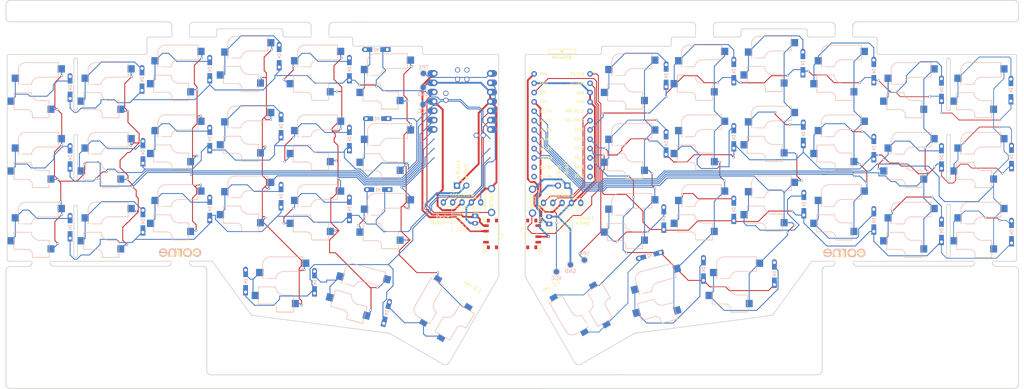
<source format=kicad_pcb>
(kicad_pcb (version 20211014) (generator pcbnew)
  (title_block (title "Corne Light") (date "2020-11-12") (rev "2.0") (company "foostan"))
  (layers (0 "F.Cu" signal) (31 "B.Cu" signal) (34 "B.Paste" user) (35 "F.Paste" user) (36 "B.SilkS" user "B.Silkscreen") (37 "F.SilkS" user "F.Silkscreen") (38 "B.Mask" user) (39 "F.Mask" user) (44 "Edge.Cuts" user))
  (net 0 "")
  (net 1 "row0")
  (net 2 "Net-(D1-Pad2)")
  (net 3 "row1")
  (net 4 "Net-(D2-Pad2)")
  (net 5 "row2")
  (net 6 "Net-(D3-Pad2)")
  (net 7 "row3")
  (net 8 "Net-(D4-Pad2)")
  (net 9 "Net-(D5-Pad2)")
  (net 10 "Net-(D6-Pad2)")
  (net 11 "Net-(D7-Pad2)")
  (net 12 "Net-(D8-Pad2)")
  (net 13 "Net-(D9-Pad2)")
  (net 14 "Net-(D10-Pad2)")
  (net 15 "Net-(D11-Pad2)")
  (net 16 "Net-(D12-Pad2)")
  (net 17 "Net-(D13-Pad2)")
  (net 18 "Net-(D14-Pad2)")
  (net 19 "Net-(D15-Pad2)")
  (net 20 "Net-(D16-Pad2)")
  (net 21 "Net-(D17-Pad2)")
  (net 22 "Net-(D18-Pad2)")
  (net 23 "Net-(D19-Pad2)")
  (net 24 "Net-(D20-Pad2)")
  (net 25 "Net-(D21-Pad2)")
  (net 26 "GND")
  (net 27 "VCC")
  (net 28 "col0")
  (net 29 "col1")
  (net 30 "col2")
  (net 31 "col3")
  (net 32 "col4")
  (net 33 "col5")
  (net 34 "reset")
  (net 35 "SCL")
  (net 36 "SDA")
  (net 37 "Net-(BATJ1-Pad2)")
  (net 38 "+BATT")
  (net 39 "Net-(D22-Pad2)")
  (net 40 "row0_r")
  (net 41 "Net-(D23-Pad2)")
  (net 42 "Net-(D24-Pad2)")
  (net 43 "Net-(D25-Pad2)")
  (net 44 "Net-(D26-Pad2)")
  (net 45 "Net-(D27-Pad2)")
  (net 46 "row1_r")
  (net 47 "Net-(D28-Pad2)")
  (net 48 "Net-(D29-Pad2)")
  (net 49 "Net-(D30-Pad2)")
  (net 50 "Net-(D31-Pad2)")
  (net 51 "Net-(D32-Pad2)")
  (net 52 "Net-(D33-Pad2)")
  (net 53 "row2_r")
  (net 54 "Net-(D34-Pad2)")
  (net 55 "Net-(D35-Pad2)")
  (net 56 "Net-(D36-Pad2)")
  (net 57 "Net-(D37-Pad2)")
  (net 58 "Net-(D38-Pad2)")
  (net 59 "Net-(D39-Pad2)")
  (net 60 "Net-(D40-Pad2)")
  (net 61 "row3_r")
  (net 62 "Net-(D41-Pad2)")
  (net 63 "Net-(D42-Pad2)")
  (net 64 "SDA_r")
  (net 65 "SCL_r")
  (net 66 "reset_r")
  (net 67 "col0_r")
  (net 68 "col1_r")
  (net 69 "col2_r")
  (net 70 "col3_r")
  (net 71 "col4_r")
  (net 72 "col5_r")
  (net 73 "CS")
  (net 74 "RGB")
  (net 76 "VDD")
  (net 77 "GNDA")
  (net 81 "CS_r")
  (net 82 "RGB_r")
  (net 83 "+BATTA")
  (net 84 "Net-(BATJ3-Pad2)")
  (net 89 "+5V")
  (footprint "kbd:ResetSW_1side" (layer "F.Cu") (at 156.0125 76.817432 -90)
    (fp_text reference "RSW2" hide)
    (fp_text value "SW_PUSH")
  )
  (footprint "kbd:CherryMX_Choc_Hotswap_BACKONLY" (layer "F.Cu") (at 278.684847 45.920432)
    (fp_text reference "SW22" hide)
    (fp_text value "SW_PUSH" hide)
  )
  (footprint "kbd:CherryMX_Choc_Hotswap_BACKONLY" (layer "F.Cu") (at 259.684847 45.920432)
    (fp_text reference "SW23" hide)
    (fp_text value "SW_PUSH" hide)
  )
  (footprint "kbd:CherryMX_Choc_Hotswap_BACKONLY" (layer "F.Cu") (at 240.684847 41.170432)
    (fp_text reference "SW24" hide)
    (fp_text value "SW_PUSH" hide)
  )
  (footprint "kbd:CherryMX_Choc_Hotswap_BACKONLY" (layer "F.Cu") (at 221.684847 38.795432)
    (fp_text reference "SW25" hide)
    (fp_text value "SW_PUSH" hide)
  )
  (footprint "kbd:CherryMX_Choc_Hotswap_BACKONLY" (layer "F.Cu") (at 202.684847 41.170432)
    (fp_text reference "SW26" hide)
    (fp_text value "SW_PUSH" hide)
  )
  (footprint "kbd:CherryMX_Choc_Hotswap_BACKONLY" (layer "F.Cu") (at 183.684847 43.545432)
    (fp_text reference "SW27" hide)
    (fp_text value "SW_PUSH" hide)
  )
  (footprint "kbd:CherryMX_Choc_Hotswap_BACKONLY" (layer "F.Cu") (at 278.684847 64.920432)
    (fp_text reference "SW28" hide)
    (fp_text value "SW_PUSH" hide)
  )
  (footprint "kbd:CherryMX_Choc_Hotswap_BACKONLY" (layer "F.Cu") (at 259.684847 64.920432)
    (fp_text reference "SW29" hide)
    (fp_text value "SW_PUSH" hide)
  )
  (footprint "kbd:CherryMX_Choc_Hotswap_BACKONLY" (layer "F.Cu") (at 240.684847 60.170432)
    (fp_text reference "SW30" hide)
    (fp_text value "SW_PUSH" hide)
  )
  (footprint "kbd:CherryMX_Choc_Hotswap_BACKONLY" (layer "F.Cu") (at 221.684847 57.795432)
    (fp_text reference "SW31" hide)
    (fp_text value "SW_PUSH" hide)
  )
  (footprint "kbd:CherryMX_Choc_Hotswap_BACKONLY" (layer "F.Cu") (at 202.684847 60.170432)
    (fp_text reference "SW32" hide)
    (fp_text value "SW_PUSH" hide)
  )
  (footprint "kbd:CherryMX_Choc_Hotswap_BACKONLY" (layer "F.Cu") (at 183.684847 62.545432)
    (fp_text reference "SW33" hide)
    (fp_text value "SW_PUSH" hide)
  )
  (footprint "kbd:CherryMX_Choc_Hotswap_BACKONLY" (layer "F.Cu") (at 278.684847 83.920432)
    (fp_text reference "SW34" hide)
    (fp_text value "SW_PUSH" hide)
  )
  (footprint "kbd:CherryMX_Choc_Hotswap_BACKONLY" (layer "F.Cu") (at 259.684847 83.920432)
    (fp_text reference "SW35" hide)
    (fp_text value "SW_PUSH" hide)
  )
  (footprint "kbd:CherryMX_Choc_Hotswap_BACKONLY" (layer "F.Cu") (at 240.684847 79.170432)
    (fp_text reference "SW36" hide)
    (fp_text value "SW_PUSH" hide)
  )
  (footprint "kbd:CherryMX_Choc_Hotswap_BACKONLY" (layer "F.Cu") (at 221.684847 76.795432)
    (fp_text reference "SW37" hide)
    (fp_text value "SW_PUSH" hide)
  )
  (footprint "kbd:CherryMX_Choc_Hotswap_BACKONLY" (layer "F.Cu") (at 202.684847 79.170432)
    (fp_text reference "SW38" hide)
    (fp_text value "SW_PUSH" hide)
  )
  (footprint "kbd:CherryMX_Choc_Hotswap_BACKONLY" (layer "F.Cu") (at 212.184847 98.795432)
    (fp_text reference "SW40" hide)
    (fp_text value "SW_PUSH" hide)
  )
  (footprint "kbd:CherryMX_Choc_Hotswap_BACKONLY" (layer "F.Cu") (at 191.184847 101.545432 15)
    (fp_text reference "SW41" hide)
    (fp_text value "SW_PUSH" hide)
  )
  (footprint "kbd:CherryMX_Choc_Hotswap_BACKONLY" (layer "F.Cu") (at 183.684847 81.545432)
    (fp_text reference "SW39" hide)
    (fp_text value "SW_PUSH" hide)
  )
  (footprint "kbd:ProMicro_v3" (layer "F.Cu") (at 164.062847 56.686432)
    (fp_text reference "U2" hide)
    (fp_text value "ProMicro" hide)
  )
  (footprint "kbd:CherryMX_Choc_Hotswap_BACKONLY" (layer "F.Cu") (at 117.1875 43.545)
    (fp_text reference "SW6" hide)
    (fp_text value "SW_PUSH" hide)
  )
  (footprint "kbd:CherryMX_Choc_Hotswap_BACKONLY" (layer "F.Cu") (at 98.1875 41.17)
    (fp_text reference "SW5" hide)
    (fp_text value "SW_PUSH" hide)
  )
  (footprint "kbd:CherryMX_Choc_Hotswap_BACKONLY" (layer "F.Cu") (at 79.1875 38.795)
    (fp_text reference "SW4" hide)
    (fp_text value "SW_PUSH" hide)
  )
  (footprint "kbd:CherryMX_Choc_Hotswap_BACKONLY" (layer "F.Cu") (at 60.1875 41.17)
    (fp_text reference "SW3" hide)
    (fp_text value "SW_PUSH" hide)
  )
  (footprint "kbd:CherryMX_Choc_Hotswap_BACKONLY" (layer "F.Cu") (at 41.1875 45.92)
    (fp_text reference "SW2" hide)
    (fp_text value "SW_PUSH" hide)
  )
  (footprint "kbd:CherryMX_Choc_Hotswap_BACKONLY" (layer "F.Cu") (at 117.1875 81.545)
    (fp_text reference "SW18" hide)
    (fp_text value "SW_PUSH" hide)
  )
  (footprint "kbd:CherryMX_Choc_Hotswap_1.5u_BACKONLY" (layer "F.Cu") (at 131.9375 105.295 -30)
    (fp_text reference "SW21" hide)
    (fp_text value "SW_PUSH" hide)
  )
  (footprint "kbd:CherryMX_Choc_Hotswap_BACKONLY" (layer "F.Cu") (at 22.1875 83.92)
    (fp_text reference "SW13" hide)
    (fp_text value "SW_PUSH" hide)
  )
  (footprint "kbd:CherryMX_Choc_Hotswap_BACKONLY" (layer "F.Cu") (at 109.6875 101.545 -15)
    (fp_text reference "SW20" hide)
    (fp_text value "SW_PUSH" hide)
  )
  (footprint "kbd:CherryMX_Choc_Hotswap_BACKONLY" (layer "F.Cu") (at 88.6875 98.795)
    (fp_text reference "SW19" hide)
    (fp_text value "SW_PUSH" hide)
  )
  (footprint "kbd:CherryMX_Choc_Hotswap_BACKONLY" (layer "F.Cu") (at 98.1875 79.17)
    (fp_text reference "SW17" hide)
    (fp_text value "SW_PUSH" hide)
  )
  (footprint "kbd:CherryMX_Choc_Hotswap_BACKONLY" (layer "F.Cu") (at 79.1875 76.795)
    (fp_text reference "SW16" hide)
    (fp_text value "SW_PUSH" hide)
  )
  (footprint "kbd:CherryMX_Choc_Hotswap_BACKONLY" (layer "F.Cu") (at 60.1875 79.17)
    (fp_text reference "SW15" hide)
    (fp_text value "SW_PUSH" hide)
  )
  (footprint "kbd:CherryMX_Choc_Hotswap_BACKONLY" (layer "F.Cu") (at 41.1875 83.92)
    (fp_text reference "SW14" hide)
    (fp_text value "SW_PUSH" hide)
  )
  (footprint "kbd:CherryMX_Choc_Hotswap_BACKONLY" (layer "F.Cu") (at 117.1875 62.545)
    (fp_text reference "SW12" hide)
    (fp_text value "SW_PUSH" hide)
  )
  (footprint "kbd:CherryMX_Choc_Hotswap_BACKONLY" (layer "F.Cu") (at 98.1875 60.17)
    (fp_text reference "SW11" hide)
    (fp_text value "SW_PUSH" hide)
  )
  (footprint "kbd:CherryMX_Choc_Hotswap_BACKONLY" (layer "F.Cu") (at 79.1875 57.795)
    (fp_text reference "SW10" hide)
    (fp_text value "SW_PUSH" hide)
  )
  (footprint "kbd:CherryMX_Choc_Hotswap_BACKONLY" (layer "F.Cu") (at 60.1875 60.17)
    (fp_text reference "SW9" hide)
    (fp_text value "SW_PUSH" hide)
  )
  (footprint "kbd:CherryMX_Choc_Hotswap_BACKONLY" (layer "F.Cu") (at 41.1875 64.92)
    (fp_text reference "SW8" hide)
    (fp_text value "SW_PUSH" hide)
  )
  (footprint "kbd:CherryMX_Choc_Hotswap_BACKONLY" (layer "F.Cu") (at 22.1875 64.92)
    (fp_text reference "SW7" hide)
    (fp_text value "SW_PUSH" hide)
  )
  (footprint "kbd:CherryMX_Choc_Hotswap_BACKONLY" (layer "F.Cu") (at 22.1875 45.92)
    (fp_text reference "SW1" hide)
    (fp_text value "SW_PUSH" hide)
  )
  (footprint "kbd:thread_m2" (layer "F.Cu") (at 156.330847 93.085432)
    (fp_text reference "Ref**" hide)
    (fp_text value "Val**" hide)
  )
  (footprint "kbd:thread_m2" (layer "F.Cu") (at 170.889847 84.542432)
    (fp_text reference "Ref**" hide)
    (fp_text value "Val**" hide)
  )
  (footprint "kbd:CherryMX_Choc_Hotswap_1.5u_BACKONLY" (layer "F.Cu") (at 168.934847 105.295432 30)
    (fp_text reference "SW42" hide)
    (fp_text value "SW_PUSH" hide)
  )
  (footprint "nice_view:nice_view_1side" (layer "F.Cu") (at 131.7585 77.168)
    (fp_text reference "J2")
    (fp_text value "OLED" hide)
  )
  (footprint "kbd:ResetSW_1side" (layer "F.Cu") (at 144.8625 76.671 -90)
    (fp_text reference "RSW1" hide)
    (fp_text value "SW_PUSH")
  )
  (footprint "kbd:Breakaway_Tabs" (layer "F.Cu") (at 22.19625 93.38)
    (fp_text reference "J5")
    (fp_text value "Breakaway_Tabs")
  )
  (footprint "kbd:Breakaway_Tabs" (layer "F.Cu") (at 60.1845 93.38)
    (fp_text reference "J5")
    (fp_text value "Breakaway_Tabs")
  )
  (footprint "kbd:Breakaway_Tabs" (layer "F.Cu") (at 60.2875 31.97)
    (fp_text reference "J5")
    (fp_text value "Breakaway_Tabs")
  )
  (footprint "kbd:Breakaway_Tabs" (layer "F.Cu") (at 98.2575 31.97)
    (fp_text reference "J5")
    (fp_text value "Breakaway_Tabs")
  )
  (footprint "kbd:Breakaway_Tabs" (layer "F.Cu") (at 202.7775 31.98)
    (fp_text reference "J5")
    (fp_text value "Breakaway_Tabs")
  )
  (footprint "kbd:Breakaway_Tabs" (layer "F.Cu") (at 240.7975 31.97)
    (fp_text reference "J5")
    (fp_text value "Breakaway_Tabs")
  )
  (footprint "kbd:Breakaway_Tabs" (layer "F.Cu") (at 278.8275 93.39)
    (fp_text reference "J5")
    (fp_text value "Breakaway_Tabs")
  )
  (footprint "kbd:Breakaway_Tabs" (layer "F.Cu") (at 240.8275 93.39)
    (fp_text reference "J5")
    (fp_text value "Breakaway_Tabs")
  )
  (footprint "nice_view:nice_view_1side" (layer "F.Cu") (at 158.9875 77.31)
    (fp_text reference "J7")
    (fp_text value "OLED" hide)
  )
  (footprint "kbd:corne-logo-horizontal" (layer "F.Cu") (at 60.2175 90.93)
    (fp_text reference "G***" hide)
    (fp_text value "LOGO" hide)
  )
  (footprint "kbd:corne-logo-horizontal" (layer "F.Cu") (at 240.9975 91.01)
    (fp_text reference "G***" hide)
    (fp_text value "LOGO" hide)
  )
  (footprint "Button_Switch_SMD:SW_SPDT_PCM12" (layer "F.Cu") (at 156.1325 85.745 -90)
    (fp_text reference "PSW2" hide)
    (fp_text value "SW_SPST")
  )
  (footprint "kleeb-mcu:xiao-ble-tht" (layer "F.Cu") (at 136.8939 49.7054)
    (fp_text reference "U1" hide)
    (fp_text value "xiao-ble" hide)
  )
  (footprint "Connector_JST:JST_PH_S2B-PH-K_1x02_P2.00mm_Horizontal" (layer "F.Cu") (at 160.5375 83.045 90)
    (fp_text reference "BATJ4" hide)
    (fp_text value "Conn_01x02_Female")
  )
  (footprint "Connector_PinHeader_2.54mm:PinHeader_1x02_P2.54mm_Vertical" (layer "F.Cu") (at 165.5125 72.595 -90)
    (fp_text reference "BATJ3")
    (fp_text value "Conn_01x02_Female")
  )
  (footprint "Connector_PinHeader_2.54mm:PinHeader_1x02_P2.54mm_Vertical" (layer "F.Cu") (at 135.4725 72.595 90)
    (fp_text reference "BATJ1")
    (fp_text value "Conn_01x02_Female")
  )
  (footprint "Button_Switch_SMD:SW_SPDT_PCM12" (layer "F.Cu") (at 144.7875 85.745 90)
    (fp_text reference "PSW1" hide)
    (fp_text value "SW_SPST")
  )
  (footprint "Connector_JST:JST_PH_S2B-PH-K_1x02_P2.00mm_Horizontal" (layer "F.Cu") (at 140.3875 80.845 -90)
    (fp_text reference "BATJ2" hide)
    (fp_text value "Conn_01x02_Female")
  )
  (footprint "kbd:D3_TH_SMD_v2" (layer "B.Cu") (at 286.3475 85.24 90)
    (fp_text reference "D34" hide)
    (fp_text value "D" hide)
  )
  (footprint "kbd:D3_TH_SMD_v2" (layer "B.Cu") (at 248.8825 82.065 90)
    (fp_text reference "D36" hide)
    (fp_text value "D" hide)
  )
  (footprint "kbd:D3_TH_SMD_v2" (layer "B.Cu") (at 229.8325 77.62 90)
    (fp_text reference "D37" hide)
    (fp_text value "D" hide)
  )
  (footprint "kbd:D3_TH_SMD_v2" (layer "B.Cu") (at 210.7825 79.170432 90)
    (fp_text reference "D38" hide)
    (fp_text value "D" hide)
  )
  (footprint "kbd:D3_TH_SMD_v2" (layer "B.Cu") (at 191.7325 81.545432 90)
    (fp_text reference "D39" hide)
    (fp_text value "D" hide)
  )
  (footprint "kbd:D3_TH_SMD_v2" (layer "B.Cu") (at 221.8315 96.543 90)
    (fp_text reference "D40" hide)
    (fp_text value "D" hide)
  )
  (footprint "kbd:D3_TH_SMD_v2" (layer "B.Cu") (at 202.5275 95.4 90)
    (fp_text reference "D41" hide)
    (fp_text value "D" hide)
  )
  (footprint "kbd:D3_TH_SMD_v2" (layer "B.Cu") (at 187.9225 91.59 -165)
    (fp_text reference "D42" hide)
    (fp_text value "D" hide)
  )
  (footprint "kbd:D3_TH_SMD_v2" (layer "B.Cu") (at 286.184847 46.620432 90)
    (fp_text reference "D22" hide)
    (fp_text value "D" hide)
  )
  (footprint "kbd:D3_TH_SMD_v2" (layer "B.Cu") (at 267.2975 46.505 90)
    (fp_text reference "D23" hide)
    (fp_text value "D" hide)
  )
  (footprint "kbd:D3_TH_SMD_v2" (layer "B.Cu") (at 248.8825 41.425 90)
    (fp_text reference "D24" hide)
    (fp_text value "D" hide)
  )
  (footprint "kbd:D3_TH_SMD_v2" (layer "B.Cu") (at 229.5825 39.27 90)
    (fp_text reference "D25" hide)
    (fp_text value "D" hide)
  )
  (footprint "kbd:D3_TH_SMD_v2" (layer "B.Cu") (at 210.7825 41.425 90)
    (fp_text reference "D26" hide)
    (fp_text value "D" hide)
  )
  (footprint "kbd:D3_TH_SMD_v2" (layer "B.Cu") (at 192.3675 42.695 90)
    (fp_text reference "D27" hide)
    (fp_text value "D" hide)
  )
  (footprint "kbd:D3_TH_SMD_v2" (layer "B.Cu") (at 286.3475 64.79 90)
    (fp_text reference "D28" hide)
    (fp_text value "D" hide)
  )
  (footprint "kbd:D3_TH_SMD_v2" (layer "B.Cu") (at 267.2975 64.91 90)
    (fp_text reference "D29" hide)
    (fp_text value "D" hide)
  )
  (footprint "kbd:D3_TH_SMD_v2" (layer "B.Cu") (at 248.8825 62.38 90)
    (fp_text reference "D30" hide)
    (fp_text value "D" hide)
  )
  (footprint "kbd:D3_TH_SMD_v2" (layer "B.Cu") (at 229.6975 58.495432 90)
    (fp_text reference "D31" hide)
    (fp_text value "D" hide)
  )
  (footprint "kbd:D3_TH_SMD_v2" (layer "B.Cu") (at 210.7825 59.440432 90)
    (fp_text reference "D32" hide)
    (fp_text value "D" hide)
  )
  (footprint "kbd:D3_TH_SMD_v2" (layer "B.Cu") (at 50.0005 82.319 90)
    (fp_text reference "D14" hide)
    (fp_text value "D" hide)
  )
  (footprint "kbd:D3_TH_SMD_v2" (layer "B.Cu") (at 50.0005 63.523 90)
    (fp_text reference "D8" hide)
    (fp_text value "D" hide)
  )
  (footprint "kbd:D3_TH_SMD_v2" (layer "B.Cu") (at 49.7465 43.711 90)
    (fp_text reference "D2" hide)
    (fp_text value "D" hide)
  )
  (footprint "kbd:D3_TH_SMD_v2" (layer "B.Cu") (at 192.3675 61.11 90)
    (fp_text reference "D33" hide)
    (fp_text value "D" hide)
  )
  (footprint "kbd:D3_TH_SMD_v2" (layer "B.Cu") (at 116.2945 107.211 75)
    (fp_text reference "D21" hide)
    (fp_text value "D" hide)
  )
  (footprint "kbd:D3_TH_SMD_v2" (layer "B.Cu") (at 96.6875 98.905 90)
    (fp_text reference "D20" hide)
    (fp_text value "D" hide)
  )
  (footprint "kbd:D3_TH_SMD_v2" (layer "B.Cu") (at 77.9405 98.575 90)
    (fp_text reference "D19" hide)
    (fp_text value "D" hide)
  )
  (footprint "kbd:D3_TH_SMD_v2" (layer "B.Cu") (at 114.0085 73.683 180)
    (fp_text reference "D18" hide)
    (fp_text value "D" hide)
  )
  (footprint "kbd:D3_TH_SMD_v2" (layer "B.Cu") (at 106.1875 78.92 90)
    (fp_text reference "D17" hide)
    (fp_text value "D" hide)
  )
  (footprint "kbd:D3_TH_SMD_v2" (layer "B.Cu") (at 87.5925 75.461 90)
    (fp_text reference "D16" hide)
    (fp_text value "D" hide)
  )
  (footprint "kbd:D3_TH_SMD_v2" (layer "B.Cu") (at 68.1875 78.92 90)
    (fp_text reference "D15" hide)
    (fp_text value "D" hide)
  )
  (footprint "kbd:D3_TH_SMD_v2" (layer "B.Cu") (at 30.1875 83.916875 90)
    (fp_text reference "D13" hide)
    (fp_text value "D" hide)
  )
  (footprint "kbd:D3_TH_SMD_v2" (layer "B.Cu") (at 113.7545 54.379 180)
    (fp_text reference "D12" hide)
    (fp_text value "D" hide)
  )
  (footprint "kbd:D3_TH_SMD_v2" (layer "B.Cu") (at 106.1875 59.92 90)
    (fp_text reference "D11" hide)
    (fp_text value "D" hide)
  )
  (footprint "kbd:D3_TH_SMD_v2" (layer "B.Cu") (at 87.5925 56.411 90)
    (fp_text reference "D10" hide)
    (fp_text value "D" hide)
  )
  (footprint "kbd:D3_TH_SMD_v2" (layer "B.Cu") (at 68.1875 59.92 90)
    (fp_text reference "D9" hide)
    (fp_text value "D" hide)
  )
  (footprint "kbd:D3_TH_SMD_v2" (layer "B.Cu") (at 30.1875 64.916875 90)
    (fp_text reference "D7" hide)
    (fp_text value "D" hide)
  )
  (footprint "kbd:D3_TH_SMD_v2" (layer "B.Cu") (at 113.5005 35.583 180)
    (fp_text reference "D6" hide)
    (fp_text value "D" hide)
  )
  (footprint "kbd:D3_TH_SMD_v2" (layer "B.Cu") (at 106.1875 40.92 90)
    (fp_text reference "D5" hide)
    (fp_text value "D" hide)
  )
  (footprint "kbd:D3_TH_SMD_v2" (layer "B.Cu") (at 87.0845 37.361 90)
    (fp_text reference "D4" hide)
    (fp_text value "D" hide)
  )
  (footprint "kbd:D3_TH_SMD_v2" (layer "B.Cu") (at 68.1875 40.92 90)
    (fp_text reference "D3" hide)
    (fp_text value "D" hide)
  )
  (footprint "kbd:D3_TH_SMD_v2" (layer "B.Cu") (at 30.1875 45.916875 90)
    (fp_text reference "D1" hide)
    (fp_text value "D" hide)
  )
  (footprint "kbd:D3_TH_SMD_v2" (layer "B.Cu") (at 267.2975 84.91 90)
    (fp_text reference "D35" hide)
    (fp_text value "D" hide)
  )
  (footprint "kbd:spacer_m2" (layer "B.Cu") (at 31.6955 74.4205 180)
    (fp_text reference "Ref**" hide)
    (fp_text value "Val**" hide)
  )
  (footprint "kbd:spacer_m2" (layer "B.Cu") (at 107.6505 51.9305 180)
    (fp_text reference "Ref**" hide)
    (fp_text value "Val**" hide)
  )
  (footprint "kbd:spacer_m2" (layer "B.Cu") (at 31.6955 55.4205 180)
    (fp_text reference "Ref**" hide)
    (fp_text value "Val**" hide)
  )
  (footprint "kbd:spacer_m2" (layer "B.Cu") (at 74.8395 91.6855 180)
    (fp_text reference "Ref**" hide)
    (fp_text value "Val**" hide)
  )
  (footprint "kbd:spacer_m2" (layer "B.Cu") (at 121.4055 99.3 180)
    (fp_text reference "Ref**" hide)
    (fp_text value "Val**" hide)
  )
  (footprint "kbd:thread_m2" (layer "B.Cu") (at 129.9445 84.419 180)
    (fp_text reference "Ref**" hide)
    (fp_text value "Val**" hide)
  )
  (footprint "kbd:thread_m2" (layer "B.Cu") (at 144.3765 92.94 180)
    (fp_text reference "Ref**" hide)
    (fp_text value "Val**" hide)
  )
  (footprint "kbd:spacer_m2" (layer "B.Cu") (at 193.235847 51.936932 180)
    (fp_text reference "Ref**" hide)
    (fp_text value "Val**" hide)
  )
  (footprint "kbd:spacer_m2" (layer "B.Cu") (at 179.485847 99.446932 180)
    (fp_text reference "Ref**" hide)
    (fp_text value "Val**" hide)
  )
  (footprint "kbd:spacer_m2" (layer "B.Cu") (at 226.055847 91.696932 180)
    (fp_text reference "Ref**" hide)
    (fp_text value "Val**" hide)
  )
  (footprint "kbd:spacer_m2" (layer "B.Cu") (at 269.195847 55.426932 180)
    (fp_text reference "Ref**" hide)
    (fp_text value "Val**" hide)
  )
  (footprint "kbd:spacer_m2" (layer "B.Cu") (at 269.195847 74.426932 180)
    (fp_text reference "Ref**" hide)
    (fp_text value "Val**" hide)
  )
  (footprint "kbd:corne-logo-horizontal" (layer "B.Cu") (at 59.9875 90.93 180)
    (fp_text reference "G***" hide)
    (fp_text value "LOGO" hide)
  )
  (footprint "kbd:corne-logo-horizontal" (layer "B.Cu") (at 240.7675 91.01 180)
    (fp_text reference "G***" hide)
    (fp_text value "LOGO" hide)
  )
  (footprint "kbd:spacer_m2" (layer "B.Cu") (at 50.7125 74.445 180)
    (fp_text reference "Ref**" hide)
    (fp_text value "Val**" hide)
  )
  (footprint "kbd:spacer_m2" (layer "B.Cu") (at 50.7125 55.445 180)
    (fp_text reference "Ref**" hide)
    (fp_text value "Val**" hide)
  )
  (footprint "kbd:spacer_m2" (layer "B.Cu") (at 250.2125 74.426932 180)
    (fp_text reference "Ref**" hide)
    (fp_text value "Val**" hide)
  )
  (footprint "kbd:spacer_m2" (layer "B.Cu") (at 250.2125 55.426932 180)
    (fp_text reference "Ref**" hide)
    (fp_text value "Val**" hide)
  )
  (footprint "TestPoint:TestPoint_Pad_D1.5mm" (layer "B.Cu") (at 126.2375 50.545 180)
    (fp_text reference "TP2")
    (fp_text value "VCC")
  )
  (footprint "TestPoint:TestPoint_Pad_D1.5mm" (layer "B.Cu") (at 162.5225 96.035 180)
    (fp_text reference "TP5")
    (fp_text value "VCC")
  )
  (footprint "TestPoint:TestPoint_Pad_D1.5mm" (layer "B.Cu") (at 166.3325 94.13 180)
    (fp_text reference "TP6")
    (fp_text value "GND")
  )
  (footprint "TestPoint:TestPoint_Pad_D1.5mm" (layer "B.Cu") (at 126.3275 42.06 180)
    (fp_text reference "TP1")
    (fp_text value "RGB")
  )
  (footprint "TestPoint:TestPoint_Pad_D1.5mm" (layer "B.Cu") (at 170.1425 92.86 180)
    (fp_text reference "TP4")
    (fp_text value "RGB")
  )
  (footprint "TestPoint:TestPoint_Pad_D1.5mm" (layer "B.Cu") (at 126.2625 45.92 180)
    (fp_text reference "TP3")
    (fp_text value "GND")
  )
  (gr_line (start 31.1975 51.66) (end 31.1975 38.41) (layer "Edge.Cuts") (width 0.2))
  (gr_line (start 32.1975 59.16) (end 32.1975 70.66) (layer "Edge.Cuts") (width 0.2))
  (gr_line (start 31.47875 37.94125) (end 31.6975 37.91) (layer "Edge.Cuts") (width 0.2))
  (gr_line (start 31.885 37.94125) (end 31.6975 37.91) (layer "Edge.Cuts") (width 0.2))
  (gr_line (start 31.22875 38.2225) (end 31.3225 38.035) (layer "Edge.Cuts") (width 0.2))
  (gr_line (start 31.22875 38.2225) (end 31.1975 38.41) (layer "Edge.Cuts") (width 0.2))
  (gr_line (start 32.16625 38.2225) (end 32.0725 38.035) (layer "Edge.Cuts") (width 0.2))
  (gr_line (start 32.1975 38.41) (end 32.16625 38.2225) (layer "Edge.Cuts") (width 0.2))
  (gr_line (start 31.51 52.12875) (end 31.6975 52.16) (layer "Edge.Cuts") (width 0.2))
  (gr_line (start 31.22875 51.8475) (end 31.3225 52.035) (layer "Edge.Cuts") (width 0.2))
  (gr_line (start 31.1975 51.66) (end 31.22875 51.8475) (layer "Edge.Cuts") (width 0.2))
  (gr_line (start 32.16625 51.8475) (end 32.1975 51.66) (layer "Edge.Cuts") (width 0.2))
  (gr_line (start 31.91625 52.12875) (end 32.0725 52.035) (layer "Edge.Cuts") (width 0.2))
  (gr_line (start 32.16625 51.8475) (end 32.0725 52.035) (layer "Edge.Cuts") (width 0.2))
  (gr_line (start 31.91625 52.12875) (end 31.6975 52.16) (layer "Edge.Cuts") (width 0.2))
  (gr_line (start 31.3225 52.035) (end 31.51 52.12875) (layer "Edge.Cuts") (width 0.2))
  (gr_line (start 31.885 58.69125) (end 31.6975 58.66) (layer "Edge.Cuts") (width 0.2))
  (gr_line (start 32.16625 58.9725) (end 32.0725 58.785) (layer "Edge.Cuts") (width 0.2))
  (gr_line (start 32.1975 59.16) (end 32.16625 58.9725) (layer "Edge.Cuts") (width 0.2))
  (gr_line (start 31.22875 58.9725) (end 31.1975 59.16) (layer "Edge.Cuts") (width 0.2))
  (gr_line (start 31.47875 58.69125) (end 31.3225 58.785) (layer "Edge.Cuts") (width 0.2))
  (gr_line (start 31.22875 58.9725) (end 31.3225 58.785) (layer "Edge.Cuts") (width 0.2))
  (gr_line (start 31.47875 58.69125) (end 31.6975 58.66) (layer "Edge.Cuts") (width 0.2))
  (gr_line (start 32.0725 58.785) (end 31.885 58.69125) (layer "Edge.Cuts") (width 0.2))
  (gr_line (start 31.51 71.12875) (end 31.6975 71.16) (layer "Edge.Cuts") (width 0.2))
  (gr_line (start 32.16625 70.8475) (end 32.1975 70.66) (layer "Edge.Cuts") (width 0.2))
  (gr_line (start 32.16625 70.8475) (end 32.0725 71.035) (layer "Edge.Cuts") (width 0.2))
  (gr_line (start 31.22875 70.8475) (end 31.3225 71.035) (layer "Edge.Cuts") (width 0.2))
  (gr_line (start 31.91625 71.12875) (end 32.0725 71.035) (layer "Edge.Cuts") (width 0.2))
  (gr_line (start 31.3225 71.035) (end 31.51 71.12875) (layer "Edge.Cuts") (width 0.2))
  (gr_line (start 31.91625 71.12875) (end 31.6975 71.16) (layer "Edge.Cuts") (width 0.2))
  (gr_line (start 31.1975 70.66) (end 31.22875 70.8475) (layer "Edge.Cuts") (width 0.2))
  (gr_line (start 31.47875 77.94125) (end 31.3225 78.035) (layer "Edge.Cuts") (width 0.2))
  (gr_line (start 31.22875 78.2225) (end 31.3225 78.035) (layer "Edge.Cuts") (width 0.2))
  (gr_line (start 32.16625 78.2225) (end 32.0725 78.035) (layer "Edge.Cuts") (width 0.2))
  (gr_line (start 31.885 77.94125) (end 31.6975 77.91) (layer "Edge.Cuts") (width 0.2))
  (gr_line (start 32.0725 78.035) (end 31.885 77.94125) (layer "Edge.Cuts") (width 0.2))
  (gr_line (start 31.22875 78.2225) (end 31.1975 78.41) (layer "Edge.Cuts") (width 0.2))
  (gr_line (start 32.1975 78.41) (end 32.16625 78.2225) (layer "Edge.Cuts") (width 0.2))
  (gr_line (start 31.47875 77.94125) (end 31.6975 77.91) (layer "Edge.Cuts") (width 0.2))
  (gr_line (start 32.16625 91.8475) (end 32.1975 91.66) (layer "Edge.Cuts") (width 0.2))
  (gr_line (start 31.91625 92.12875) (end 32.0725 92.035) (layer "Edge.Cuts") (width 0.2))
  (gr_line (start 31.91625 92.12875) (end 31.6975 92.16) (layer "Edge.Cuts") (width 0.2))
  (gr_line (start 32.16625 91.8475) (end 32.0725 92.035) (layer "Edge.Cuts") (width 0.2))
  (gr_line (start 31.1975 91.66) (end 31.22875 91.8475) (layer "Edge.Cuts") (width 0.2))
  (gr_line (start 31.22875 91.8475) (end 31.3225 92.035) (layer "Edge.Cuts") (width 0.2))
  (gr_line (start 31.51 92.12875) (end 31.6975 92.16) (layer "Edge.Cuts") (width 0.2))
  (gr_line (start 31.3225 92.035) (end 31.51 92.12875) (layer "Edge.Cuts") (width 0.2))
  (gr_line (start 269.385 37.94125) (end 269.1975 37.91) (layer "Edge.Cuts") (width 0.2))
  (gr_line (start 269.66625 38.2225) (end 269.5725 38.035) (layer "Edge.Cuts") (width 0.2))
  (gr_line (start 269.6975 38.41) (end 269.66625 38.2225) (layer "Edge.Cuts") (width 0.2))
  (gr_line (start 268.72875 38.2225) (end 268.6975 38.41) (layer "Edge.Cuts") (width 0.2))
  (gr_line (start 268.97875 37.94125) (end 268.8225 38.035) (layer "Edge.Cuts") (width 0.2))
  (gr_line (start 268.72875 38.2225) (end 268.8225 38.035) (layer "Edge.Cuts") (width 0.2))
  (gr_line (start 268.97875 37.94125) (end 269.1975 37.91) (layer "Edge.Cuts") (width 0.2))
  (gr_line (start 269.5725 38.035) (end 269.385 37.94125) (layer "Edge.Cuts") (width 0.2))
  (gr_line (start 269.66625 51.8475) (end 269.5725 52.035) (layer "Edge.Cuts") (width 0.2))
  (gr_line (start 269.41625 52.12875) (end 269.5725 52.035) (layer "Edge.Cuts") (width 0.2))
  (gr_line (start 268.72875 51.8475) (end 268.8225 52.035) (layer "Edge.Cuts") (width 0.2))
  (gr_line (start 269.01 52.12875) (end 269.1975 52.16) (layer "Edge.Cuts") (width 0.2))
  (gr_line (start 269.41625 52.12875) (end 269.1975 52.16) (layer "Edge.Cuts") (width 0.2))
  (gr_line (start 269.66625 51.8475) (end 269.6975 51.66) (layer "Edge.Cuts") (width 0.2))
  (gr_line (start 268.8225 52.035) (end 269.01 52.12875) (layer "Edge.Cuts") (width 0.2))
  (gr_line (start 268.6975 51.66) (end 268.72875 51.8475) (layer "Edge.Cuts") (width 0.2))
  (gr_line (start 268.97875 58.69125) (end 269.1975 58.66) (layer "Edge.Cuts") (width 0.2))
  (gr_line (start 268.72875 58.9725) (end 268.6975 59.16) (layer "Edge.Cuts") (width 0.2))
  (gr_line (start 269.5725 58.785) (end 269.385 58.69125) (layer "Edge.Cuts") (width 0.2))
  (gr_line (start 269.66625 58.9725) (end 269.5725 58.785) (layer "Edge.Cuts") (width 0.2))
  (gr_line (start 269.385 58.69125) (end 269.1975 58.66) (layer "Edge.Cuts") (width 0.2))
  (gr_line (start 268.97875 58.69125) (end 268.8225 58.785) (layer "Edge.Cuts") (width 0.2))
  (gr_line (start 268.72875 58.9725) (end 268.8225 58.785) (layer "Edge.Cuts") (width 0.2))
  (gr_line (start 269.6975 59.16) (end 269.66625 58.9725) (layer "Edge.Cuts") (width 0.2))
  (gr_line (start 269.41625 71.12875) (end 269.1975 71.16) (layer "Edge.Cuts") (width 0.2))
  (gr_line (start 269.66625 70.8475) (end 269.6975 70.66) (layer "Edge.Cuts") (width 0.2))
  (gr_line (start 268.6975 70.66) (end 268.72875 70.8475) (layer "Edge.Cuts") (width 0.2))
  (gr_line (start 269.41625 71.12875) (end 269.5725 71.035) (layer "Edge.Cuts") (width 0.2))
  (gr_line (start 269.01 71.12875) (end 269.1975 71.16) (layer "Edge.Cuts") (width 0.2))
  (gr_line (start 269.66625 70.8475) (end 269.5725 71.035) (layer "Edge.Cuts") (width 0.2))
  (gr_line (start 268.8225 71.035) (end 269.01 71.12875) (layer "Edge.Cuts") (width 0.2))
  (gr_line (start 268.72875 70.8475) (end 268.8225 71.035) (layer "Edge.Cuts") (width 0.2))
  (gr_line (start 269.66625 77.9725) (end 269.5725 77.785) (layer "Edge.Cuts") (width 0.2))
  (gr_line (start 268.72875 77.9725) (end 268.8225 77.785) (layer "Edge.Cuts") (width 0.2))
  (gr_line (start 269.5725 77.785) (end 269.385 77.69125) (layer "Edge.Cuts") (width 0.2))
  (gr_line (start 268.72875 77.9725) (end 268.6975 78.16) (layer "Edge.Cuts") (width 0.2))
  (gr_line (start 268.97875 77.69125) (end 268.8225 77.785) (layer "Edge.Cuts") (width 0.2))
  (gr_line (start 269.385 77.69125) (end 269.1975 77.66) (layer "Edge.Cuts") (width 0.2))
  (gr_line (start 269.6975 78.16) (end 269.66625 77.9725) (layer "Edge.Cuts") (width 0.2))
  (gr_line (start 268.97875 77.69125) (end 269.1975 77.66) (layer "Edge.Cuts") (width 0.2))
  (gr_line (start 268.6975 91.66) (end 268.72875 91.8475) (layer "Edge.Cuts") (width 0.2))
  (gr_line (start 269.41625 92.12875) (end 269.1975 92.16) (layer "Edge.Cuts") (width 0.2))
  (gr_line (start 269.01 92.12875) (end 269.1975 92.16) (layer "Edge.Cuts") (width 0.2))
  (gr_line (start 269.66625 91.8475) (end 269.5725 92.035) (layer "Edge.Cuts") (width 0.2))
  (gr_line (start 268.8225 92.035) (end 269.01 92.12875) (layer "Edge.Cuts") (width 0.2))
  (gr_line (start 268.72875 91.8475) (end 268.8225 92.035) (layer "Edge.Cuts") (width 0.2))
  (gr_line (start 269.66625 91.8475) (end 269.6975 91.66) (layer "Edge.Cuts") (width 0.2))
  (gr_line (start 269.41625 92.12875) (end 269.5725 92.035) (layer "Edge.Cuts") (width 0.2))
  (gr_line (start 287.761114 27.841367) (end 287.933833 27.699127) (layer "Edge.Cuts") (width 0.2))
  (gr_line (start 19.674538 94.092121) (end 19.671998 94.094661) (layer "Edge.Cuts") (width 0.2))
  (gr_line (start 57.853241 29.027545) (end 57.855781 29.027545) (layer "Edge.Cuts") (width 0.2))
  (gr_line (start 237.248183 28.136006) (end 206.377054 28.136006) (layer "Edge.Cuts") (width 0.2))
  (gr_line (start 57.782121 28.798946) (end 57.782121 28.798946) (layer "Edge.Cuts") (width 0.2))
  (gr_line (start 13.283905 37.031077) (end 13.184845 37.132677) (layer "Edge.Cuts") (width 0.2))
  (gr_line (start 57.784661 28.801486) (end 57.787201 28.806566) (layer "Edge.Cuts") (width 0.2))
  (gr_line (start 95.445203 28.473826) (end 95.272484 28.334126) (layer "Edge.Cuts") (width 0.2))
  (gr_line (start 62.630976 93.406322) (end 62.630976 93.411402) (layer "Edge.Cuts") (width 0.2))
  (gr_line (start 243.161298 29.037705) (end 243.161298 29.037705) (layer "Edge.Cuts") (width 0.2))
  (gr_line (start 234.804706 123.167472) (end 234.825026 122.943953) (layer "Edge.Cuts") (width 0.2))
  (gr_line (start 12.946085 22.715652) (end 12.841945 22.911231) (layer "Edge.Cuts") (width 0.2))
  (gr_line (start 18.653459 94.643301) (end 18.650919 94.643301) (layer "Edge.Cuts") (width 0.2))
  (gr_line (start 88.185891 31.981562) (end 88.284951 32.080622) (layer "Edge.Cuts") (width 0.2))
  (gr_line (start 18.645839 94.643301) (end 13.893504 94.643301) (layer "Edge.Cuts") (width 0.2))
  (gr_line (start 57.279201 94.348661) (end 57.449381 94.208961) (layer "Edge.Cuts") (width 0.2))
  (gr_line (start 18.892219 94.617901) (end 18.887139 94.617901) (layer "Edge.Cuts") (width 0.2))
  (gr_line (start 79.481319 107.782708) (end 79.595619 107.869068) (layer "Edge.Cuts") (width 0.2))
  (gr_line (start 234.825026 95.768519) (end 234.825026 95.768519) (layer "Edge.Cuts") (width 0.2))
  (gr_line (start 107.113952 34.35138) (end 107.185072 34.48092) (layer "Edge.Cuts") (width 0.2))
  (gr_line (start 19.875198 93.180262) (end 19.880278 93.408862) (layer "Edge.Cuts") (width 0.2))
  (gr_line (start 66.616232 94.638221) (end 66.618772 94.638221) (layer "Edge.Cuts") (width 0.2))
  (gr_line (start 19.857418 93.642542) (end 19.857418 93.642542) (layer "Edge.Cuts") (width 0.2))
  (gr_line (start 231.274109 32.184762) (end 238.386102 32.184762) (layer "Edge.Cuts") (width 0.2))
  (gr_line (start 287.756034 94.82618) (end 287.557914 94.72204) (layer "Edge.Cuts") (width 0.2))
  (gr_line (start 94.863544 28.166486) (end 94.640024 28.143626) (layer "Edge.Cuts") (width 0.2))
  (gr_line (start 249.673851 32.387962) (end 249.744971 32.520042) (layer "Edge.Cuts") (width 0.2))
  (gr_line (start 169.40485 121.097374) (end 169.277851 121.173574) (layer "Edge.Cuts") (width 0.2))
  (gr_line (start 67.281711 95.29862) (end 67.284251 95.30116) (layer "Edge.Cuts") (width 0.2))
  (gr_line (start 205.935094 28.224906) (end 205.739515 28.329046) (layer "Edge.Cuts") (width 0.2))
  (gr_line (start 243.161298 29.037705) (end 243.161298 29.037705) (layer "Edge.Cuts") (width 0.2))
  (gr_line (start 101.769797 28.143626) (end 101.762177 28.143626) (layer "Edge.Cuts") (width 0.2))
  (gr_line (start 13.184845 37.132677) (end 13.113725 37.262217) (layer "Edge.Cuts") (width 0.2))
  (gr_line (start 234.847886 95.53484) (end 234.850426 95.5323) (layer "Edge.Cuts") (width 0.2))
  (gr_line (start 19.128439 94.544241) (end 19.128439 94.544241) (layer "Edge.Cuts") (width 0.2))
  (gr_line (start 236.051845 94.534081) (end 236.051845 94.534081) (layer "Edge.Cuts") (width 0.2))
  (gr_line (start 237.685063 28.222366) (end 237.471703 28.156326) (layer "Edge.Cuts") (width 0.2))
  (gr_line (start 288.238633 95.545) (end 288.172593 95.33164) (layer "Edge.Cuts") (width 0.2))
  (gr_line (start 243.161298 29.037705) (end 243.161298 29.032625) (layer "Edge.Cuts") (width 0.2))
  (gr_line (start 243.240037 93.396162) (end 243.240037 93.403782) (layer "Edge.Cuts") (width 0.2))
  (gr_line (start 221.114119 107.930027) (end 221.022679 107.937647) (layer "Edge.Cuts") (width 0.2))
  (gr_line (start 70.113808 30.261984) (end 70.085868 30.429624) (layer "Edge.Cuts") (width 0.2))
  (gr_line (start 230.87279 31.986642) (end 230.80167 31.854563) (layer "Edge.Cuts") (width 0.2))
  (gr_line (start 281.35016 94.089581) (end 281.34762 94.084501) (layer "Edge.Cuts") (width 0.2))
  (gr_line (start 234.494826 123.749132) (end 234.637066 123.576412) (layer "Edge.Cuts") (width 0.2))
  (gr_line (start 287.273434 36.937098) (end 287.443614 36.967578) (layer "Edge.Cuts") (width 0.2))
  (gr_line (start 50.886027 36.830418) (end 50.985087 36.728818) (layer "Edge.Cuts") (width 0.2))
  (gr_line (start 95.272484 28.334126) (end 95.076904 28.229986) (layer "Edge.Cuts") (width 0.2))
  (gr_line (start 235.376205 94.7449) (end 235.579405 94.633141) (layer "Edge.Cuts") (width 0.2))
  (gr_line (start 169.277851 121.173574) (end 169.140691 121.237074) (layer "Edge.Cuts") (width 0.2))
  (gr_line (start 282.140099 94.612821) (end 282.140099 94.612821) (layer "Edge.Cuts") (width 0.2))
  (gr_line (start 12.778445 126.886029) (end 12.844485 127.096849) (layer "Edge.Cuts") (width 0.2))
  (gr_line (start 146.735373 97.500798) (end 146.783633 97.343318) (layer "Edge.Cuts") (width 0.2))
  (gr_line (start 174.274026 36.937098) (end 174.274026 36.937098) (layer "Edge.Cuts") (width 0.2))
  (gr_line (start 276.300645 93.830501) (end 276.366685 93.617142) (layer "Edge.Cuts") (width 0.2))
  (gr_line (start 287.926213 94.96588) (end 287.756034 94.82618) (layer "Edge.Cuts") (width 0.2))
  (gr_line (start 57.512881 28.400166) (end 57.512881 28.400166) (layer "Edge.Cuts") (width 0.2))
  (gr_line (start 63.768895 28.143626) (end 63.763815 28.143626) (layer "Edge.Cuts") (width 0.2))
  (gr_line (start 125.584814 34.67904) (end 107.583851 34.67904) (layer "Edge.Cuts") (width 0.2))
  (gr_line (start 24.718973 93.848281) (end 24.825653 94.041321) (layer "Edge.Cuts") (width 0.2))
  (gr_line (start 200.38774 29.266305) (end 200.36488 29.042785) (layer "Edge.Cuts") (width 0.2))
  (gr_line (start 234.847886 95.53738) (end 234.847886 95.53484) (layer "Edge.Cuts") (width 0.2))
  (gr_line (start 244.129037 28.059806) (end 244.131577 28.059806) (layer "Edge.Cuts") (width 0.2))
  (gr_line (start 276.387005 93.396162) (end 276.394625 93.185342) (layer "Edge.Cuts") (width 0.2))
  (gr_line (start 63.326935 28.232526) (end 63.131355 28.339206) (layer "Edge.Cuts") (width 0.2))
  (gr_line (start 19.524678 94.275001) (end 19.524678 94.275001) (layer "Edge.Cuts") (width 0.2))
  (gr_line (start 95.785563 32.179682) (end 95.780483 29.281545) (layer "Edge.Cuts") (width 0.2))
  (gr_line (start 194.273966 32.184762) (end 200.39536 32.184762) (layer "Edge.Cuts") (width 0.2))
  (gr_line (start 235.371125 94.74744) (end 235.376205 94.7449) (layer "Edge.Cuts") (width 0.2))
  (gr_line (start 244.362716 28.034406) (end 244.365256 28.034406) (layer "Edge.Cuts") (width 0.2))
  (gr_line (start 13.258505 94.83888) (end 13.085785 94.98112) (layer "Edge.Cuts") (width 0.2))
  (gr_line (start 234.825026 95.768519) (end 234.847886 95.53738) (layer "Edge.Cuts") (width 0.2))
  (gr_line (start 199.68416 28.222366) (end 199.470801 28.156326) (layer "Edge.Cuts") (width 0.2))
  (gr_line (start 95.780483 29.276465) (end 95.757623 29.052945) (layer "Edge.Cuts") (width 0.2))
  (gr_line (start 18.897299 94.617901) (end 18.892219 94.617901) (layer "Edge.Cuts") (width 0.2))
  (gr_line (start 116.664342 112.720463) (end 116.504323 112.700143) (layer "Edge.Cuts") (width 0.2))
  (gr_line (start 18.897299 94.617901) (end 18.897299 94.617901) (layer "Edge.Cuts") (width 0.2))
  (gr_line (start 231.274109 32.184762) (end 231.103929 32.156822) (layer "Edge.Cuts") (width 0.2))
  (gr_line (start 287.565534 27.945506) (end 287.761114 27.841367) (layer "Edge.Cuts") (width 0.2))
  (gr_line (start 238.388642 93.396162) (end 238.396262 93.187882) (layer "Edge.Cuts") (width 0.2))
  (gr_line (start 56.649282 28.044566) (end 56.877882 28.067426) (layer "Edge.Cuts") (width 0.2))
  (gr_line (start 184.019996 112.756023) (end 184.192716 112.728083) (layer "Edge.Cuts") (width 0.2))
  (gr_line (start 244.154437 94.513761) (end 244.377956 94.534081) (layer "Edge.Cuts") (width 0.2))
  (gr_line (start 19.334179 94.432481) (end 19.331639 94.435021) (layer "Edge.Cuts") (width 0.2))
  (gr_line (start 133.380066 120.716375) (end 133.382606 120.711295) (layer "Edge.Cuts") (width 0.2))
  (gr_line (start 24.655473 93.634922) (end 24.718973 93.848281) (layer "Edge.Cuts") (width 0.2))
  (gr_line (start 287.672214 92.987222) (end 287.570614 93.088822) (layer "Edge.Cuts") (width 0.2))
  (gr_line (start 237.250723 94.534081) (end 237.255803 94.534081) (layer "Edge.Cuts") (width 0.2))
  (gr_line (start 19.524678 94.275001) (end 19.524678 94.275001) (layer "Edge.Cuts") (width 0.2))
  (gr_line (start 57.665281 28.585586) (end 57.667821 28.585586) (layer "Edge.Cuts") (width 0.2))
  (gr_line (start 19.786298 93.883841) (end 19.677078 94.087041) (layer "Edge.Cuts") (width 0.2))
  (gr_line (start 19.786298 93.878761) (end 19.786298 93.883841) (layer "Edge.Cuts") (width 0.2))
  (gr_line (start 244.123957 28.062346) (end 244.129037 28.059806) (layer "Edge.Cuts") (width 0.2))
  (gr_line (start 243.684537 28.247766) (end 243.687077 28.245226) (layer "Edge.Cuts") (width 0.2))
  (gr_line (start 67.380771 95.771059) (end 67.380771 95.773599) (layer "Edge.Cuts") (width 0.2))
  (gr_line (start 234.129066 123.995512) (end 234.324646 123.888832) (layer "Edge.Cuts") (width 0.2))
  (gr_line (start 281.6956 94.429941) (end 281.69052 94.427401) (layer "Edge.Cuts") (width 0.2))
  (gr_line (start 12.755585 126.662509) (end 12.778445 126.886029) (layer "Edge.Cuts") (width 0.2))
  (gr_line (start 281.23586 93.876221) (end 281.23332 93.871141) (layer "Edge.Cuts") (width 0.2))
  (gr_line (start 281.908959 94.544241) (end 281.908959 94.544241) (layer "Edge.Cuts") (width 0.2))
  (gr_line (start 67.403631 123.185252) (end 67.469671 123.396072) (layer "Edge.Cuts") (width 0.2))
  (gr_line (start 244.362716 28.034406) (end 244.362716 28.034406) (layer "Edge.Cuts") (width 0.2))
  (gr_line (start 32.1975 78.41) (end 32.1975 91.66) (layer "Edge.Cuts") (width 0.2))
  (gr_line (start 169.140691 121.237074) (end 168.988291 121.287874) (layer "Edge.Cuts") (width 0.2))
  (gr_line (start 269.6975 51.66) (end 269.6975 38.41) (layer "Edge.Cuts") (width 0.2))
  (gr_line (start 68.67363 93.187882) (end 68.58473 93.16) (layer "Edge.Cuts") (width 0.2))
  (gr_line (start 276.366685 93.617142) (end 276.387005 93.396162) (layer "Edge.Cuts") (width 0.2))
  (gr_line (start 19.880278 93.411402) (end 19.880278 93.411402) (layer "Edge.Cuts") (width 0.2))
  (gr_line (start 50.583768 36.929478) (end 50.756488 36.901538) (layer "Edge.Cuts") (width 0.2))
  (gr_line (start 68.93779 93.327582) (end 68.82095 93.241222) (layer "Edge.Cuts") (width 0.2))
  (gr_line (start 146.834433 37.429857) (end 146.834433 96.906438) (layer "Edge.Cuts") (width 0.2))
  (gr_line (start 287.756034 22.387992) (end 287.557914 22.283852) (layer "Edge.Cuts") (width 0.2))
  (gr_line (start 287.441074 93.157402) (end 287.273434 93.187882) (layer "Edge.Cuts") (width 0.2))
  (gr_line (start 281.16474 93.645082) (end 281.1622 93.642542) (layer "Edge.Cuts") (width 0.2))
  (gr_line (start 19.857418 93.642542) (end 19.857418 93.642542) (layer "Edge.Cuts") (width 0.2))
  (gr_line (start 212.442568 32.159362) (end 212.272388 32.187302) (layer "Edge.Cuts") (width 0.2))
  (gr_line (start 13.896044 127.792808) (end 287.126114 127.785188) (layer "Edge.Cuts") (width 0.2))
  (gr_line (start 12.951165 27.541647) (end 13.093405 27.714367) (layer "Edge.Cuts") (width 0.2))
  (gr_line (start 67.355371 95.53738) (end 67.380771 95.768519) (layer "Edge.Cuts") (width 0.2))
  (gr_line (start 57.881181 29.271385) (end 57.881181 29.273925) (layer "Edge.Cuts") (width 0.2))
  (gr_line (start 24.635153 93.185342) (end 57.787201 93.185342) (layer "Edge.Cuts") (width 0.2))
  (gr_line (start 154.022626 37.434937) (end 154.053106 37.267297) (layer "Edge.Cuts") (width 0.2))
  (gr_line (start 154.042946 97.188378) (end 154.025166 97.005498) (layer "Edge.Cuts") (width 0.2))
  (gr_line (start 88.41703 32.151742) (end 88.58467 32.179682) (layer "Edge.Cuts") (width 0.2))
  (gr_line (start 146.732833 37.130137) (end 146.633773 37.028537) (layer "Edge.Cuts") (width 0.2))
  (gr_line (start 67.355371 95.5323) (end 67.355371 95.53738) (layer "Edge.Cuts") (width 0.2))
  (gr_line (start 70.283988 30.030844) (end 70.184928 30.132444) (layer "Edge.Cuts") (width 0.2))
  (gr_line (start 56.880422 28.067426) (end 56.882962 28.067426) (layer "Edge.Cuts") (width 0.2))
  (gr_line (start 126.085193 35.179419) (end 126.085193 36.429098) (layer "Edge.Cuts") (width 0.2))
  (gr_line (start 132.734907 121.231994) (end 132.879686 121.165954) (layer "Edge.Cuts") (width 0.2))
  (gr_line (start 287.570614 93.088822) (end 287.441074 93.157402) (layer "Edge.Cuts") (width 0.2))
  (gr_line (start 13.085785 37.429857) (end 13.085785 37.429857) (layer "Edge.Cuts") (width 0.2))
  (gr_line (start 281.23586 93.881301) (end 281.23586 93.876221) (layer "Edge.Cuts") (width 0.2))
  (gr_line (start 200.39536 32.184762) (end 200.38774 29.273925) (layer "Edge.Cuts") (width 0.2))
  (gr_line (start 12.841945 95.34688) (end 12.778445 95.56024) (layer "Edge.Cuts") (width 0.2))
  (gr_line (start 133.004146 121.092294) (end 133.126066 120.998315) (layer "Edge.Cuts") (width 0.2))
  (gr_line (start 13.454084 22.296552) (end 13.258505 22.400692) (layer "Edge.Cuts") (width 0.2))
  (gr_line (start 288.238633 23.106811) (end 288.172593 22.893451) (layer "Edge.Cuts") (width 0.2))
  (gr_line (start 281.898799 94.539161) (end 281.6956 94.429941) (layer "Edge.Cuts") (width 0.2))
  (gr_line (start 100.819838 28.651626) (end 100.715698 28.847206) (layer "Edge.Cuts") (width 0.2))
  (gr_line (start 154.075966 97.353478) (end 154.042946 97.188378) (layer "Edge.Cuts") (width 0.2))
  (gr_line (start 236.051845 94.534081) (end 236.054385 94.534081) (layer "Edge.Cuts") (width 0.2))
  (gr_line (start 238.388642 29.273925) (end 238.388642 29.266305) (layer "Edge.Cuts") (width 0.2))
  (gr_line (start 67.469671 123.396072) (end 67.576351 123.591652) (layer "Edge.Cuts") (width 0.2))
  (gr_line (start 18.650919 94.643301) (end 18.645839 94.643301) (layer "Edge.Cuts") (width 0.2))
  (gr_line (start 24.825653 94.041321) (end 24.967893 94.214041) (layer "Edge.Cuts") (width 0.2))
  (gr_line (start 13.286445 93.081202) (end 13.415984 93.149782) (layer "Edge.Cuts") (width 0.2))
  (gr_line (start 66.824512 94.74744) (end 66.824512 94.74998) (layer "Edge.Cuts") (width 0.2))
  (gr_line (start 19.517058 94.282621) (end 19.339259 94.429941) (layer "Edge.Cuts") (width 0.2))
  (gr_line (start 57.324921 28.247766) (end 57.324921 28.247766) (layer "Edge.Cuts") (width 0.2))
  (gr_line (start 13.184845 92.979602) (end 13.286445 93.081202) (layer "Edge.Cuts") (width 0.2))
  (gr_line (start 244.367796 28.034406) (end 244.372876 28.034406) (layer "Edge.Cuts") (width 0.2))
  (gr_line (start 237.471703 28.156326) (end 237.248183 28.136006) (layer "Edge.Cuts") (width 0.2))
  (gr_line (start 205.739515 28.329046) (end 205.569335 28.471286) (layer "Edge.Cuts") (width 0.2))
  (gr_line (start 235.810545 94.562021) (end 235.815625 94.559481) (layer "Edge.Cuts") (width 0.2))
  (gr_line (start 68.58473 93.16) (end 62.625896 93.16) (layer "Edge.Cuts") (width 0.2))
  (gr_line (start 125.752454 34.70952) (end 125.584814 34.67904) (layer "Edge.Cuts") (width 0.2))
  (gr_line (start 126.085193 35.179419) (end 126.054713 35.009239) (layer "Edge.Cuts") (width 0.2))
  (gr_line (start 94.640024 28.143626) (end 63.768895 28.143626) (layer "Edge.Cuts") (width 0.2))
  (gr_line (start 244.365256 28.034406) (end 244.367796 28.034406) (layer "Edge.Cuts") (width 0.2))
  (gr_line (start 70.184928 30.132444) (end 70.113808 30.261984) (layer "Edge.Cuts") (width 0.2))
  (gr_line (start 62.653836 29.060565) (end 62.630976 29.284085) (layer "Edge.Cuts") (width 0.2))
  (gr_line (start 12.844485 27.348607) (end 12.951165 27.541647) (layer "Edge.Cuts") (width 0.2))
  (gr_line (start 199.470801 28.156326) (end 199.249821 28.136006) (layer "Edge.Cuts") (width 0.2))
  (gr_line (start 63.131355 28.339206) (end 62.961176 28.481446) (layer "Edge.Cuts") (width 0.2))
  (gr_line (start 146.501693 36.959958) (end 146.334053 36.929478) (layer "Edge.Cuts") (width 0.2))
  (gr_line (start 106.753272 32.210162) (end 106.585632 32.179682) (layer "Edge.Cuts") (width 0.2))
  (gr_line (start 19.857418 93.642542) (end 19.857418 93.642542) (layer "Edge.Cuts") (width 0.2))
  (gr_line (start 31.1975 91.66) (end 31.1975 78.41) (layer "Edge.Cuts") (width 0.2))
  (gr_line (start 238.299742 28.831966) (end 238.193062 28.636386) (layer "Edge.Cuts") (width 0.2))
  (gr_line (start 234.921546 95.29608) (end 235.030766 95.09288) (layer "Edge.Cuts") (width 0.2))
  (gr_line (start 184.192716 112.728083) (end 184.352736 112.707763) (layer "Edge.Cuts") (width 0.2))
  (gr_line (start 288.172593 22.893451) (end 288.068453 22.700412) (layer "Edge.Cuts") (width 0.2))
  (gr_line (start 193.743106 34.359) (end 193.671986 34.48854) (layer "Edge.Cuts") (width 0.2))
  (gr_line (start 235.030766 95.09034) (end 235.033306 95.0878) (layer "Edge.Cuts") (width 0.2))
  (gr_line (start 69.986809 31.979022) (end 70.055389 31.849483) (layer "Edge.Cuts") (width 0.2))
  (gr_line (start 235.818165 94.559481) (end 236.049305 94.534081) (layer "Edge.Cuts") (width 0.2))
  (gr_line (start 243.681997 28.250306) (end 243.684537 28.247766) (layer "Edge.Cuts") (width 0.2))
  (gr_line (start 212.742288 31.857103) (end 212.673708 31.989182) (layer "Edge.Cuts") (width 0.2))
  (gr_line (start 57.667821 28.585586) (end 57.670361 28.590666) (layer "Edge.Cuts") (width 0.2))
  (gr_line (start 12.841945 22.911231) (end 12.778445 23.122051) (layer "Edge.Cuts") (width 0.2))
  (gr_line (start 174.771865 35.187039) (end 174.771865 36.436718) (layer "Edge.Cuts") (width 0.2))
  (gr_line (start 275.691045 94.445181) (end 275.886625 94.341041) (layer "Edge.Cuts") (width 0.2))
  (gr_line (start 243.163838 29.027545) (end 243.229877 28.806566) (layer "Edge.Cuts") (width 0.2))
  (gr_line (start 243.146058 32.187302) (end 243.138438 29.271385) (layer "Edge.Cuts") (width 0.2))
  (gr_line (start 66.611152 94.635681) (end 66.611152 94.635681) (layer "Edge.Cuts") (width 0.2))
  (gr_line (start 205.429635 28.644006) (end 205.325495 28.839586) (layer "Edge.Cuts") (width 0.2))
  (gr_line (start 238.388642 29.266305) (end 238.365782 29.042785) (layer "Edge.Cuts") (width 0.2))
  (gr_line (start 57.111561 28.136006) (end 57.114101 28.138546) (layer "Edge.Cuts") (width 0.2))
  (gr_line (start 13.672524 28.021706) (end 13.896044 28.044566) (layer "Edge.Cuts") (width 0.2))
  (gr_line (start 238.193062 28.636386) (end 238.050823 28.466206) (layer "Edge.Cuts") (width 0.2))
  (gr_line (start 67.169951 95.09034) (end 67.172491 95.09288) (layer "Edge.Cuts") (width 0.2))
  (gr_line (start 13.459164 127.708988) (end 13.672524 127.772488) (layer "Edge.Cuts") (width 0.2))
  (gr_line (start 281.23586 93.881301) (end 281.23586 93.881301) (layer "Edge.Cuts") (width 0.2))
  (gr_line (start 168.444731 121.323434) (end 168.277092 121.290414) (layer "Edge.Cuts") (width 0.2))
  (gr_line (start 281.13934 93.401242) (end 281.1368 93.401242) (layer "Edge.Cuts") (width 0.2))
  (gr_line (start 174.873465 34.88732) (end 174.975065 34.78572) (layer "Edge.Cuts") (width 0.2))
  (gr_line (start 95.587443 28.646546) (end 95.445203 28.473826) (layer "Edge.Cuts") (width 0.2))
  (gr_line (start 88.58467 32.179682) (end 88.58467 32.179682) (layer "Edge.Cuts") (width 0.2))
  (gr_line (start 126.054713 35.009239) (end 125.983593 34.8797) (layer "Edge.Cuts") (width 0.2))
  (gr_line (start 57.324921 28.247766) (end 57.324921 28.247766) (layer "Edge.Cuts") (width 0.2))
  (gr_line (start 167.857992 121.102454) (end 167.741152 121.016095) (layer "Edge.Cuts") (width 0.2))
  (gr_line (start 66.385092 94.567101) (end 66.387632 94.569641) (layer "Edge.Cuts") (width 0.2))
  (gr_line (start 13.896044 28.044566) (end 56.646742 28.044566) (layer "Edge.Cuts") (width 0.2))
  (gr_line (start 57.332541 28.252846) (end 57.512881 28.400166) (layer "Edge.Cuts") (width 0.2))
  (gr_line (start 281.68798 94.424861) (end 281.50764 94.280081) (layer "Edge.Cuts") (width 0.2))
  (gr_line (start 168.988291 121.287874) (end 168.820651 121.320894) (layer "Edge.Cuts") (width 0.2))
  (gr_line (start 205.569335 28.471286) (end 205.429635 28.644006) (layer "Edge.Cuts") (width 0.2))
  (gr_line (start 66.611152 94.635681) (end 66.616232 94.638221) (layer "Edge.Cuts") (width 0.2))
  (gr_line (start 174.771865 36.436718) (end 174.743925 36.609438) (layer "Edge.Cuts") (width 0.2))
  (gr_line (start 117.159642 112.829683) (end 131.454748 121.092294) (layer "Edge.Cuts") (width 0.2))
  (gr_line (start 213.273147 29.936864) (end 213.273147 29.936864) (layer "Edge.Cuts") (width 0.2))
  (gr_line (start 243.679457 28.250306) (end 243.681997 28.250306) (layer "Edge.Cuts") (width 0.2))
  (gr_line (start 232.272328 93.187882) (end 238.396262 93.187882) (layer "Edge.Cuts") (width 0.2))
  (gr_line (start 288.073533 127.277188) (end 288.177673 127.081609) (layer "Edge.Cuts") (width 0.2))
  (gr_line (start 66.380012 94.567101) (end 66.385092 94.567101) (layer "Edge.Cuts") (width 0.2))
  (gr_line (start 243.748037 94.346121) (end 243.943617 94.450261) (layer "Edge.Cuts") (width 0.2))
  (gr_line (start 57.449381 94.208961) (end 57.591621 94.036241) (layer "Edge.Cuts") (width 0.2))
  (gr_line (start 131.871307 121.280254) (end 132.038947 121.315814) (layer "Edge.Cuts") (width 0.2))
  (gr_line (start 230.67213 30.137524) (end 230.74325 30.267064) (layer "Edge.Cuts") (width 0.2))
  (gr_line (start 12.778445 95.56024) (end 12.755585 95.783759) (layer "Edge.Cuts") (width 0.2))
  (gr_line (start 146.834433 96.990258) (end 146.834433 96.906438) (layer "Edge.Cuts") (width 0.2))
  (gr_line (start 62.717336 28.847206) (end 62.653836 29.060565) (layer "Edge.Cuts") (width 0.2))
  (gr_line (start 13.113725 92.850062) (end 13.184845 92.979602) (layer "Edge.Cuts") (width 0.2))
  (gr_line (start 194.106326 32.215242) (end 194.273966 32.184762) (layer "Edge.Cuts") (width 0.2))
  (gr_line (start 243.341637 28.590666) (end 243.346717 28.588126) (layer "Edge.Cuts") (width 0.2))
  (gr_line (start 243.687077 28.245226) (end 243.892817 28.133466) (layer "Edge.Cuts") (width 0.2))
  (gr_line (start 67.281711 95.29862) (end 67.281711 95.29862) (layer "Edge.Cuts") (width 0.2))
  (gr_line (start 287.674754 37.137757) (end 287.743334 37.269837) (layer "Edge.Cuts") (width 0.2))
  (gr_line (start 88.084291 30.429624) (end 88.056351 30.259444) (layer "Edge.Cuts") (width 0.2))
  (gr_line (start 237.692683 94.445181) (end 237.885723 94.341041) (layer "Edge.Cuts") (width 0.2))
  (gr_line (start 79.595619 107.869068) (end 79.745479 107.922407) (layer "Edge.Cuts") (width 0.2))
  (gr_line (start 268.6975 78.16) (end 268.6975 91.66) (layer "Edge.Cuts") (width 0.2))
  (gr_line (start 243.346717 28.583046) (end 243.494037 28.405246) (layer "Edge.Cuts") (width 0.2))
  (gr_line (start 275.256706 94.534081) (end 275.480226 94.511221) (layer "Edge.Cuts") (width 0.2))
  (gr_line (start 193.440847 34.65872) (end 193.273207 34.68412) (layer "Edge.Cuts") (width 0.2))
  (gr_line (start 101.541197 28.166486) (end 101.327838 28.232526) (layer "Edge.Cuts") (width 0.2))
  (gr_line (start 193.671986 34.48854) (end 193.570387 34.5876) (layer "Edge.Cuts") (width 0.2))
  (gr_line (start 57.327461 28.250306) (end 57.332541 28.252846) (layer "Edge.Cuts") (width 0.2))
  (gr_line (start 212.973427 30.035924) (end 213.102967 29.967344) (layer "Edge.Cuts") (width 0.2))
  (gr_line (start 68.93779 93.327582) (end 79.481319 107.782708) (layer "Edge.Cuts") (width 0.2))
  (gr_line (start 234.825026 95.771059) (end 234.825026 95.768519) (layer "Edge.Cuts") (width 0.2))
  (gr_line (start 50.985087 36.728818) (end 51.056207 36.599278) (layer "Edge.Cuts") (width 0.2))
  (gr_line (start 243.501657 28.397626) (end 243.679457 28.250306) (layer "Edge.Cuts") (width 0.2))
  (gr_line (start 67.284251 95.30116) (end 67.286791 95.30624) (layer "Edge.Cuts") (width 0.2))
  (gr_line (start 133.324186 120.792575) (end 133.380066 120.716375) (layer "Edge.Cuts") (width 0.2))
  (gr_line (start 63.771435 94.544241) (end 66.146332 94.544241) (layer "Edge.Cuts") (width 0.2))
  (gr_line (start 57.881181 29.268845) (end 57.881181 29.268845) (layer "Edge.Cuts") (width 0.2))
  (gr_line (start 234.847886 95.53738) (end 234.847886 95.53738) (layer "Edge.Cuts") (width 0.2))
  (gr_line (start 287.773814 37.437477) (end 287.773814 92.684963) (layer "Edge.Cuts") (width 0.2))
  (gr_line (start 212.772768 31.684383) (end 212.772768 30.434704) (layer "Edge.Cuts") (width 0.2))
  (gr_line (start 235.810545 94.562021) (end 235.810545 94.562021) (layer "Edge.Cuts") (width 0.2))
  (gr_line (start 13.459164 27.958206) (end 13.672524 28.021706) (layer "Edge.Cuts") (width 0.2))
  (gr_line (start 206.377054 28.136006) (end 206.369434 28.136006) (layer "Edge.Cuts") (width 0.2))
  (gr_line (start 132.038947 121.315814) (end 132.226907 121.328514) (layer "Edge.Cuts") (width 0.2))
  (gr_line (start 146.816653 97.175678) (end 146.834433 96.990258) (layer "Edge.Cuts") (width 0.2))
  (gr_line (start 66.148872 94.544241) (end 66.380012 94.567101) (layer "Edge.Cuts") (width 0.2))
  (gr_line (start 174.771865 35.187039) (end 174.802345 35.016859) (layer "Edge.Cuts") (width 0.2))
  (gr_line (start 193.570387 34.5876) (end 193.440847 34.65872) (layer "Edge.Cuts") (width 0.2))
  (gr_line (start 100.631878 29.284085) (end 100.636958 32.179682) (layer "Edge.Cuts") (width 0.2))
  (gr_line (start 243.346717 28.588126) (end 243.346717 28.583046) (layer "Edge.Cuts") (width 0.2))
  (gr_line (start 62.719876 93.848281) (end 62.826556 94.041321) (layer "Edge.Cuts") (width 0.2))
  (gr_line (start 70.413528 29.959724) (end 70.283988 30.030844) (layer "Edge.Cuts") (width 0.2))
  (gr_line (start 243.138438 29.268845) (end 243.161298 29.037705) (layer "Edge.Cuts") (width 0.2))
  (gr_line (start 13.415984 93.149782) (end 13.586164 93.180262) (layer "Edge.Cuts") (width 0.2))
  (gr_line (start 221.261439 107.876688) (end 221.114119 107.930027) (layer "Edge.Cuts") (width 0.2))
  (gr_line (start 287.354714 28.011546) (end 287.565534 27.945506) (layer "Edge.Cuts") (width 0.2))
  (gr_line (start 236.062005 94.534081) (end 237.250723 94.534081) (layer "Edge.Cuts") (width 0.2))
  (gr_line (start 243.494037 28.402706) (end 243.496577 28.400166) (layer "Edge.Cuts") (width 0.2))
  (gr_line (start 126.585573 36.929478) (end 126.585573 36.929478) (layer "Edge.Cuts") (width 0.2))
  (gr_line (start 281.50764 94.280081) (end 281.50764 94.277541) (layer "Edge.Cuts") (width 0.2))
  (gr_line (start 56.649282 94.544241) (end 56.872802 94.521381) (layer "Edge.Cuts") (width 0.2))
  (gr_line (start 212.772768 31.684383) (end 212.742288 31.857103) (layer "Edge.Cuts") (width 0.2))
  (gr_line (start 205.259455 29.052945) (end 205.239135 29.273925) (layer "Edge.Cuts") (width 0.2))
  (gr_line (start 287.131194 28.034406) (end 287.354714 28.011546) (layer "Edge.Cuts") (width 0.2))
  (gr_line (start 69.585489 32.179682) (end 62.636056 32.179682) (layer "Edge.Cuts") (width 0.2))
  (gr_line (start 50.756488 36.901538) (end 50.886027 36.830418) (layer "Edge.Cuts") (width 0.2))
  (gr_line (start 235.579405 94.633141) (end 235.579405 94.633141) (layer "Edge.Cuts") (width 0.2))
  (gr_line (start 24.630073 93.406322) (end 24.630073 93.411402) (layer "Edge.Cuts") (width 0.2))
  (gr_line (start 167.540492 120.807815) (end 167.479532 120.723995) (layer "Edge.Cuts") (width 0.2))
  (gr_line (start 132.879686 121.165954) (end 133.004146 121.092294) (layer "Edge.Cuts") (width 0.2))
  (gr_line (start 66.618772 94.638221) (end 66.824512 94.74744) (layer "Edge.Cuts") (width 0.2))
  (gr_line (start 126.184253 36.731358) (end 126.285853 36.830418) (layer "Edge.Cuts") (width 0.2))
  (gr_line (start 231.919269 93.332662) (end 221.375739 107.790328) (layer "Edge.Cuts") (width 0.2))
  (gr_line (start 24.967893 94.214041) (end 25.138073 94.353741) (layer "Edge.Cuts") (width 0.2))
  (gr_line (start 101.327838 28.232526) (end 101.132258 28.339206) (layer "Edge.Cuts") (width 0.2))
  (gr_line (start 146.676953 97.643038) (end 146.735373 97.500798) (layer "Edge.Cuts") (width 0.2))
  (gr_line (start 50.583768 36.929478) (end 13.6975 36.929478) (layer "Edge.Cuts") (width 0.2))
  (gr_line (start 235.589565 94.630601) (end 235.810545 94.562021) (layer "Edge.Cuts") (width 0.2))
  (gr_line (start 168.632691 121.336134) (end 168.444731 121.323434) (layer "Edge.Cuts") (width 0.2))
  (gr_line (start 51.414347 32.210162) (end 51.284807 32.281282) (layer "Edge.Cuts") (width 0.2))
  (gr_line (start 126.285853 36.830418) (end 126.415393 36.901538) (layer "Edge.Cuts") (width 0.2))
  (gr_line (start 19.857418 93.647622) (end 19.857418 93.652702) (layer "Edge.Cuts") (width 0.2))
  (gr_line (start 281.13934 93.406322) (end 281.13934 93.401242) (layer "Edge.Cuts") (width 0.2))
  (gr_line (start 24.630073 93.411402) (end 24.655473 93.634922) (layer "Edge.Cuts") (width 0.2))
  (gr_line (start 67.380771 95.778679) (end 67.380771 95.778679) (layer "Edge.Cuts") (width 0.2))
  (gr_line (start 125.884533 34.78064) (end 125.752454 34.70952) (layer "Edge.Cuts") (width 0.2))
  (gr_line (start 288.264033 23.330331) (end 288.238633 23.106811) (layer "Edge.Cuts") (width 0.2))
  (gr_line (start 235.180625 94.90492) (end 235.183165 94.90492) (layer "Edge.Cuts") (width 0.2))
  (gr_line (start 282.371239 94.635681) (end 282.371239 94.635681) (layer "Edge.Cuts") (width 0.2))
  (gr_line (start 117.159642 112.829683) (end 117.002162 112.786503) (layer "Edge.Cuts") (width 0.2))
  (gr_line (start 62.966256 94.214041) (end 63.138975 94.353741) (layer "Edge.Cuts") (width 0.2))
  (gr_line (start 154.355365 36.965038) (end 154.523005 36.934558) (layer "Edge.Cuts") (width 0.2))
  (gr_line (start 131.579208 121.165954) (end 131.718908 121.229454) (layer "Edge.Cuts") (width 0.2))
  (gr_line (start 174.571205 36.838038) (end 174.441665 36.909158) (layer "Edge.Cuts") (width 0.2))
  (gr_line (start 66.824512 94.74998) (end 66.829592 94.74998) (layer "Edge.Cuts") (width 0.2))
  (gr_line (start 243.892817 28.133466) (end 243.897897 28.130926) (layer "Edge.Cuts") (width 0.2))
  (gr_line (start 231.919269 93.332662) (end 232.033569 93.248842) (layer "Edge.Cuts") (width 0.2))
  (gr_line (start 154.022626 37.434937) (end 154.022626 96.908978) (layer "Edge.Cuts") (width 0.2))
  (gr_line (start 32.1975 38.41) (end 32.1975 51.66) (layer "Edge.Cuts") (width 0.2))
  (gr_line (start 244.377956 94.534081) (end 275.251626 94.534081) (layer "Edge.Cuts") (width 0.2))
  (gr_line (start 68.52123 124.094571) (end 233.687107 124.084411) (layer "Edge.Cuts") (width 0.2))
  (gr_line (start 57.782121 28.798946) (end 57.784661 28.801486) (layer "Edge.Cuts") (width 0.2))
  (gr_line (start 175.272245 34.68412) (end 193.273207 34.68412) (layer "Edge.Cuts") (width 0.2))
  (gr_line (start 235.183165 94.90492) (end 235.185705 94.89984) (layer "Edge.Cuts") (width 0.2))
  (gr_line (start 107.185072 34.48092) (end 107.286672 34.57998) (layer "Edge.Cuts") (width 0.2))
  (gr_line (start 67.380771 95.778679) (end 67.380771 122.956653) (layer "Edge.Cuts") (width 0.2))
  (gr_line (start 193.773586 32.685142) (end 193.804066 32.517502) (layer "Edge.Cuts") (width 0.2))
  (gr_line (start 243.240037 93.403782) (end 243.262897 93.627302) (layer "Edge.Cuts") (width 0.2))
  (gr_line (start 62.961176 28.481446) (end 62.821476 28.651626) (layer "Edge.Cuts") (width 0.2))
  (gr_line (start 174.743925 36.609438) (end 174.672805 36.738978) (layer "Edge.Cuts") (width 0.2))
  (gr_line (start 70.085868 30.429624) (end 70.083328 31.679303) (layer "Edge.Cuts") (width 0.2))
  (gr_line (start 235.185705 94.89984) (end 235.188245 94.8973) (layer "Edge.Cuts") (width 0.2))
  (gr_line (start 249.572251 32.288902) (end 249.673851 32.387962) (layer "Edge.Cuts") (width 0.2))
  (gr_line (start 69.585489 32.179682) (end 69.755669 32.151742) (layer "Edge.Cuts") (width 0.2))
  (gr_line (start 232.180888 93.195502) (end 232.272328 93.187882) (layer "Edge.Cuts") (width 0.2))
  (gr_line (start 70.085868 30.429624) (end 70.085868 30.429624) (layer "Edge.Cuts") (width 0.2))
  (gr_line (start 269.6975 70.66) (end 269.6975 59.16) (layer "Edge.Cuts") (width 0.2))
  (gr_line (start 57.881181 29.279005) (end 57.886261 32.179682) (layer "Edge.Cuts") (width 0.2))
  (gr_line (start 243.232417 28.801486) (end 243.234957 28.796406) (layer "Edge.Cuts") (width 0.2))
  (gr_line (start 133.230206 120.901795) (end 133.324186 120.792575) (layer "Edge.Cuts") (width 0.2))
  (gr_line (start 234.919006 95.30624) (end 234.919006 95.30116) (layer "Edge.Cuts") (width 0.2))
  (gr_line (start 66.824512 94.74744) (end 66.824512 94.74744) (layer "Edge.Cuts") (width 0.2))
  (gr_line (start 281.23586 93.881301) (end 281.23586 93.881301) (layer "Edge.Cuts") (width 0.2))
  (gr_line (start 249.272532 32.187302) (end 243.146058 32.187302) (layer "Edge.Cuts") (width 0.2))
  (gr_line (start 13.6975 36.929478) (end 13.413444 36.959958) (layer "Edge.Cuts") (width 0.2))
  (gr_line (start 233.915707 124.061552) (end 234.129066 123.995512) (layer "Edge.Cuts") (width 0.2))
  (gr_line (start 230.97185 32.085702) (end 230.87279 31.986642) (layer "Edge.Cuts") (width 0.2))
  (gr_line (start 56.888042 28.069966) (end 57.111561 28.136006) (layer "Edge.Cuts") (width 0.2))
  (gr_line (start 116.837062 112.748403) (end 116.664342 112.720463) (layer "Edge.Cuts") (width 0.2))
  (gr_line (start 19.524678 94.275001) (end 19.522138 94.280081) (layer "Edge.Cuts") (width 0.2))
  (gr_line (start 67.167411 95.08526) (end 67.167411 95.08526) (layer "Edge.Cuts") (width 0.2))
  (gr_line (start 287.273434 93.187882) (end 281.14696 93.187882) (layer "Edge.Cuts") (width 0.2))
  (gr_line (start 19.880278 93.411402) (end 19.857418 93.642542) (layer "Edge.Cuts") (width 0.2))
  (gr_line (start 13.413444 36.959958) (end 13.283905 37.031077) (layer "Edge.Cuts") (width 0.2))
  (gr_line (start 234.850426 95.52722) (end 234.919006 95.30624) (layer "Edge.Cuts") (width 0.2))
  (gr_line (start 288.172593 95.33164) (end 288.068453 95.13606) (layer "Edge.Cuts") (width 0.2))
  (gr_line (start 287.773814 92.684963) (end 287.743334 92.857682) (layer "Edge.Cuts") (width 0.2))
  (gr_line (start 243.433077 94.033701) (end 243.575317 94.203881) (layer "Edge.Cuts") (width 0.2))
  (gr_line (start 67.380771 122.961733) (end 67.403631 123.185252) (layer "Edge.Cuts") (width 0.2))
  (gr_line (start 57.111561 28.136006) (end 57.111561 28.136006) (layer "Edge.Cuts") (width 0.2))
  (gr_line (start 56.646742 28.044566) (end 56.649282 28.044566) (layer "Edge.Cuts") (width 0.2))
  (gr_line (start 287.131194 127.785188) (end 287.354714 127.762328) (layer "Edge.Cuts") (width 0.2))
  (gr_line (start 67.012472 94.89984) (end 67.012472 94.89984) (layer "Edge.Cuts") (width 0.2))
  (gr_line (start 67.281711 95.29862) (end 67.281711 95.29862) (layer "Edge.Cuts") (width 0.2))
  (gr_line (start 167.479532 120.723995) (end 167.474452 120.718915) (layer "Edge.Cuts") (width 0.2))
  (gr_line (start 88.056351 30.259444) (end 87.985231 30.129904) (layer "Edge.Cuts") (width 0.2))
  (gr_line (start 57.695761 93.840661) (end 57.759261 93.627302) (layer "Edge.Cuts") (width 0.2))
  (gr_line (start 79.834379 107.930027) (end 116.504323 112.700143) (layer "Edge.Cuts") (width 0.2))
  (gr_line (start 244.372876 28.034406) (end 244.372876 28.034406) (layer "Edge.Cuts") (width 0.2))
  (gr_line (start 230.44353 29.967344) (end 230.57307 30.038464) (layer "Edge.Cuts") (width 0.2))
  (gr_line (start 13.586164 93.180262) (end 13.586164 93.180262) (layer "Edge.Cuts") (width 0.2))
  (gr_line (start 68.82095 93.241222) (end 68.67363 93.187882) (layer "Edge.Cuts") (width 0.2))
  (gr_line (start 281.50256 94.275001) (end 281.50002 94.272461) (layer "Edge.Cuts") (width 0.2))
  (gr_line (start 13.664904 94.666161) (end 13.454084 94.7322) (layer "Edge.Cuts") (width 0.2))
  (gr_line (start 243.900437 28.130926) (end 244.121417 28.062346) (layer "Edge.Cuts") (width 0.2))
  (gr_line (start 62.826556 94.041321) (end 62.966256 94.214041) (layer "Edge.Cuts") (width 0.2))
  (gr_line (start 205.239135 29.273925) (end 205.236595 32.187302) (layer "Edge.Cuts") (width 0.2))
  (gr_line (start 19.339259 94.429941) (end 19.334179 94.432481) (layer "Edge.Cuts") (width 0.2))
  (gr_line (start 19.522138 94.280081) (end 19.517058 94.282621) (layer "Edge.Cuts") (width 0.2))
  (gr_line (start 62.625896 93.16) (end 62.630976 93.406322) (layer "Edge.Cuts") (width 0.2))
  (gr_line (start 63.540295 28.166486) (end 63.326935 28.232526) (layer "Edge.Cuts") (width 0.2))
  (gr_line (start 13.085785 37.429857) (end 13.085785 92.679883) (layer "Edge.Cuts") (width 0.2))
  (gr_line (start 243.245117 93.185342) (end 276.394625 93.185342) (layer "Edge.Cuts") (width 0.2))
  (gr_line (start 32.0725 38.035) (end 31.885 37.94125) (layer "Edge.Cuts") (width 0.2))
  (gr_line (start 205.325495 28.839586) (end 205.259455 29.052945) (layer "Edge.Cuts") (width 0.2))
  (gr_line (start 107.055532 32.509882) (end 106.984412 32.380342) (layer "Edge.Cuts") (width 0.2))
  (gr_line (start 212.772768 30.434704) (end 212.803248 30.267064) (layer "Edge.Cuts") (width 0.2))
  (gr_line (start 281.13934 93.408862) (end 281.13934 93.408862) (layer "Edge.Cuts") (width 0.2))
  (gr_line (start 168.122152 121.239614) (end 167.984992 121.176114) (layer "Edge.Cuts") (width 0.2))
  (gr_line (start 281.23586 93.881301) (end 281.23586 93.881301) (layer "Edge.Cuts") (width 0.2))
  (gr_line (start 25.336193 94.457881) (end 25.547012 94.521381) (layer "Edge.Cuts") (width 0.2))
  (gr_line (start 235.030766 95.09288) (end 235.030766 95.09288) (layer "Edge.Cuts") (width 0.2))
  (gr_line (start 25.770532 94.544241) (end 56.644202 94.544241) (layer "Edge.Cuts") (width 0.2))
  (gr_line (start 234.919006 95.30624) (end 234.919006 95.30624) (layer "Edge.Cuts") (width 0.2))
  (gr_line (start 234.850426 95.5323) (end 234.850426 95.52722) (layer "Edge.Cuts") (width 0.2))
  (gr_line (start 57.881181 29.279005) (end 57.881181 29.279005) (layer "Edge.Cuts") (width 0.2))
  (gr_line (start 236.054385 94.534081) (end 236.062005 94.534081) (layer "Edge.Cuts") (width 0.2))
  (gr_line (start 66.832132 94.75506) (end 67.012472 94.89984) (layer "Edge.Cuts") (width 0.2))
  (gr_line (start 287.347094 94.656001) (end 287.123574 94.635681) (layer "Edge.Cuts") (width 0.2))
  (gr_line (start 250.103111 36.906618) (end 249.971031 36.835498) (layer "Edge.Cuts") (width 0.2))
  (gr_line (start 243.892817 28.133466) (end 243.892817 28.133466) (layer "Edge.Cuts") (width 0.2))
  (gr_line (start 57.782121 93.403782) (end 57.787201 93.185342) (layer "Edge.Cuts") (width 0.2))
  (gr_line (start 56.644202 94.544241) (end 56.649282 94.544241) (layer "Edge.Cuts") (width 0.2))
  (gr_line (start 12.755585 26.906647) (end 12.778445 27.135247) (layer "Edge.Cuts") (width 0.2))
  (gr_line (start 154.121685 97.508418) (end 154.075966 97.353478) (layer "Edge.Cuts") (width 0.2))
  (gr_line (start 287.761114 127.589608) (end 287.933833 127.449908) (layer "Edge.Cuts") (width 0.2))
  (gr_line (start 12.951165 127.292428) (end 13.093405 127.462608) (layer "Edge.Cuts") (width 0.2))
  (gr_line (start 238.365782 93.617142) (end 238.388642 93.396162) (layer "Edge.Cuts") (width 0.2))
  (gr_line (start 13.664904 22.230512) (end 13.454084 22.296552) (layer "Edge.Cuts") (width 0.2))
  (gr_line (start 249.442711 32.217782) (end 249.572251 32.288902) (layer "Edge.Cuts") (width 0.2))
  (gr_line (start 233.687107 124.084411) (end 233.694727 124.084411) (layer "Edge.Cuts") (width 0.2))
  (gr_line (start 287.743334 37.269837) (end 287.773814 37.437477) (layer "Edge.Cuts") (width 0.2))
  (gr_line (start 275.251626 94.534081) (end 275.256706 94.534081) (layer "Edge.Cuts") (width 0.2))
  (gr_line (start 287.126114 127.785188) (end 287.131194 127.785188) (layer "Edge.Cuts") (width 0.2))
  (gr_line (start 107.416212 34.6511) (end 107.583851 34.67904) (layer "Edge.Cuts") (width 0.2))
  (gr_line (start 234.825026 122.943953) (end 234.825026 95.771059) (layer "Edge.Cuts") (width 0.2))
  (gr_line (start 67.380771 95.768519) (end 67.380771 95.768519) (layer "Edge.Cuts") (width 0.2))
  (gr_line (start 288.264033 95.765979) (end 288.238633 95.545) (layer "Edge.Cuts") (width 0.2))
  (gr_line (start 66.380012 94.567101) (end 66.380012 94.567101) (layer "Edge.Cuts") (width 0.2))
  (gr_line (start 167.637012 120.917035) (end 167.540492 120.807815) (layer "Edge.Cuts") (width 0.2))
  (gr_line (start 174.672805 36.738978) (end 174.571205 36.838038) (layer "Edge.Cuts") (width 0.2))
  (gr_line (start 287.557914 94.72204) (end 287.347094 94.656001) (layer "Edge.Cuts") (width 0.2))
  (gr_line (start 51.084147 36.431638) (end 51.084147 36.429098) (layer "Edge.Cuts") (width 0.2))
  (gr_line (start 12.844485 127.096849) (end 12.951165 127.292428) (layer "Edge.Cuts") (width 0.2))
  (gr_line (start 67.281711 95.29862) (end 67.281711 95.29862) (layer "Edge.Cuts") (width 0.2))
  (gr_line (start 154.025166 97.005498) (end 154.022626 96.908978) (layer "Edge.Cuts") (width 0.2))
  (gr_line (start 66.387632 94.569641) (end 66.611152 94.635681) (layer "Edge.Cuts") (width 0.2))
  (gr_line (start 243.496577 28.400166) (end 243.501657 28.397626) (layer "Edge.Cuts") (width 0.2))
  (gr_line (start 213.273147 29.934324) (end 230.27335 29.934324) (layer "Edge.Cuts") (width 0.2))
  (gr_line (start 268.6975 38.41) (end 268.6975 51.66) (layer "Edge.Cuts") (width 0.2))
  (gr_line (start 281.6956 94.429941) (end 281.6956 94.429941) (layer "Edge.Cuts") (width 0.2))
  (gr_line (start 281.23332 93.871141) (end 281.16474 93.650162) (layer "Edge.Cuts") (width 0.2))
  (gr_line (start 13.093405 127.462608) (end 13.263585 127.604848) (layer "Edge.Cuts") (width 0.2))
  (gr_line (start 200.29884 28.831966) (end 200.1947 28.636386) (layer "Edge.Cuts") (width 0.2))
  (gr_line (start 154.124225 37.137757) (end 154.225825 37.036157) (layer "Edge.Cuts") (width 0.2))
  (gr_line (start 51.056207 36.599278) (end 51.084147 36.431638) (layer "Edge.Cuts") (width 0.2))
  (gr_line (start 51.084147 32.680062) (end 51.084147 36.429098) (layer "Edge.Cuts") (width 0.2))
  (gr_line (start 146.608373 97.777657) (end 146.676953 97.643038) (layer "Edge.Cuts") (width 0.2))
  (gr_line (start 95.757623 29.052945) (end 95.691583 28.842126) (layer "Edge.Cuts") (width 0.2))
  (gr_line (start 235.579405 94.633141) (end 235.579405 94.633141) (layer "Edge.Cuts") (width 0.2))
  (gr_line (start 87.985231 30.129904) (end 87.883631 30.028304) (layer "Edge.Cuts") (width 0.2))
  (gr_line (start 13.093405 27.714367) (end 13.263585 27.854067) (layer "Edge.Cuts") (width 0.2))
  (gr_line (start 154.523005 36.934558) (end 174.274026 36.937098) (layer "Edge.Cuts") (width 0.2))
  (gr_line (start 193.872646 32.387962) (end 193.974246 32.286362) (layer "Edge.Cuts") (width 0.2))
  (gr_line (start 12.778445 27.135247) (end 12.844485 27.348607) (layer "Edge.Cuts") (width 0.2))
  (gr_line (start 19.339259 94.429941) (end 19.339259 94.429941) (layer "Edge.Cuts") (width 0.2))
  (gr_line (start 287.126114 28.034406) (end 287.131194 28.034406) (layer "Edge.Cuts") (width 0.2))
  (gr_line (start 243.234957 28.796406) (end 243.341637 28.593206) (layer "Edge.Cuts") (width 0.2))
  (gr_line (start 57.855781 29.032625) (end 57.855781 29.037705) (layer "Edge.Cuts") (width 0.2))
  (gr_line (start 67.172491 95.09288) (end 67.281711 95.29862) (layer "Edge.Cuts") (width 0.2))
  (gr_line (start 174.802345 35.016859) (end 174.873465 34.88732) (layer "Edge.Cuts") (width 0.2))
  (gr_line (start 183.854896 112.794123) (end 184.019996 112.756023) (layer "Edge.Cuts") (width 0.2))
  (gr_line (start 87.754091 29.959724) (end 87.583911 29.929244) (layer "Edge.Cuts") (width 0.2))
  (gr_line (start 243.229877 28.804026) (end 243.232417 28.801486) (layer "Edge.Cuts") (width 0.2))
  (gr_line (start 13.888424 22.207652) (end 13.664904 22.230512) (layer "Edge.Cuts") (width 0.2))
  (gr_line (start 107.086012 34.1812) (end 107.086012 32.680062) (layer "Edge.Cuts") (width 0.2))
  (gr_line (start 212.874367 30.137524) (end 212.973427 30.035924) (layer "Edge.Cuts") (width 0.2))
  (gr_line (start 57.119181 28.138546) (end 57.324921 28.247766) (layer "Edge.Cuts") (width 0.2))
  (gr_line (start 126.115673 36.601818) (end 126.184253 36.731358) (layer "Edge.Cuts") (width 0.2))
  (gr_line (start 95.691583 28.842126) (end 95.587443 28.646546) (layer "Edge.Cuts") (width 0.2))
  (gr_line (start 282.140099 94.612821) (end 282.140099 94.612821) (layer "Edge.Cuts") (width 0.2))
  (gr_line (start 12.778445 23.122051) (end 12.755585 23.345571) (layer "Edge.Cuts") (width 0.2))
  (gr_line (start 206.145914 28.158866) (end 205.935094 28.224906) (layer "Edge.Cuts") (width 0.2))
  (gr_line (start 57.517961 28.407786) (end 57.665281 28.585586) (layer "Edge.Cuts") (width 0.2))
  (gr_line (start 244.121417 28.062346) (end 244.121417 28.062346) (layer "Edge.Cuts") (width 0.2))
  (gr_line (start 87.883631 30.028304) (end 87.754091 29.959724) (layer "Edge.Cuts") (width 0.2))
  (gr_line (start 234.738666 123.380832) (end 234.804706 123.167472) (layer "Edge.Cuts") (width 0.2))
  (gr_line (start 174.975065 34.78572) (end 175.104605 34.71714) (layer "Edge.Cuts") (width 0.2))
  (gr_line (start 244.372876 28.034406) (end 287.126114 28.034406) (layer "Edge.Cuts") (width 0.2))
  (gr_line (start 282.129939 94.610281) (end 281.908959 94.544241) (layer "Edge.Cuts") (width 0.2))
  (gr_line (start 281.1368 93.401242) (end 281.14696 93.187882) (layer "Edge.Cuts") (width 0.2))
  (gr_line (start 243.161298 29.032625) (end 243.163838 29.027545) (layer "Edge.Cuts") (width 0.2))
  (gr_line (start 57.512881 28.400166) (end 57.515421 28.402706) (layer "Edge.Cuts") (width 0.2))
  (gr_line (start 131.718908 121.229454) (end 131.871307 121.280254) (layer "Edge.Cuts") (width 0.2))
  (gr_line (start 12.755585 23.345571) (end 12.755585 26.906647) (layer "Edge.Cuts") (width 0.2))
  (gr_line (start 70.583708 29.929244) (end 70.413528 29.959724) (layer "Edge.Cuts") (width 0.2))
  (gr_line (start 57.855781 29.027545) (end 57.855781 29.032625) (layer "Edge.Cuts") (width 0.2))
  (gr_line (start 18.655999 94.643301) (end 18.655999 94.643301) (layer "Edge.Cuts") (width 0.2))
  (gr_line (start 183.697416 112.837303) (end 169.40485 121.097374) (layer "Edge.Cuts") (width 0.2))
  (gr_line (start 88.084291 31.679303) (end 88.084291 30.429624) (layer "Edge.Cuts") (width 0.2))
  (gr_line (start 230.27335 29.934324) (end 230.44353 29.967344) (layer "Edge.Cuts") (width 0.2))
  (gr_line (start 117.002162 112.786503) (end 116.837062 112.748403) (layer "Edge.Cuts") (width 0.2))
  (gr_line (start 167.474452 120.718915) (end 154.248685 97.785277) (layer "Edge.Cuts") (width 0.2))
  (gr_line (start 13.263585 127.604848) (end 13.459164 127.708988) (layer "Edge.Cuts") (width 0.2))
  (gr_line (start 107.086012 32.680062) (end 107.055532 32.509882) (layer "Edge.Cuts") (width 0.2))
  (gr_line (start 243.943617 94.450261) (end 244.154437 94.513761) (layer "Edge.Cuts") (width 0.2))
  (gr_line (start 57.670361 28.590666) (end 57.672901 28.593206) (layer "Edge.Cuts") (width 0.2))
  (gr_line (start 57.782121 28.798946) (end 57.782121 28.798946) (layer "Edge.Cuts") (width 0.2))
  (gr_line (start 62.630976 29.284085) (end 62.636056 32.179682) (layer "Edge.Cuts") (width 0.2))
  (gr_line (start 243.897897 28.130926) (end 243.900437 28.130926) (layer "Edge.Cuts") (width 0.2))
  (gr_line (start 13.893504 94.643301) (end 13.888424 94.643301) (layer "Edge.Cuts") (width 0.2))
  (gr_line (start 87.583911 29.929244) (end 87.583911 29.929244) (layer "Edge.Cuts") (width 0.2))
  (gr_line (start 243.138438 29.271385) (end 243.138438 29.268845) (layer "Edge.Cuts") (width 0.2))
  (gr_line (start 243.245117 93.185342) (end 243.240037 93.396162) (layer "Edge.Cuts") (width 0.2))
  (gr_line (start 235.035846 95.08526) (end 235.180625 94.90492) (layer "Edge.Cuts") (width 0.2))
  (gr_line (start 288.068453 22.700412) (end 287.926213 22.527692) (layer "Edge.Cuts") (width 0.2))
  (gr_line (start 287.273434 93.187882) (end 287.273434 93.187882) (layer "Edge.Cuts") (width 0.2))
  (gr_line (start 282.140099 94.612821) (end 282.135019 94.610281) (layer "Edge.Cuts") (width 0.2))
  (gr_line (start 18.645839 94.643301) (end 18.645839 94.643301) (layer "Edge.Cuts") (width 0.2))
  (gr_line (start 57.591621 94.036241) (end 57.695761 93.840661) (layer "Edge.Cuts") (width 0.2))
  (gr_line (start 281.34762 94.084501) (end 281.23586 93.881301) (layer "Edge.Cuts") (width 0.2))
  (gr_line (start 62.630976 93.411402) (end 62.653836 93.634922) (layer "Edge.Cuts") (width 0.2))
  (gr_line (start 13.085785 22.542932) (end 12.946085 22.715652) (layer "Edge.Cuts") (width 0.2))
  (gr_line (start 57.672901 28.593206) (end 57.782121 28.798946) (layer "Edge.Cuts") (width 0.2))
  (gr_line (start 19.331639 94.435021) (end 19.128439 94.544241) (layer "Edge.Cuts") (width 0.2))
  (gr_line (start 243.341637 28.593206) (end 243.341637 28.593206) (layer "Edge.Cuts") (width 0.2))
  (gr_line (start 13.113725 37.262217) (end 13.085785 37.429857) (layer "Edge.Cuts") (width 0.2))
  (gr_line (start 268.6975 59.16) (end 268.6975 70.66) (layer "Edge.Cuts") (width 0.2))
  (gr_line (start 19.788838 93.873681) (end 19.786298 93.878761) (layer "Edge.Cuts") (width 0.2))
  (gr_line (start 126.415393 36.901538) (end 126.585573 36.929478) (layer "Edge.Cuts") (width 0.2))
  (gr_line (start 13.454084 94.7322) (end 13.258505 94.83888) (layer "Edge.Cuts") (width 0.2))
  (gr_line (start 288.264033 23.335411) (end 288.264033 23.330331) (layer "Edge.Cuts") (width 0.2))
  (gr_line (start 56.877882 28.067426) (end 56.877882 28.067426) (layer "Edge.Cuts") (width 0.2))
  (gr_line (start 19.128439 94.544241) (end 19.125899 94.546781) (layer "Edge.Cuts") (width 0.2))
  (gr_line (start 281.908959 94.544241) (end 281.903879 94.541701) (layer "Edge.Cuts") (width 0.2))
  (gr_line (start 235.579405 94.633141) (end 235.584485 94.633141) (layer "Edge.Cuts") (width 0.2))
  (gr_line (start 63.138975 94.353741) (end 63.334555 94.457881) (layer "Edge.Cuts") (width 0.2))
  (gr_line (start 243.262897 93.627302) (end 243.328937 93.838121) (layer "Edge.Cuts") (width 0.2))
  (gr_line (start 146.834433 37.429857) (end 146.803953 37.259677) (layer "Edge.Cuts") (width 0.2))
  (gr_line (start 281.50764 94.277541) (end 281.50256 94.275001) (layer "Edge.Cuts") (width 0.2))
  (gr_line (start 56.877882 28.067426) (end 56.877882 28.067426) (layer "Edge.Cuts") (width 0.2))
  (gr_line (start 57.881181 29.273925) (end 57.881181 29.279005) (layer "Edge.Cuts") (width 0.2))
  (gr_line (start 168.277092 121.290414) (end 168.122152 121.239614) (layer "Edge.Cuts") (width 0.2))
  (gr_line (start 13.672524 127.772488) (end 13.896044 127.792808) (layer "Edge.Cuts") (width 0.2))
  (gr_line (start 288.177673 127.081609) (end 288.241173 126.868249) (layer "Edge.Cuts") (width 0.2))
  (gr_line (start 282.373779 94.635681) (end 282.371239 94.635681) (layer "Edge.Cuts") (width 0.2))
  (gr_line (start 25.138073 94.353741) (end 25.336193 94.457881) (layer "Edge.Cuts") (width 0.2))
  (gr_line (start 287.933833 127.449908) (end 288.073533 127.277188) (layer "Edge.Cuts") (width 0.2))
  (gr_line (start 243.494037 28.405246) (end 243.494037 28.402706) (layer "Edge.Cuts") (width 0.2))
  (gr_line (start 288.264033 26.896487) (end 288.264033 23.335411) (layer "Edge.Cuts") (width 0.2))
  (gr_line (start 67.380771 122.956653) (end 67.380771 122.961733) (layer "Edge.Cuts") (width 0.2))
  (gr_line (start 232.033569 93.248842) (end 232.180888 93.195502) (layer "Edge.Cuts") (width 0.2))
  (gr_line (start 132.414867 121.315814) (end 132.582507 121.282794) (layer "Edge.Cuts") (width 0.2))
  (gr_line (start 269.6975 91.66) (end 269.6975 78.16) (layer "Edge.Cuts") (width 0.2))
  (gr_line (start 250.273291 36.934558) (end 287.273434 36.937098) (layer "Edge.Cuts") (width 0.2))
  (gr_line (start 62.653836 93.634922) (end 62.719876 93.848281) (layer "Edge.Cuts") (width 0.2))
  (gr_line (start 19.118279 94.549321) (end 18.897299 94.617901) (layer "Edge.Cuts") (width 0.2))
  (gr_line (start 31.1975 70.66) (end 31.1975 59.16) (layer "Edge.Cuts") (width 0.2))
  (gr_line (start 67.015012 94.90492) (end 67.017552 94.90746) (layer "Edge.Cuts") (width 0.2))
  (gr_line (start 67.012472 94.89984) (end 67.015012 94.90492) (layer "Edge.Cuts") (width 0.2))
  (gr_line (start 238.365782 29.042785) (end 238.299742 28.831966) (layer "Edge.Cuts") (width 0.2))
  (gr_line (start 13.888424 94.643301) (end 13.664904 94.666161) (layer "Edge.Cuts") (width 0.2))
  (gr_line (start 281.13934 93.411402) (end 281.13934 93.408862) (layer "Edge.Cuts") (width 0.2))
  (gr_line (start 199.249821 28.136006) (end 101.769797 28.143626) (layer "Edge.Cuts") (width 0.2))
  (gr_line (start 275.480226 94.511221) (end 275.691045 94.445181) (layer "Edge.Cuts") (width 0.2))
  (gr_line (start 12.755585 126.654889) (end 12.755585 126.662509) (layer "Edge.Cuts") (width 0.2))
  (gr_line (start 287.573154 37.038697) (end 287.674754 37.137757) (layer "Edge.Cuts") (width 0.2))
  (gr_line (start 183.697416 112.837303) (end 183.854896 112.794123) (layer "Edge.Cuts") (width 0.2))
  (gr_line (start 13.893504 22.207652) (end 13.888424 22.207652) (layer "Edge.Cuts") (width 0.2))
  (gr_line (start 66.829592 94.74998) (end 66.832132 94.75506) (layer "Edge.Cuts") (width 0.2))
  (gr_line (start 276.056805 94.198801) (end 276.199045 94.026081) (layer "Edge.Cuts") (width 0.2))
  (gr_line (start 57.759261 93.627302) (end 57.782121 93.403782) (layer "Edge.Cuts") (width 0.2))
  (gr_line (start 57.324921 28.247766) (end 57.327461 28.250306) (layer "Edge.Cuts") (width 0.2))
  (gr_line (start 243.341637 28.593206) (end 243.341637 28.590666) (layer "Edge.Cuts") (width 0.2))
  (gr_line (start 132.226907 121.328514) (end 132.414867 121.315814) (layer "Edge.Cuts") (width 0.2))
  (gr_line (start 230.57307 30.038464) (end 230.67213 30.137524) (layer "Edge.Cuts") (width 0.2))
  (gr_line (start 238.302282 93.830501) (end 238.365782 93.617142) (layer "Edge.Cuts") (width 0.2))
  (gr_line (start 282.140099 94.612821) (end 282.140099 94.612821) (layer "Edge.Cuts") (width 0.2))
  (gr_line (start 79.745479 107.922407) (end 79.834379 107.930027) (layer "Edge.Cuts") (width 0.2))
  (gr_line (start 288.177673 27.330827) (end 288.241173 27.117467) (layer "Edge.Cuts") (width 0.2))
  (gr_line (start 235.810545 94.562021) (end 235.810545 94.562021) (layer "Edge.Cuts") (width 0.2))
  (gr_line (start 287.743334 92.857682) (end 287.672214 92.987222) (layer "Edge.Cuts") (width 0.2))
  (gr_line (start 243.328937 93.838121) (end 243.433077 94.033701) (layer "Edge.Cuts") (width 0.2))
  (gr_line (start 100.715698 28.847206) (end 100.652198 29.060565) (layer "Edge.Cuts") (width 0.2))
  (gr_line (start 243.892817 28.133466) (end 243.892817 28.133466) (layer "Edge.Cuts") (width 0.2))
  (gr_line (start 243.161298 29.037705) (end 243.161298 29.037705) (layer "Edge.Cuts") (width 0.2))
  (gr_line (start 57.114101 28.138546) (end 57.119181 28.138546) (layer "Edge.Cuts") (width 0.2))
  (gr_line (start 19.125899 94.546781) (end 19.123359 94.546781) (layer "Edge.Cuts") (width 0.2))
  (gr_line (start 236.049305 94.534081) (end 236.051845 94.534081) (layer "Edge.Cuts") (width 0.2))
  (gr_line (start 237.479323 94.511221) (end 237.692683 94.445181) (layer "Edge.Cuts") (width 0.2))
  (gr_line (start 237.880643 28.326506) (end 237.685063 28.222366) (layer "Edge.Cuts") (width 0.2))
  (gr_line (start 200.1947 28.636386) (end 200.05246 28.466206) (layer "Edge.Cuts") (width 0.2))
  (gr_line (start 63.334555 94.457881) (end 63.547915 94.521381) (layer "Edge.Cuts") (width 0.2))
  (gr_line (start 287.557914 22.283852) (end 287.347094 22.220352) (layer "Edge.Cuts") (width 0.2))
  (gr_line (start 230.80167 31.854563) (end 230.77373 31.684383) (layer "Edge.Cuts") (width 0.2))
  (gr_line (start 212.272388 32.187302) (end 205.236595 32.187302) (layer "Edge.Cuts") (width 0.2))
  (gr_line (start 231.103929 32.156822) (end 230.97185 32.085702) (layer "Edge.Cuts") (width 0.2))
  (gr_line (start 237.255803 94.534081) (end 237.479323 94.511221) (layer "Edge.Cuts") (width 0.2))
  (gr_line (start 146.334053 36.929478) (end 126.585573 36.929478) (layer "Edge.Cuts") (width 0.2))
  (gr_line (start 133.126066 120.998315) (end 133.230206 120.901795) (layer "Edge.Cuts") (width 0.2))
  (gr_line (start 19.875198 93.180262) (end 13.586164 93.180262) (layer "Edge.Cuts") (width 0.2))
  (gr_line (start 66.824512 94.74744) (end 66.824512 94.74744) (layer "Edge.Cuts") (width 0.2))
  (gr_line (start 281.13934 93.408862) (end 281.13934 93.406322) (layer "Edge.Cuts") (width 0.2))
  (gr_line (start 199.87974 28.326506) (end 199.68416 28.222366) (layer "Edge.Cuts") (width 0.2))
  (gr_line (start 221.375739 107.790328) (end 221.261439 107.876688) (layer "Edge.Cuts") (width 0.2))
  (gr_line (start 212.673708 31.989182) (end 212.572108 32.088242) (layer "Edge.Cuts") (width 0.2))
  (gr_line (start 235.188245 94.8973) (end 235.368585 94.74998) (layer "Edge.Cuts") (width 0.2))
  (gr_line (start 18.887139 94.617901) (end 18.655999 94.643301) (layer "Edge.Cuts") (width 0.2))
  (gr_line (start 62.821476 28.651626) (end 62.717336 28.847206) (layer "Edge.Cuts") (width 0.2))
  (gr_line (start 238.386102 32.184762) (end 238.388642 29.273925) (layer "Edge.Cuts") (width 0.2))
  (gr_line (start 132.582507 121.282794) (end 132.734907 121.231994) (layer "Edge.Cuts") (width 0.2))
  (gr_line (start 174.441665 36.909158) (end 174.274026 36.937098) (layer "Edge.Cuts") (width 0.2))
  (gr_line (start 13.085785 94.98112) (end 12.946085 95.1513) (layer "Edge.Cuts") (width 0.2))
  (gr_line (start 175.104605 34.71714) (end 175.272245 34.68412) (layer "Edge.Cuts") (width 0.2))
  (gr_line (start 288.241173 27.117467) (end 288.264033 26.896487) (layer "Edge.Cuts") (width 0.2))
  (gr_line (start 67.380771 95.768519) (end 67.380771 95.771059) (layer "Edge.Cuts") (width 0.2))
  (gr_line (start 106.585632 32.179682) (end 100.636958 32.179682) (layer "Edge.Cuts") (width 0.2))
  (gr_line (start 101.762177 28.143626) (end 101.541197 28.166486) (layer "Edge.Cuts") (width 0.2))
  (gr_line (start 193.804066 32.517502) (end 193.872646 32.387962) (layer "Edge.Cuts") (width 0.2))
  (gr_line (start 57.782121 28.798946) (end 57.782121 28.798946) (layer "Edge.Cuts") (width 0.2))
  (gr_line (start 249.871971 36.736438) (end 249.800851 36.604358) (layer "Edge.Cuts") (width 0.2))
  (gr_line (start 67.888771 123.904072) (end 68.08435 124.008212) (layer "Edge.Cuts") (width 0.2))
  (gr_line (start 88.284951 32.080622) (end 88.41703 32.151742) (layer "Edge.Cuts") (width 0.2))
  (gr_line (start 243.892817 28.133466) (end 243.892817 28.133466) (layer "Edge.Cuts") (width 0.2))
  (gr_line (start 200.36488 29.042785) (end 200.29884 28.831966) (layer "Edge.Cuts") (width 0.2))
  (gr_line (start 281.69052 94.427401) (end 281.68798 94.424861) (layer "Edge.Cuts") (width 0.2))
  (gr_line (start 19.880278 93.408862) (end 19.880278 93.411402) (layer "Edge.Cuts") (width 0.2))
  (gr_line (start 234.637066 123.576412) (end 234.738666 123.380832) (layer "Edge.Cuts") (width 0.2))
  (gr_line (start 24.635153 93.185342) (end 24.630073 93.406322) (layer "Edge.Cuts") (width 0.2))
  (gr_line (start 146.803953 37.259677) (end 146.732833 37.130137) (layer "Edge.Cuts") (width 0.2))
  (gr_line (start 249.800851 36.604358) (end 249.772911 36.434178) (layer "Edge.Cuts") (width 0.2))
  (gr_line (start 101.132258 28.339206) (end 100.962078 28.481446) (layer "Edge.Cuts") (width 0.2))
  (gr_line (start 193.974246 32.286362) (end 194.106326 32.215242) (layer "Edge.Cuts") (width 0.2))
  (gr_line (start 154.248685 97.785277) (end 154.182645 97.653198) (layer "Edge.Cuts") (width 0.2))
  (gr_line (start 67.355371 95.52976) (end 67.355371 95.5323) (layer "Edge.Cuts") (width 0.2))
  (gr_line (start 12.755585 95.783759) (end 12.755585 126.654889) (layer "Edge.Cuts") (width 0.2))
  (gr_line (start 100.652198 29.060565) (end 100.631878 29.284085) (layer "Edge.Cuts") (width 0.2))
  (gr_line (start 249.272532 32.187302) (end 249.442711 32.217782) (layer "Edge.Cuts") (width 0.2))
  (gr_line (start 57.886261 32.179682) (end 51.584527 32.179682) (layer "Edge.Cuts") (width 0.2))
  (gr_line (start 13.085785 92.679883) (end 13.113725 92.850062) (layer "Edge.Cuts") (width 0.2))
  (gr_line (start 18.655999 94.643301) (end 18.653459 94.643301) (layer "Edge.Cuts") (width 0.2))
  (gr_line (start 95.076904 28.229986) (end 94.863544 28.166486) (layer "Edge.Cuts") (width 0.2))
  (gr_line (start 66.380012 94.567101) (end 66.380012 94.567101) (layer "Edge.Cuts") (width 0.2))
  (gr_line (start 288.264033 95.765979) (end 288.264033 126.644729) (layer "Edge.Cuts") (width 0.2))
  (gr_line (start 281.16474 93.650162) (end 281.16474 93.650162) (layer "Edge.Cuts") (width 0.2))
  (gr_line (start 107.286672 34.57998) (end 107.416212 34.6511) (layer "Edge.Cuts") (width 0.2))
  (gr_line (start 193.773586 34.18374) (end 193.743106 34.359) (layer "Edge.Cuts") (width 0.2))
  (gr_line (start 281.1622 93.642542) (end 281.13934 93.411402) (layer "Edge.Cuts") (width 0.2))
  (gr_line (start 288.068453 95.13606) (end 287.926213 94.96588) (layer "Edge.Cuts") (width 0.2))
  (gr_line (start 69.755669 32.151742) (end 69.885209 32.080622) (layer "Edge.Cuts") (width 0.2))
  (gr_line (start 235.815625 94.559481) (end 235.818165 94.559481) (layer "Edge.Cuts") (width 0.2))
  (gr_line (start 287.354714 127.762328) (end 287.565534 127.696288) (layer "Edge.Cuts") (width 0.2))
  (gr_line (start 63.547915 94.521381) (end 63.771435 94.544241) (layer "Edge.Cuts") (width 0.2))
  (gr_line (start 19.524678 94.275001) (end 19.524678 94.275001) (layer "Edge.Cuts") (width 0.2))
  (gr_line (start 281.903879 94.541701) (end 281.898799 94.539161) (layer "Edge.Cuts") (width 0.2))
  (gr_line (start 233.694727 124.084411) (end 233.915707 124.061552) (layer "Edge.Cuts") (width 0.2))
  (gr_line (start 282.371239 94.635681) (end 282.140099 94.612821) (layer "Edge.Cuts") (width 0.2))
  (gr_line (start 287.347094 22.220352) (end 287.123574 22.197492) (layer "Edge.Cuts") (width 0.2))
  (gr_line (start 238.050823 28.466206) (end 237.880643 28.326506) (layer "Edge.Cuts") (width 0.2))
  (gr_line (start 281.50764 94.280081) (end 281.50764 94.280081) (layer "Edge.Cuts") (width 0.2))
  (gr_line (start 235.579405 94.633141) (end 235.579405 94.633141) (layer "Edge.Cuts") (width 0.2))
  (gr_line (start 67.380771 95.773599) (end 67.380771 95.778679) (layer "Edge.Cuts") (width 0.2))
  (gr_line (start 167.741152 121.016095) (end 167.637012 120.917035) (layer "Edge.Cuts") (width 0.2))
  (gr_line (start 88.084291 31.679303) (end 88.114771 31.852023) (layer "Edge.Cuts") (width 0.2))
  (gr_line (start 230.77373 30.434704) (end 230.77373 31.684383) (layer "Edge.Cuts") (width 0.2))
  (gr_line (start 67.286791 95.30624) (end 67.355371 95.52722) (layer "Edge.Cuts") (width 0.2))
  (gr_line (start 133.382606 120.711295) (end 146.608373 97.777657) (layer "Edge.Cuts") (width 0.2))
  (gr_line (start 57.515421 28.402706) (end 57.517961 28.407786) (layer "Edge.Cuts") (width 0.2))
  (gr_line (start 146.783633 97.343318) (end 146.816653 97.175678) (layer "Edge.Cuts") (width 0.2))
  (gr_line (start 213.102967 29.967344) (end 213.273147 29.934324) (layer "Edge.Cuts") (width 0.2))
  (gr_line (start 235.368585 94.74998) (end 235.371125 94.74744) (layer "Edge.Cuts") (width 0.2))
  (gr_line (start 57.787201 28.806566) (end 57.853241 29.027545) (layer "Edge.Cuts") (width 0.2))
  (gr_line (start 57.881181 29.268845) (end 57.881181 29.271385) (layer "Edge.Cuts") (width 0.2))
  (gr_line (start 249.971031 36.835498) (end 249.871971 36.736438) (layer "Edge.Cuts") (width 0.2))
  (gr_line (start 243.229877 28.806566) (end 243.229877 28.804026) (layer "Edge.Cuts") (width 0.2))
  (gr_line (start 106.882812 32.278742) (end 106.753272 32.210162) (layer "Edge.Cuts") (width 0.2))
  (gr_line (start 249.744971 32.520042) (end 249.772911 32.685142) (layer "Edge.Cuts") (width 0.2))
  (gr_line (start 281.50764 94.280081) (end 281.50764 94.280081) (layer "Edge.Cuts") (width 0.2))
  (gr_line (start 19.857418 93.652702) (end 19.788838 93.873681) (layer "Edge.Cuts") (width 0.2))
  (gr_line (start 287.926213 22.527692) (end 287.756034 22.387992) (layer "Edge.Cuts") (width 0.2))
  (gr_line (start 288.241173 126.868249) (end 288.264033 126.644729) (layer "Edge.Cuts") (width 0.2))
  (gr_line (start 19.788838 93.873681) (end 19.788838 93.873681) (layer "Edge.Cuts") (width 0.2))
  (gr_line (start 67.017552 94.90746) (end 67.167411 95.08526) (layer "Edge.Cuts") (width 0.2))
  (gr_line (start 212.803248 30.267064) (end 212.874367 30.137524) (layer "Edge.Cuts") (width 0.2))
  (gr_line (start 154.182645 97.653198) (end 154.121685 97.508418) (layer "Edge.Cuts") (width 0.2))
  (gr_line (start 235.368585 94.74998) (end 235.368585 94.74998) (layer "Edge.Cuts") (width 0.2))
  (gr_line (start 244.121417 28.062346) (end 244.123957 28.062346) (layer "Edge.Cuts") (width 0.2))
  (gr_line (start 63.763815 28.143626) (end 63.540295 28.166486) (layer "Edge.Cuts") (width 0.2))
  (gr_line (start 67.716051 123.761832) (end 67.888771 123.904072) (layer "Edge.Cuts") (width 0.2))
  (gr_line (start 70.055389 31.849483) (end 70.083328 31.679303) (layer "Edge.Cuts") (width 0.2))
  (gr_line (start 235.584485 94.633141) (end 235.589565 94.630601) (layer "Edge.Cuts") (width 0.2))
  (gr_line (start 287.565534 127.696288) (end 287.761114 127.589608) (layer "Edge.Cuts") (width 0.2))
  (gr_line (start 67.576351 123.591652) (end 67.716051 123.761832) (layer "Edge.Cuts") (width 0.2))
  (gr_line (start 235.030766 95.09288) (end 235.030766 95.09034) (layer "Edge.Cuts") (width 0.2))
  (gr_line (start 206.369434 28.136006) (end 206.145914 28.158866) (layer "Edge.Cuts") (width 0.2))
  (gr_line (start 51.114627 32.512422) (end 51.084147 32.680062) (layer "Edge.Cuts") (width 0.2))
  (gr_line (start 281.3527 94.092121) (end 281.3527 94.092121) (layer "Edge.Cuts") (width 0.2))
  (gr_line (start 287.123574 94.635681) (end 282.373779 94.635681) (layer "Edge.Cuts") (width 0.2))
  (gr_line (start 51.284807 32.281282) (end 51.183207 32.382882) (layer "Edge.Cuts") (width 0.2))
  (gr_line (start 212.572108 32.088242) (end 212.442568 32.159362) (layer "Edge.Cuts") (width 0.2))
  (gr_line (start 67.167411 95.08526) (end 67.169951 95.09034) (layer "Edge.Cuts") (width 0.2))
  (gr_line (start 288.073533 27.526407) (end 288.177673 27.330827) (layer "Edge.Cuts") (width 0.2))
  (gr_line (start 281.50002 94.272461) (end 281.3527 94.092121) (layer "Edge.Cuts") (width 0.2))
  (gr_line (start 19.128439 94.544241) (end 19.128439 94.544241) (layer "Edge.Cuts") (width 0.2))
  (gr_line (start 57.855781 29.037705) (end 57.881181 29.268845) (layer "Edge.Cuts") (width 0.2))
  (gr_line (start 238.198142 94.026081) (end 238.302282 93.830501) (layer "Edge.Cuts") (width 0.2))
  (gr_line (start 19.671998 94.094661) (end 19.524678 94.275001) (layer "Edge.Cuts") (width 0.2))
  (gr_line (start 276.199045 94.026081) (end 276.300645 93.830501) (layer "Edge.Cuts") (width 0.2))
  (gr_line (start 51.584527 32.179682) (end 51.414347 32.210162) (layer "Edge.Cuts") (width 0.2))
  (gr_line (start 19.677078 94.087041) (end 19.674538 94.092121) (layer "Edge.Cuts") (width 0.2))
  (gr_line (start 56.872802 94.521381) (end 57.083621 94.455341) (layer "Edge.Cuts") (width 0.2))
  (gr_line (start 66.148872 94.544241) (end 66.148872 94.544241) (layer "Edge.Cuts") (width 0.2))
  (gr_line (start 243.575317 94.203881) (end 243.748037 94.346121) (layer "Edge.Cuts") (width 0.2))
  (gr_line (start 287.443614 36.967578) (end 287.573154 37.038697) (layer "Edge.Cuts") (width 0.2))
  (gr_line (start 87.583911 29.929244) (end 70.583708 29.929244) (layer "Edge.Cuts") (width 0.2))
  (gr_line (start 107.086012 34.1812) (end 107.113952 34.35138) (layer "Edge.Cuts") (width 0.2))
  (gr_line (start 66.146332 94.544241) (end 66.148872 94.544241) (layer "Edge.Cuts") (width 0.2))
  (gr_line (start 51.183207 32.382882) (end 51.114627 32.512422) (layer "Edge.Cuts") (width 0.2))
  (gr_line (start 168.820651 121.320894) (end 168.632691 121.336134) (layer "Edge.Cuts") (width 0.2))
  (gr_line (start 125.983593 34.8797) (end 125.884533 34.78064) (layer "Edge.Cuts") (width 0.2))
  (gr_line (start 88.114771 31.852023) (end 88.185891 31.981562) (layer "Edge.Cuts") (width 0.2))
  (gr_line (start 200.05246 28.466206) (end 199.87974 28.326506) (layer "Edge.Cuts") (width 0.2))
  (gr_line (start 13.263585 27.854067) (end 13.459164 27.958206) (layer "Edge.Cuts") (width 0.2))
  (gr_line (start 234.324646 123.888832) (end 234.494826 123.749132) (layer "Edge.Cuts") (width 0.2))
  (gr_line (start 250.273291 36.934558) (end 250.103111 36.906618) (layer "Edge.Cuts") (width 0.2))
  (gr_line (start 67.355371 95.52722) (end 67.355371 95.52976) (layer "Edge.Cuts") (width 0.2))
  (gr_line (start 275.886625 94.341041) (end 276.056805 94.198801) (layer "Edge.Cuts") (width 0.2))
  (gr_line (start 95.785563 32.179682) (end 88.58467 32.179682) (layer "Edge.Cuts") (width 0.2))
  (gr_line (start 235.030766 95.09288) (end 235.030766 95.09288) (layer "Edge.Cuts") (width 0.2))
  (gr_line (start 200.38774 29.273925) (end 200.38774 29.266305) (layer "Edge.Cuts") (width 0.2))
  (gr_line (start 237.885723 94.341041) (end 238.058443 94.198801) (layer "Edge.Cuts") (width 0.2))
  (gr_line (start 56.877882 28.067426) (end 56.880422 28.067426) (layer "Edge.Cuts") (width 0.2))
  (gr_line (start 19.123359 94.546781) (end 19.118279 94.549321) (layer "Edge.Cuts") (width 0.2))
  (gr_line (start 57.324921 28.247766) (end 57.324921 28.247766) (layer "Edge.Cuts") (width 0.2))
  (gr_line (start 154.225825 37.036157) (end 154.355365 36.965038) (layer "Edge.Cuts") (width 0.2))
  (gr_line (start 236.062005 94.534081) (end 236.062005 94.534081) (layer "Edge.Cuts") (width 0.2))
  (gr_line (start 234.847886 95.53738) (end 234.847886 95.53738) (layer "Edge.Cuts") (width 0.2))
  (gr_line (start 56.649282 28.044566) (end 56.649282 28.044566) (layer "Edge.Cuts") (width 0.2))
  (gr_line (start 100.962078 28.481446) (end 100.819838 28.651626) (layer "Edge.Cuts") (width 0.2))
  (gr_line (start 146.633773 37.028537) (end 146.501693 36.959958) (layer "Edge.Cuts") (width 0.2))
  (gr_line (start 234.919006 95.30116) (end 234.921546 95.29608) (layer "Edge.Cuts") (width 0.2))
  (gr_line (start 249.772911 32.685142) (end 249.772911 36.434178) (layer "Edge.Cuts") (width 0.2))
  (gr_line (start 287.933833 27.699127) (end 288.073533 27.526407) (layer "Edge.Cuts") (width 0.2))
  (gr_line (start 95.780483 29.281545) (end 95.780483 29.276465) (layer "Edge.Cuts") (width 0.2))
  (gr_line (start 126.085193 36.429098) (end 126.115673 36.601818) (layer "Edge.Cuts") (width 0.2))
  (gr_line (start 31.47875 37.94125) (end 31.3225 38.035) (layer "Edge.Cuts") (width 0.2))
  (gr_line (start 12.946085 95.1513) (end 12.841945 95.34688) (layer "Edge.Cuts") (width 0.2))
  (gr_line (start 68.08435 124.008212) (end 68.29771 124.071712) (layer "Edge.Cuts") (width 0.2))
  (gr_line (start 243.341637 28.593206) (end 243.341637 28.593206) (layer "Edge.Cuts") (width 0.2))
  (gr_line (start 281.3527 94.092121) (end 281.35016 94.089581) (layer "Edge.Cuts") (width 0.2))
  (gr_line (start 244.131577 28.059806) (end 244.362716 28.034406) (layer "Edge.Cuts") (width 0.2))
  (gr_line (start 230.74325 30.267064) (end 230.77373 30.434704) (layer "Edge.Cuts") (width 0.2))
  (gr_line (start 221.022679 107.937647) (end 184.352736 112.707763) (layer "Edge.Cuts") (width 0.2))
  (gr_line (start 106.984412 32.380342) (end 106.882812 32.278742) (layer "Edge.Cuts") (width 0.2))
  (gr_line (start 281.16474 93.650162) (end 281.16474 93.645082) (layer "Edge.Cuts") (width 0.2))
  (gr_line (start 154.053106 37.267297) (end 154.124225 37.137757) (layer "Edge.Cuts") (width 0.2))
  (gr_line (start 282.135019 94.610281) (end 282.129939 94.610281) (layer "Edge.Cuts") (width 0.2))
  (gr_line (start 56.882962 28.067426) (end 56.888042 28.069966) (layer "Edge.Cuts") (width 0.2))
  (gr_line (start 193.773586 34.18374) (end 193.773586 32.685142) (layer "Edge.Cuts") (width 0.2))
  (gr_line (start 281.6956 94.429941) (end 281.6956 94.429941) (layer "Edge.Cuts") (width 0.2))
  (gr_line (start 25.547012 94.521381) (end 25.770532 94.544241) (layer "Edge.Cuts") (width 0.2))
  (gr_line (start 57.083621 94.455341) (end 57.279201 94.348661) (layer "Edge.Cuts") (width 0.2))
  (gr_line (start 19.857418 93.642542) (end 19.857418 93.647622) (layer "Edge.Cuts") (width 0.2))
  (gr_line (start 69.885209 32.080622) (end 69.986809 31.979022) (layer "Edge.Cuts") (width 0.2))
  (gr_line (start 68.29771 124.071712) (end 68.52123 124.094571) (layer "Edge.Cuts") (width 0.2))
  (gr_line (start 235.033306 95.0878) (end 235.035846 95.08526) (layer "Edge.Cuts") (width 0.2))
  (gr_line (start 13.258505 22.400692) (end 13.085785 22.542932) (layer "Edge.Cuts") (width 0.2))
  (gr_line (start 287.123574 22.197492) (end 13.893504 22.207652) (layer "Edge.Cuts") (width 0.2))
  (gr_line (start 238.058443 94.198801) (end 238.198142 94.026081) (layer "Edge.Cuts") (width 0.2))
  (gr_line (start 287.773814 37.437477) (end 287.773814 37.437477) (layer "Edge.Cuts") (width 0.2))
  (gr_line (start 131.454748 121.092294) (end 131.579208 121.165954) (layer "Edge.Cuts") (width 0.2))
  (gr_line (start 66.380012 94.567101) (end 66.380012 94.567101) (layer "Edge.Cuts") (width 0.2))
  (gr_line (start 19.677078 94.087041) (end 19.677078 94.087041) (layer "Edge.Cuts") (width 0.2))
  (gr_line (start 167.984992 121.176114) (end 167.857992 121.102454) (layer "Edge.Cuts") (width 0.2))
  (gr_text "-Black" (at 167.4375 81.395) (layer "F.SilkS") (effects (font (size 1 1)) (justify left)))
  (gr_text "rev 2.1" (at 161.1255 99.845 30) (layer "F.SilkS") (effects (font (size 1 1))))
  (gr_text "OFF" (at 158.1125 91.12 90) (layer "F.SilkS") (effects (font (size 1 1)) (justify left)))
  (gr_text "+Red" (at 137.8625 70.995 90) (layer "F.SilkS") (effects (font (size 1 1)) (justify left)))
  (gr_text "+Red" (at 163.1875 70.995 90) (layer "F.SilkS") (effects (font (size 1 1)) (justify left)))
  (gr_text "Red+" (at 133.7375 81.02) (layer "F.SilkS") (effects (font (size 1 1)) (justify right)))
  (gr_text "+Red" (at 167.4375 82.845) (layer "F.SilkS") (effects (font (size 1 1)) (justify left)))
  (gr_text "-Black" (at 165.2125 70.945 90) (layer "F.SilkS") (effects (font (size 1 1)) (justify left)))
  (gr_text "ON" (at 142.9625 83.22 90) (layer "F.SilkS") (effects (font (size 1 1)) (justify left)))
  (gr_text "Black-" (at 133.7375 82.62) (layer "F.SilkS") (effects (font (size 1 1)) (justify right)))
  (gr_text "rev 2.1" (at 139.7895 100.099 330) (layer "F.SilkS") (effects (font (size 1 1))))
  (gr_text "ON" (at 158.0875 83.22 90) (layer "F.SilkS") (effects (font (size 1 1)) (justify left)))
  (gr_text "-Black" (at 135.7375 70.995 90) (layer "F.SilkS") (effects (font (size 1 1)) (justify left)))
  (gr_text "OFF" (at 142.9875 91.12 90) (layer "F.SilkS") (effects (font (size 1 1)) (justify left)))
  (segment (start 113.149125 45.235) (end 113.496599 45.582474) (width 0.25) (layer "F.Cu") (net 1))
  (segment (start 108.9285 45.235) (end 113.149125 45.235) (width 0.25) (layer "F.Cu") (net 1))
  (via (at 108.9285 45.235) (size 0.6) (drill 0.4) (layers "F.Cu" "B.Cu") (net 1))
  (via (at 113.496599 45.582474) (size 0.6) (drill 0.4) (layers "F.Cu" "B.Cu") (net 1))
  (segment (start 33.1975 51.547631) (end 33.601871 51.547631) (width 0.25) (layer "B.Cu") (net 1))
  (segment (start 30.1875 48.916875) (end 30.1875 47.691875) (width 0.25) (layer "B.Cu") (net 1))
  (segment (start 69.589501 46.572001) (end 68.1875 45.17) (width 0.254) (layer "B.Cu") (net 1))
  (segment (start 38.5745 49.214) (end 42.2565 49.214) (width 0.254) (layer "B.Cu") (net 1))
  (segment (start 82.714499 46.572001) (end 69.589501 46.572001) (width 0.254) (layer "B.Cu") (net 1))
  (segment (start 30.1975 51.547631) (end 30.1975 48.926875) (width 0.25) (layer "B.Cu") (net 1))
  (segment (start 126.803054 46.902554) (end 126.708609 46.997) (width 0.254) (layer "B.Cu") (net 1))
  (segment (start 42.2565 49.214) (end 43.079011 50.036511) (width 0.254) (layer "B.Cu") (net 1))
  (segment (start 128.3845 48.484) (end 126.803054 46.902554) (width 0.254) (layer "B.Cu") (net 1))
  (segment (start 61.7685 49.214) (end 61.7875 49.195) (width 0.254) (layer "B.Cu") (net 1))
  (segment (start 116.0405 41.171) (end 115.2755 40.406) (width 0.25) (layer "B.Cu") (net 1))
  (segment (start 33.601871 51.547631) (end 33.654501 51.495001) (width 0.25) (layer "B.Cu") (net 1))
  (segment (start 106.1875 43.92) (end 106.1875 42.695) (width 0.25) (layer "B.Cu") (net 1))
  (segment (start 125.578391 46.759) (end 115.2395 46.759) (width 0.254) (layer "B.Cu") (net 1))
  (segment (start 49.7465 46.761) (end 47.2935 49.214) (width 0.25) (layer "B.Cu") (net 1))
  (segment (start 43.079011 50.036511) (end 46.470989 50.036511) (width 0.254) (layer "B.Cu") (net 1))
  (segment (start 142.548511 52.238959) (end 141.575552 51.266) (width 0.254) (layer "B.Cu") (net 1))
  (segment (start 113.496599 45.582474) (end 113.496599 43.877142) (width 0.25) (layer "B.Cu") (net 1))
  (segment (start 47.2935 49.214) (end 61.7685 49.214) (width 0.254) (layer "B.Cu") (net 1))
  (segment (start 68.1925 42.69) (end 68.1875 42.695) (width 0.25) (layer "B.Cu") (net 1))
  (segment (start 107.6135 43.92) (end 108.9285 45.235) (width 0.25) (layer "B.Cu") (net 1))
  (segment (start 104.3805 44.727) (end 96.7975 44.727) (width 0.254) (layer "B.Cu") (net 1))
  (segment (start 115.2755 40.406) (end 115.2755 35.583) (width 0.25) (layer "B.Cu") (net 1))
  (segment (start 32.085131 52.66) (end 31.309869 52.66) (width 0.25) (layer "B.Cu") (net 1))
  (segment (start 30.1975 48.926875) (end 30.1875 48.916875) (width 0.25) (layer "B.Cu") (net 1))
  (segment (start 49.7465 46.711) (end 49.7465 46.761) (width 0.25) (layer "B.Cu") (net 1))
  (segment (start 37.136499 51.495001) (end 38.5745 50.057) (width 0.25) (layer "B.Cu") (net 1))
  (segment (start 64.1625 49.195) (end 68.1875 45.17) (width 0.254) (layer "B.Cu") (net 1))
  (segment (start 106.1975 42.91) (end 104.3805 44.727) (width 0.254) (layer "B.Cu") (net 1))
  (segment (start 113.565073 45.514) (end 113.496599 45.582474) (width 0.254) (layer "B.Cu") (net 1))
  (segment (start 68.1875 43.92) (end 68.1875 42.695) (width 0.25) (layer "B.Cu") (net 1))
  (segment (start 96.7975 44.727) (end 94.720024 42.649524) (width 0.254) (layer "B.Cu") (net 1))
  (segment (start 113.9945 45.514) (end 113.565073 45.514) (width 0.254) (layer "B.Cu") (net 1))
  (segment (start 61.7875 49.195) (end 64.1625 49.195) (width 0.254) (layer "B.Cu") (net 1))
  (segment (start 126.708609 46.997) (end 125.816391 46.997) (width 0.254) (layer "B.Cu") (net 1))
  (segment (start 33.1975 51.547631) (end 32.085131 52.66) (width 0.25) (layer "B.Cu") (net 1))
  (segment (start 87.0845 41.477524) (end 85.9125 42.649524) (width 0.25) (layer "B.Cu") (net 1))
  (segment (start 115.2395 46.759) (end 113.9945 45.514) (width 0.254) (layer "B.Cu") (net 1))
  (segment (start 87.0845 40.361) (end 87.0845 41.477524) (width 0.25) (layer "B.Cu") (net 1))
  (segment (start 130.7585 49.191) (end 130.0515 48.484) (width 0.254) (layer "B.Cu") (net 1))
  (segment (start 130.0515 48.484) (end 128.3845 48.484) (width 0.254) (layer "B.Cu") (net 1))
  (segment (start 144.5039 57.322) (end 142.548511 55.366611) (width 0.254) (layer "B.Cu") (net 1))
  (segment (start 138.5335 51.266) (end 136.4585 49.191) (width 0.254) (layer "B.Cu") (net 1))
  (segment (start 141.575552 51.266) (end 138.5335 51.266) (width 0.254) (layer "B.Cu") (net 1))
  (segment (start 46.470989 50.036511) (end 47.2935 49.214) (width 0.254) (layer "B.Cu") (net 1))
  (segment (start 125.816391 46.997) (end 125.578391 46.759) (width 0.254) (layer "B.Cu") (net 1))
  (segment (start 85.9125 42.649524) (end 85.9125 43.374) (width 0.254) (layer "B.Cu") (net 1))
  (segment (start 33.654501 51.495001) (end 37.136499 51.495001) (width 0.25) (layer "B.Cu") (net 1))
  (segment (start 38.5745 50.057) (end 38.5745 49.214) (width 0.25) (layer "B.Cu") (net 1))
  (segment (start 68.1875 45.17) (end 68.1875 43.92) (width 0.254) (layer "B.Cu") (net 1))
  (segment (start 136.4585 49.191) (end 130.7585 49.191) (width 0.254) (layer "B.Cu") (net 1))
  (segment (start 116.0405 41.333241) (end 116.0405 41.171) (width 0.25) (layer "B.Cu") (net 1))
  (segment (start 113.496599 43.877142) (end 116.0405 41.333241) (width 0.25) (layer "B.Cu") (net 1))
  (segment (start 85.9125 43.374) (end 82.714499 46.572001) (width 0.254) (layer "B.Cu") (net 1))
  (segment (start 106.1875 43.92) (end 107.6135 43.92) (width 0.25) (layer "B.Cu") (net 1))
  (segment (start 94.720024 42.649524) (end 85.9125 42.649524) (width 0.254) (layer "B.Cu") (net 1))
  (segment (start 31.309869 52.66) (end 30.1975 51.547631) (width 0.25) (layer "B.Cu") (net 1))
  (segment (start 142.548511 55.366611) (end 142.548511 52.238959) (width 0.254) (layer "B.Cu") (net 1))
  (segment (start 23.877687 48.295001) (end 19.278501 48.295001) (width 0.25) (layer "B.Cu") (net 2))
  (segment (start 15.2875 47.69) (end 15.2875 48.42) (width 0.25) (layer "B.Cu") (net 2))
  (segment (start 15.2875 43.38) (end 15.2875 47.69) (width 0.25) (layer "B.Cu") (net 2))
  (segment (start 25.6125 46.560188) (end 23.877687 48.295001) (width 0.25) (layer "B.Cu") (net 2))
  (segment (start 25.6125 45.245) (end 25.6125 46.560188) (width 0.25) (layer "B.Cu") (net 2))
  (segment (start 19.278501 48.295001) (end 18.728499 47.744999) (width 0.25) (layer "B.Cu") (net 2))
  (segment (start 18.728499 47.744999) (end 15.342499 47.744999) (width 0.25) (layer "B.Cu") (net 2))
  (segment (start 30.1875 42.916875) (end 30.1875 44.141875) (width 0.25) (layer "B.Cu") (net 2))
  (segment (start 26.715625 44.141875) (end 25.6125 45.245) (width 0.25) (layer "B.Cu") (net 2))
  (segment (start 30.1875 44.141875) (end 26.715625 44.141875) (width 0.25) (layer "B.Cu") (net 2))
  (segment (start 15.342499 47.744999) (end 15.2875 47.69) (width 0.25) (layer "B.Cu") (net 2))
  (segment (start 30.1875 44.141875) (end 30.1975 44.131875) (width 0.25) (layer "B.Cu") (net 2))
  (segment (start 15.2875 48.42) (end 14.0875 49.62) (width 0.25) (layer "B.Cu") (net 2))
  (segment (start 37.3005 70.635) (end 39.0785 68.857) (width 0.25) (layer "F.Cu") (net 3))
  (segment (start 39.0785 68.857) (end 40.0945 68.857) (width 0.25) (layer "F.Cu") (net 3))
  (via (at 40.0945 68.857) (size 0.6) (drill 0.4) (layers "F.Cu" "B.Cu") (net 3))
  (via (at 37.3005 70.635) (size 0.6) (drill 0.4) (layers "F.Cu" "B.Cu") (net 3))
  (segment (start 138.345448 51.72) (end 141.3875 51.72) (width 0.254) (layer "B.Cu") (net 3))
  (segment (start 130.9625 49.645) (end 136.270448 49.645) (width 0.254) (layer "B.Cu") (net 3))
  (segment (start 67.6125 61.695) (end 65.8875 63.42) (width 0.25) (layer "B.Cu") (net 3))
  (segment (start 85.814196 64.285304) (end 85.814196 61.745) (width 0.25) (layer "B.Cu") (net 3))
  (segment (start 85.814196 61.745) (end 94.8745 61.745) (width 0.25) (layer "B.Cu") (net 3))
  (segment (start 65.8875 65.72) (end 63.479541 68.127959) (width 0.25) (layer "B.Cu") (net 3))
  (segment (start 142.0945 57.4526) (end 144.5039 59.862) (width 0.254) (layer "B.Cu") (net 3))
  (segment (start 106.1875 62.92) (end 106.1875 61.695) (width 0.25) (layer "B.Cu") (net 3))
  (segment (start 129.7875 50.82) (end 130.9625 49.645) (width 0.254) (layer "B.Cu") (net 3))
  (segment (start 107.1505 67.333) (end 104.8125 64.995) (width 0.254) (layer "B.Cu") (net 3))
  (segment (start 142.0945 52.427) (end 142.0945 57.4526) (width 0.254) (layer "B.Cu") (net 3))
  (segment (start 49.720989 69.036511) (end 50.629541 68.127959) (width 0.254) (layer "B.Cu") (net 3))
  (segment (start 68.1875 62.92) (end 68.1875 61.695) (width 0.25) (layer "B.Cu") (net 3))
  (segment (start 87.5925 59.411) (end 87.5925 59.966696) (width 0.25) (layer "B.Cu") (net 3))
  (segment (start 40.0945 68.414918) (end 40.381459 68.127959) (width 0.25) (layer "B.Cu") (net 3))
  (segment (start 30.1875 67.916875) (end 30.1875 66.691875) (width 0.25) (layer "B.Cu") (net 3))
  (segment (start 30.1875 70.243549) (end 31.341212 71.397261) (width 0.25) (layer "B.Cu") (net 3))
  (segment (start 63.479541 68.127959) (end 61.895459 68.127959) (width 0.25) (layer "B.Cu") (net 3))
  (segment (start 128.8985 50.82) (end 129.7875 50.82) (width 0.254) (layer "B.Cu") (net 3))
  (segment (start 104.8125 64.995) (end 104.8125 63.295) (width 0.254) (layer "B.Cu") (net 3))
  (segment (start 122.1545 68.194) (end 124.520489 65.828011) (width 0.254) (layer "B.Cu") (net 3))
  (segment (start 121.887384 66.454) (end 122.2535 66.820116) (width 0.25) (layer "B.Cu") (net 3))
  (segment (start 30.1875 67.916875) (end 30.1875 70.243549) (width 0.25) (layer "B.Cu") (net 3))
  (segment (start 50.0005 66.523) (end 50.0005 67.587) (width 0.25) (layer "B.Cu") (net 3))
  (segment (start 40.381459 68.127959) (end 42.255459 68.127959) (width 0.254) (layer "B.Cu") (net 3))
  (segment (start 123.70148 54.379) (end 116.7545 54.379) (width 0.254) (layer "B.Cu") (net 3))
  (segment (start 72.3975 62.92) (end 75.1525 65.675) (width 0.25) (layer "B.Cu") (net 3))
  (segment (start 124.52049 55.19801) (end 128.8985 50.82) (width 0.254) (layer "B.Cu") (net 3))
  (segment (start 68.1875 61.695) (end 67.6125 61.695) (width 0.25) (layer "B.Cu") (net 3))
  (segment (start 104.8125 63.07) (end 106.1875 61.695) (width 0.25) (layer "B.Cu") (net 3))
  (segment (start 94.8745 61.745) (end 96.6525 63.523) (width 0.25) (layer "B.Cu") (net 3))
  (segment (start 50.0005 67.587) (end 50.5085 68.095) (width 0.25) (layer "B.Cu") (net 3))
  (segment (start 124.52049 55.19801) (end 123.70148 54.379) (width 0.254) (layer "B.Cu") (net 3))
  (segment (start 136.270448 49.645) (end 138.345448 51.72) (width 0.254) (layer "B.Cu") (net 3))
  (segment (start 141.3875 51.72) (end 142.0945 52.427) (width 0.254) (layer "B.Cu") (net 3))
  (segment (start 107.9145 68.097) (end 109.1875 68.097) (width 0.25) (layer "B.Cu") (net 3))
  (segment (start 31.341212 71.397261) (end 36.538239 71.397261) (width 0.25) (layer "B.Cu") (net 3))
  (segment (start 107.1505 67.333) (end 107.9145 68.097) (width 0.25) (layer "B.Cu") (net 3))
  (segment (start 50.629541 68.127959) (end 61.895459 68.127959) (width 0.254) (layer "B.Cu") (net 3))
  (segment (start 122.2535 66.820116) (end 122.2535 68.095) (width 0.25) (layer "B.Cu") (net 3))
  (segment (start 122.2535 68.095) (end 122.1545 68.194) (width 0.25) (layer "B.Cu") (net 3))
  (segment (start 104.5845 63.523) (end 104.8125 63.295) (width 0.25) (layer "B.Cu") (net 3))
  (segment (start 43.164011 69.036511) (end 49.720989 69.036511) (width 0.254) (layer "B.Cu") (net 3))
  (segment (start 36.538239 71.397261) (end 37.3005 70.635) (width 0.25) (layer "B.Cu") (net 3))
  (segment (start 75.1525 65.675) (end 84.4245 65.675) (width 0.25) (layer "B.Cu") (net 3))
  (segment (start 65.8875 63.42) (end 65.8875 65.72) (width 0.25) (layer "B.Cu") (net 3))
  (segment (start 124.520489 65.828011) (end 124.52049 55.19801) (width 0.254) (layer "B.Cu") (net 3))
  (segment (start 40.0945 68.857) (end 40.0945 68.414918) (width 0.25) (layer "B.Cu") (net 3))
  (segment (start 96.6525 63.523) (end 104.5845 63.523) (width 0.25) (layer "B.Cu") (net 3))
  (segment (start 114.9033 66.454) (end 121.887384 66.454) (width 0.25) (layer "B.Cu") (net 3))
  (segment (start 84.4245 65.675) (end 85.814196 64.285304) (width 0.25) (layer "B.Cu") (net 3))
  (segment (start 111.2239 70.1334) (end 114.9033 66.454) (width 0.25) (layer "B.Cu") (net 3))
  (segment (start 87.5925 59.966696) (end 85.814196 61.745) (width 0.25) (layer "B.Cu") (net 3))
  (segment (start 109.1875 68.097) (end 111.2239 70.1334) (width 0.25) (layer "B.Cu") (net 3))
  (segment (start 104.8125 63.295) (end 104.8125 63.07) (width 0.25) (layer "B.Cu") (net 3))
  (segment (start 68.1875 62.92) (end 72.3975 62.92) (width 0.25) (layer "B.Cu") (net 3))
  (segment (start 42.255459 68.127959) (end 43.164011 69.036511) (width 0.254) (layer "B.Cu") (net 3))
  (segment (start 38.702501 38.964999) (end 34.2875 43.38) (width 0.25) (layer "B.Cu") (net 4))
  (segment (start 49.7465 41.936) (end 49.7465 40.986) (width 0.25) (layer "B.Cu") (net 4))
  (segment (start 47.725499 38.964999) (end 38.702501 38.964999) (width 0.25) (layer "B.Cu") (net 4))
  (segment (start 33.1875 48.92) (end 33.1975 48.93) (width 0.25) (layer "B.Cu") (net 4))
  (segment (start 33.184375 48.916875) (end 33.1875 48.92) (width 0.254) (layer "B.Cu") (net 4))
  (segment (start 34.2875 48.98) (end 33.6475 49.62) (width 0.25) (layer "B.Cu") (net 4))
  (segment (start 49.7465 40.986) (end 47.725499 38.964999) (width 0.25) (layer "B.Cu") (net 4))
  (segment (start 34.2875 43.38) (end 34.2875 48.98) (width 0.25) (layer "B.Cu") (net 4))
  (segment (start 108.9475 80.91) (end 108.7325 80.695) (width 0.254) (layer "B.Cu") (net 5))
  (segment (start 104.2845 82.573) (end 105.9475 80.91) (width 0.254) (layer "B.Cu") (net 5))
  (segment (start 68.1925 80.69) (end 69.7625 80.69) (width 0.25) (layer "B.Cu") (net 5))
  (segment (start 108.7325 80.695) (end 106.1875 80.695) (width 0.254) (layer "B.Cu") (net 5))
  (segment (start 47.8835 87.234) (end 63.8735 87.234) (width 0.254) (layer "B.Cu") (net 5))
  (segment (start 115.6175 85.24) (end 115.7445 85.113) (width 0.25) (layer "B.Cu") (net 5))
  (segment (start 142.1245 64.7814) (end 144.5039 62.402) (width 0.254) (layer "B.Cu") (net 5))
  (segment (start 123.2492 83.6567) (end 128.0867 78.8192) (width 0.254) (layer "B.Cu") (net 5))
  (segment (start 122.9625 83.9434) (end 123.2492 83.6567) (width 0.25) (layer "B.Cu") (net 5))
  (segment (start 113.5005 81.873241) (end 113.5005 83.039) (width 0.25) (layer "B.Cu") (net 5))
  (segment (start 113.4585 83.081) (end 115.6175 85.24) (width 0.25) (layer "B.Cu") (net 5))
  (segment (start 31.385 92.66) (end 32.01 92.66) (width 0.25) (layer "B.Cu") (net 5))
  (segment (start 122.2195 85.113) (end 122.9625 84.37) (width 0.25) (layer "B.Cu") (net 5))
  (segment (start 73.0555 85.113) (end 82.4025 85.113) (width 0.25) (layer "B.Cu") (net 5))
  (segment (start 32.01 92.66) (end 33.1975 91.4725) (width 0.25) (layer "B.Cu") (net 5))
  (segment (start 128.0867 77.7208) (end 130.5335 75.274) (width 0.254) (layer "B.Cu") (net 5))
  (segment (start 87.5925 79.923) (end 86.5515 80.964) (width 0.25) (layer "B.Cu") (net 5))
  (segment (start 68.1875 80.695) (end 68.1925 80.69) (width 0.25) (layer "B.Cu") (net 5))
  (segment (start 110.9935 83.081) (end 113.4585 83.081) (width 0.25) (layer "B.Cu") (net 5))
  (segment (start 30.1975 86.926875) (end 30.1975 91.4725) (width 0.25) (layer "B.Cu") (net 5))
  (segment (start 115.7835 73.683) (end 115.7835 79.590241) (width 0.25) (layer "B.Cu") (net 5))
  (segment (start 30.1875 86.916875) (end 30.1975 86.926875) (width 0.25) (layer "B.Cu") (net 5))
  (segment (start 38.3845 87.234) (end 42.7535 87.234) (width 0.254) (layer "B.Cu") (net 5))
  (segment (start 50.0005 85.319) (end 49.7985 85.319) (width 0.25) (layer "B.Cu") (net 5))
  (segment (start 115.7835 79.590241) (end 113.5005 81.873241) (width 0.25) (layer "B.Cu") (net 5))
  (segment (start 106.1875 80.695) (end 106.1875 81.92) (width 0.25) (layer "B.Cu") (net 5))
  (segment (start 115.7445 85.113) (end 122.2195 85.113) (width 0.25) (layer "B.Cu") (net 5))
  (segment (start 47.024011 88.093489) (end 47.8835 87.234) (width 0.254) (layer "B.Cu") (net 5))
  (segment (start 33.1975 91.4725) (end 35.513 91.4725) (width 0.25) (layer "B.Cu") (net 5))
  (segment (start 86.5515 80.964) (end 94.8745 80.964) (width 0.254) (layer "B.Cu") (net 5))
  (segment (start 94.8745 80.964) (end 96.4835 82.573) (width 0.254) (layer "B.Cu") (net 5))
  (segment (start 96.4835 82.573) (end 104.2845 82.573) (width 0.254) (layer "B.Cu") (net 5))
  (segment (start 68.1875 81.92) (end 68.1875 80.695) (width 0.25) (layer "B.Cu") (net 5))
  (segment (start 68.1875 82.92) (end 68.1875 81.92) (width 0.254) (layer "B.Cu") (net 5))
  (segment (start 69.7625 80.69) (end 69.7625 81.82) (width 0.25) (layer "B.Cu") (net 5))
  (segment (start 43.612989 88.093489) (end 47.024011 88.093489) (width 0.254) (layer "B.Cu") (net 5))
  (segment (start 82.4025 85.113) (end 86.5515 80.964) (width 0.25) (layer "B.Cu") (net 5))
  (segment (start 87.5925 78.461) (end 87.5925 79.923) (width 0.25) (layer "B.Cu") (net 5))
  (segment (start 30.1875 86.916875) (end 30.1875 85.691875) (width 0.25) (layer "B.Cu") (net 5))
  (segment (start 122.9625 84.37) (end 122.9625 83.9434) (width 0.25) (layer "B.Cu") (net 5))
  (segment (start 128.0867 78.8192) (end 128.0867 77.7208) (width 0.254) (layer "B.Cu") (net 5))
  (segment (start 30.1975 91.4725) (end 31.385 92.66) (width 0.25) (layer "B.Cu") (net 5))
  (segment (start 142.1245 72.774) (end 142.1245 64.7814) (width 0.254) (layer "B.Cu") (net 5))
  (segment (start 108.9475 80.91) (end 108.9475 81.035) (width 0.254) (layer "B.Cu") (net 5))
  (segment (start 42.7535 87.234) (end 43.612989 88.093489) (width 0.254) (layer "B.Cu") (net 5))
  (segment (start 109.1975 81.285) (end 110.9935 83.081) (width 0.25) (layer "B.Cu") (net 5))
  (segment (start 69.7625 81.82) (end 73.0555 85.113) (width 0.25) (layer "B.Cu") (net 5))
  (segment (start 108.9475 81.035) (end 109.1975 81.285) (width 0.254) (layer "B.Cu") (net 5))
  (segment (start 130.5335 75.274) (end 139.6245 75.274) (width 0.254) (layer "B.Cu") (net 5))
  (segment (start 49.7985 85.319) (end 47.8835 87.234) (width 0.25) (layer "B.Cu") (net 5))
  (segment (start 38.3845 88.601) (end 38.3845 87.234) (width 0.25) (layer "B.Cu") (net 5))
  (segment (start 113.5005 83.039) (end 113.4585 83.081) (width 0.25) (layer "B.Cu") (net 5))
  (segment (start 63.8735 87.234) (end 68.1875 82.92) (width 0.254) (layer "B.Cu") (net 5))
  (segment (start 139.6245 75.274) (end 142.1245 72.774) (width 0.254) (layer "B.Cu") (net 5))
  (segment (start 35.513 91.4725) (end 38.3845 88.601) (width 0.25) (layer "B.Cu") (net 5))
  (segment (start 53.2875 43.67) (end 52.0875 44.87) (width 0.25) (layer "B.Cu") (net 6))
  (segment (start 68.1875 39.145) (end 67.837499 38.794999) (width 0.25) (layer "B.Cu") (net 6))
  (segment (start 68.1875 37.92) (end 68.1875 39.145) (width 0.25) (layer "B.Cu") (net 6))
  (segment (start 53.2875 38.63) (end 53.2875 43.67) (width 0.25) (layer "B.Cu") (net 6))
  (segment (start 55.3185 36.599) (end 53.2875 38.63) (width 0.25) (layer "B.Cu") (net 6))
  (segment (start 67.837499 38.794999) (end 59.194151 38.794999) (width 0.25) (layer "B.Cu") (net 6))
  (segment (start 56.998152 36.599) (end 55.3185 36.599) (width 0.25) (layer "B.Cu") (net 6))
  (segment (start 59.194151 38.794999) (end 56.998152 36.599) (width 0.25) (layer "B.Cu") (net 6))
  (segment (start 123.4375 84.241) (end 123.4375 87.47) (width 0.254) (layer "B.Cu") (net 7))
  (segment (start 116.325093 101.592407) (end 118.0725 99.845) (width 0.25) (layer "B.Cu") (net 7))
  (segment (start 95.4845 95.248) (end 95.4845 98.085) (width 0.254) (layer "B.Cu") (net 7))
  (segment (start 87.1995 103.54) (end 87.1995 102.639) (width 0.25) (layer "B.Cu") (net 7))
  (segment (start 96.6875 101.905) (end 96.6875 100.68) (width 0.25) (layer "B.Cu") (net 7))
  (segment (start 123.4375 87.47) (end 116.8135 94.094) (width 0.254) (layer "B.Cu") (net 7))
  (segment (start 116.8135 94.094) (end 110.003568 94.094) (width 0.254) (layer "B.Cu") (net 7))
  (segment (start 115.304374 104.538058) (end 116.325093 103.517339) (width 0.25) (layer "B.Cu") (net 7))
  (segment (start 116.325093 103.517339) (end 116.325093 101.592407) (width 0.25) (layer "B.Cu") (net 7))
  (segment (start 110.003568 94.094) (end 109.995547 94.085979) (width 0.254) (layer "B.Cu") (net 7))
  (segment (start 101.210212 94.08598) (end 101.202192 94.094) (width 0.254) (layer "B.Cu") (net 7))
  (segment (start 95.9745 98.575) (end 95.9745 99.562) (width 0.254) (layer "B.Cu") (net 7))
  (segment (start 128.573 79.1055) (end 123.4375 84.241) (width 0.254) (layer "B.Cu") (net 7))
  (segment (start 101.202192 94.094) (end 96.6385 94.094) (width 0.254) (layer "B.Cu") (net 7))
  (segment (start 85.5605 105.179) (end 87.1995 103.54) (width 0.25) (layer "B.Cu") (net 7))
  (segment (start 128.5625 79.095) (end 128.573 79.1055) (width 0.254) (layer "B.Cu") (net 7))
  (segment (start 95.9745 99.562) (end 96.6875 100.275) (width 0.254) (layer "B.Cu") (net 7))
  (segment (start 139.812558 75.72801) (end 130.721541 75.728011) (width 0.254) (layer "B.Cu") (net 7))
  (segment (start 94.7185 102.639) (end 96.6975 100.66) (width 0.254) (layer "B.Cu") (net 7))
  (segment (start 109.995547 94.085979) (end 101.210212 94.08598) (width 0.254) (layer "B.Cu") (net 7))
  (segment (start 87.1995 102.639) (end 94.7185 102.639) (width 0.254) (layer "B.Cu") (net 7))
  (segment (start 95.4845 98.085) (end 95.9745 98.575) (width 0.254) (layer "B.Cu") (net 7))
  (segment (start 115.304374 108.394796) (end 115.304374 104.538058) (width 0.25) (layer "B.Cu") (net 7))
  (segment (start 128.5625 77.887052) (end 128.5625 79.095) (width 0.254) (layer "B.Cu") (net 7))
  (segment (start 144.5039 64.942) (end 142.578511 66.867389) (width 0.254) (layer "B.Cu") (net 7))
  (segment (start 118.0725 99.845) (end 118.0725 95.353) (width 0.25) (layer "B.Cu") (net 7))
  (segment (start 142.578511 72.962057) (end 139.812558 75.72801) (width 0.254) (layer "B.Cu") (net 7))
  (segment (start 96.6385 94.094) (end 95.4845 95.248) (width 0.254) (layer "B.Cu") (net 7))
  (segment (start 77.9405 102.714) (end 80.4055 105.179) (width 0.25) (layer "B.Cu") (net 7))
  (segment (start 80.4055 105.179) (end 85.5605 105.179) (width 0.25) (layer "B.Cu") (net 7))
  (segment (start 118.0725 95.353) (end 116.8135 94.094) (width 0.25) (layer "B.Cu") (net 7))
  (segment (start 130.721541 75.728011) (end 128.5625 77.887052) (width 0.254) (layer "B.Cu") (net 7))
  (segment (start 142.578511 66.867389) (end 142.578511 72.962057) (width 0.254) (layer "B.Cu") (net 7))
  (segment (start 77.9405 101.575) (end 77.9405 102.714) (width 0.25) (layer "B.Cu") (net 7))
  (segment (start 115.835096 108.925518) (end 115.304374 108.394796) (width 0.25) (layer "B.Cu") (net 7))
  (segment (start 72.2875 42.252) (end 71.838112 42.701388) (width 0.25) (layer "B.Cu") (net 8))
  (segment (start 72.2875 36.255) (end 72.2875 42.252) (width 0.25) (layer "B.Cu") (net 8))
  (segment (start 85.562499 31.839999) (end 76.702501 31.839999) (width 0.25) (layer "B.Cu") (net 8))
  (segment (start 87.0845 33.362) (end 85.562499 31.839999) (width 0.25) (layer "B.Cu") (net 8))
  (segment (start 87.0845 35.586) (end 87.0845 33.362) (width 0.25) (layer "B.Cu") (net 8))
  (segment (start 76.702501 31.839999) (end 72.2875 36.255) (width 0.25) (layer "B.Cu") (net 8))
  (segment (start 88.3545 43.711) (end 90.8945 41.171) (width 0.25) (layer "F.Cu") (net 9))
  (segment (start 90.8945 41.171) (end 90.8945 40.155) (width 0.25) (layer "F.Cu") (net 9))
  (via (at 90.8945 40.155) (size 0.6) (drill 0.4) (layers "F.Cu" "B.Cu") (net 9))
  (via (at 88.3545 43.711) (size 0.6) (drill 0.4) (layers "F.Cu" "B.Cu") (net 9))
  (segment (start 97.662499 38.794999) (end 95.4665 36.599) (width 0.25) (layer "B.Cu") (net 9))
  (segment (start 90.0875 44.87) (end 89.5135 44.87) (width 0.25) (layer "B.Cu") (net 9))
  (segment (start 106.1875 39.145) (end 105.837499 38.794999) (width 0.25) (layer "B.Cu") (net 9))
  (segment (start 90.8945 39.023) (end 91.2875 38.63) (width 0.25) (layer "B.Cu") (net 9))
  (segment (start 105.837499 38.794999) (end 97.662499 38.794999) (width 0.25) (layer "B.Cu") (net 9))
  (segment (start 106.1875 37.92) (end 106.1875 39.145) (width 0.25) (layer "B.Cu") (net 9))
  (segment (start 95.4665 36.599) (end 93.3185 36.599) (width 0.25) (layer "B.Cu") (net 9))
  (segment (start 90.8945 40.155) (end 90.8945 39.023) (width 0.25) (layer "B.Cu") (net 9))
  (segment (start 89.5135 44.87) (end 88.3545 43.711) (width 0.25) (layer "B.Cu") (net 9))
  (segment (start 93.3185 36.599) (end 91.2875 38.63) (width 0.25) (layer "B.Cu") (net 9))
  (segment (start 111.7255 39.567) (end 110.2875 41.005) (width 0.25) (layer "B.Cu") (net 10))
  (segment (start 110.2875 41.005) (end 110.2875 46.045) (width 0.25) (layer "B.Cu") (net 10))
  (segment (start 111.7255 35.583) (end 111.7255 39.567) (width 0.25) (layer "B.Cu") (net 10))
  (segment (start 110.2875 46.045) (end 109.0875 47.245) (width 0.25) (layer "B.Cu") (net 10))
  (segment (start 15.2875 66.74) (end 15.2875 67.42) (width 0.25) (layer "B.Cu") (net 11))
  (segment (start 28.161384 62.116) (end 28.360509 61.916875) (width 0.25) (layer "B.Cu") (net 11))
  (segment (start 28.0395 62.116) (end 28.161384 62.116) (width 0.25) (layer "B.Cu") (net 11))
  (segment (start 30.1875 61.916875) (end 30.1875 63.141875) (width 0.25) (layer "B.Cu") (net 11))
  (segment (start 15.2875 62.38) (end 15.2875 66.74) (width 0.25) (layer "B.Cu") (net 11))
  (segment (start 25.8125 64.343) (end 28.0395 62.116) (width 0.25) (layer "B.Cu") (net 11))
  (segment (start 15.2875 66.74) (end 15.292499 66.744999) (width 0.25) (layer "B.Cu") (net 11))
  (segment (start 25.8125 65.360188) (end 25.8125 64.343) (width 0.25) (layer "B.Cu") (net 11))
  (segment (start 28.360509 61.916875) (end 30.1875 61.916875) (width 0.25) (layer "B.Cu") (net 11))
  (segment (start 18.563457 66.744999) (end 19.612979 67.794521) (width 0.25) (layer "B.Cu") (net 11))
  (segment (start 19.612979 67.794521) (end 23.378167 67.794521) (width 0.25) (layer "B.Cu") (net 11))
  (segment (start 15.292499 66.744999) (end 18.563457 66.744999) (width 0.25) (layer "B.Cu") (net 11))
  (segment (start 15.2875 67.42) (end 14.0875 68.62) (width 0.25) (layer "B.Cu") (net 11))
  (segment (start 23.378167 67.794521) (end 25.8125 65.360188) (width 0.25) (layer "B.Cu") (net 11))
  (segment (start 32.732375 63.935125) (end 32.732375 68.604875) (width 0.25) (layer "B.Cu") (net 12))
  (segment (start 34.2875 62.218) (end 34.2875 62.38) (width 0.25) (layer "B.Cu") (net 12))
  (segment (start 47.752499 62.544999) (end 40.386499 62.544999) (width 0.25) (layer "B.Cu") (net 12))
  (segment (start 32.732375 68.604875) (end 32.7475 68.62) (width 0.25) (layer "B.Cu") (net 12))
  (segment (start 40.386499 62.544999) (end 38.3165 60.475) (width 0.25) (layer "B.Cu") (net 12))
  (segment (start 38.3165 60.475) (end 36.0305 60.475) (width 0.25) (layer "B.Cu") (net 12))
  (segment (start 50.0005 61.748) (end 48.9815 61.748) (width 0.25) (layer "B.Cu") (net 12))
  (segment (start 47.9685 62.761) (end 47.752499 62.544999) (width 0.25) (layer "B.Cu") (net 12))
  (segment (start 34.2875 62.38) (end 32.732375 63.935125) (width 0.25) (layer "B.Cu") (net 12))
  (segment (start 36.0305 60.475) (end 34.2875 62.218) (width 0.25) (layer "B.Cu") (net 12))
  (segment (start 48.9815 61.748) (end 47.9685 62.761) (width 0.25) (layer "B.Cu") (net 12))
  (segment (start 68.1875 58.145) (end 67.837499 57.794999) (width 0.25) (layer "B.Cu") (net 13))
  (segment (start 53.2875 57.63) (end 53.2875 62.67) (width 0.25) (layer "B.Cu") (net 13))
  (segment (start 67.837499 57.794999) (end 59.258499 57.794999) (width 0.25) (layer "B.Cu") (net 13))
  (segment (start 68.1875 56.92) (end 68.1875 58.145) (width 0.25) (layer "B.Cu") (net 13))
  (segment (start 55.162501 55.754999) (end 53.2875 57.63) (width 0.25) (layer "B.Cu") (net 13))
  (segment (start 57.218499 55.754999) (end 55.162501 55.754999) (width 0.25) (layer "B.Cu") (net 13))
  (segment (start 59.258499 57.794999) (end 57.218499 55.754999) (width 0.25) (layer "B.Cu") (net 13))
  (segment (start 53.2875 62.67) (end 52.0875 63.87) (width 0.25) (layer "B.Cu") (net 13))
  (segment (start 87.5925 52.87) (end 85.562499 50.839999) (width 0.25) (layer "B.Cu") (net 14))
  (segment (start 72.2875 55.255) (end 72.2875 60.286) (width 0.25) (layer "B.Cu") (net 14))
  (segment (start 71.1825 61.695) (end 71.1875 61.69) (width 0.25) (layer "B.Cu") (net 14))
  (segment (start 72.2875 60.286) (end 72.0985 60.475) (width 0.25) (layer "B.Cu") (net 14))
  (segment (start 85.562499 50.839999) (end 76.702501 50.839999) (width 0.25) (layer "B.Cu") (net 14))
  (segment (start 87.5925 54.636) (end 87.5925 52.87) (width 0.25) (layer "B.Cu") (net 14))
  (segment (start 76.702501 50.839999) (end 72.2875 55.255) (width 0.25) (layer "B.Cu") (net 14))
  (segment (start 88.6085 61.745) (end 88.6085 66.063) (width 0.25) (layer "F.Cu") (net 15))
  (segment (start 90.8945 59.459) (end 88.6085 61.745) (width 0.25) (layer "F.Cu") (net 15))
  (via (at 90.8945 59.459) (size 0.6) (drill 0.4) (layers "F.Cu" "B.Cu") (net 15))
  (via (at 88.6085 66.063) (size 0.6) (drill 0.4) (layers "F.Cu" "B.Cu") (net 15))
  (segment (start 90.0875 64.584) (end 90.0875 63.87) (width 0.25) (layer "B.Cu") (net 15))
  (segment (start 106.1875 58.145) (end 99.521259 58.145) (width 0.25) (layer "B.Cu") (net 15))
  (segment (start 99.521259 58.145) (end 97.131258 55.754999) (width 0.25) (layer "B.Cu") (net 15))
  (segment (start 97.131258 55.754999) (end 93.162501 55.754999) (width 0.25) (layer "B.Cu") (net 15))
  (segment (start 88.6085 66.063) (end 90.0875 64.584) (width 0.25) (layer "B.Cu") (net 15))
  (segment (start 106.1875 56.92) (end 106.1875 58.145) (width 0.25) (layer "B.Cu") (net 15))
  (segment (start 91.2875 57.63) (end 91.2875 59.066) (width 0.25) (layer "B.Cu") (net 15))
  (segment (start 93.162501 55.754999) (end 91.2875 57.63) (width 0.25) (layer "B.Cu") (net 15))
  (segment (start 91.2875 59.066) (end 90.8945 59.459) (width 0.25) (layer "B.Cu") (net 15))
  (segment (start 110.2875 65.045) (end 109.0875 66.245) (width 0.25) (layer "B.Cu") (net 16))
  (segment (start 110.2875 60.005) (end 110.2875 65.045) (width 0.25) (layer "B.Cu") (net 16))
  (segment (start 110.2875 54.846) (end 110.7545 54.379) (width 0.25) (layer "B.Cu") (net 16))
  (segment (start 110.2875 60.005) (end 110.2875 54.846) (width 0.25) (layer "B.Cu") (net 16))
  (segment (start 21.194151 81.544999) (end 18.920152 79.271) (width 0.25) (layer "B.Cu") (net 17))
  (segment (start 15.2875 86.42) (end 14.0875 87.62) (width 0.25) (layer "B.Cu") (net 17))
  (segment (start 18.920152 79.271) (end 17.3965 79.271) (width 0.25) (layer "B.Cu") (net 17))
  (segment (start 17.3965 79.271) (end 15.2875 81.38) (width 0.25) (layer "B.Cu") (net 17))
  (segment (start 30.1875 82.141875) (end 29.590624 81.544999) (width 0.25) (layer "B.Cu") (net 17))
  (segment (start 30.1875 80.916875) (end 30.1875 82.141875) (width 0.25) (layer "B.Cu") (net 17))
  (segment (start 29.590624 81.544999) (end 21.194151 81.544999) (width 0.25) (layer "B.Cu") (net 17))
  (segment (start 15.2875 81.38) (end 15.2875 86.42) (width 0.25) (layer "B.Cu") (net 17))
  (segment (start 50.0005 80.544) (end 50.0005 79.403) (width 0.25) (layer "B.Cu") (net 18))
  (segment (start 33.1975 86.93) (end 33.1875 86.92) (width 0.25) (layer "B.Cu") (net 18))
  (segment (start 34.2875 85.656) (end 34.2875 86.98) (width 0.25) (layer "B.Cu") (net 18))
  (segment (start 50.0005 79.403) (end 47.562499 76.964999) (width 0.25) (layer "B.Cu") (net 18))
  (segment (start 34.2875 81.38) (end 34.2875 85.656) (width 0.25) (layer "B.Cu") (net 18))
  (segment (start 47.562499 76.964999) (end 38.702501 76.964999) (width 0.25) (layer "B.Cu") (net 18))
  (segment (start 38.702501 76.964999) (end 34.2875 81.38) (width 0.25) (layer "B.Cu") (net 18))
  (segment (start 34.2875 86.98) (end 33.6475 87.62) (width 0.25) (layer "B.Cu") (net 18))
  (segment (start 53.2875 76.63) (end 53.2875 81.67) (width 0.25) (layer "B.Cu") (net 19))
  (segment (start 55.162501 74.754999) (end 53.2875 76.63) (width 0.25) (layer "B.Cu") (net 19))
  (segment (start 68.1875 75.92) (end 68.1875 77.145) (width 0.25) (layer "B.Cu") (net 19))
  (segment (start 63.130848 77.145) (end 60.740847 74.754999) (width 0.25) (layer "B.Cu") (net 19))
  (segment (start 60.740847 74.754999) (end 55.162501 74.754999) (width 0.25) (layer "B.Cu") (net 19))
  (segment (start 53.2875 81.67) (end 52.0875 82.87) (width 0.25) (layer "B.Cu") (net 19))
  (segment (start 68.1875 77.145) (end 63.130848 77.145) (width 0.25) (layer "B.Cu") (net 19))
  (segment (start 78.415499 72.379999) (end 80.2265 74.191) (width 0.25) (layer "B.Cu") (net 20))
  (segment (start 80.2265 74.191) (end 87.0875 74.191) (width 0.25) (layer "B.Cu") (net 20))
  (segment (start 72.2875 79.04) (end 71.0875 80.24) (width 0.25) (layer "B.Cu") (net 20))
  (segment (start 72.2875 74.255) (end 72.2875 79.04) (width 0.25) (layer "B.Cu") (net 20))
  (segment (start 72.2875 74.255) (end 74.162501 72.379999) (width 0.25) (layer "B.Cu") (net 20))
  (segment (start 87.0875 74.191) (end 87.5925 73.686) (width 0.25) (layer "B.Cu") (net 20))
  (segment (start 74.162501 72.379999) (end 78.415499 72.379999) (width 0.25) (layer "B.Cu") (net 20))
  (segment (start 90.8945 78.763) (end 88.3545 81.303) (width 0.25) (layer "F.Cu") (net 21))
  (segment (start 88.3545 81.303) (end 88.3545 82.827) (width 0.25) (layer "F.Cu") (net 21))
  (via (at 88.3545 82.827) (size 0.6) (drill 0.4) (layers "F.Cu" "B.Cu") (net 21))
  (via (at 90.8945 78.763) (size 0.6) (drill 0.4) (layers "F.Cu" "B.Cu") (net 21))
  (segment (start 91.2875 78.37) (end 90.8945 78.763) (width 0.25) (layer "B.Cu") (net 21))
  (segment (start 97.046499 74.754999) (end 93.162501 74.754999) (width 0.25) (layer "B.Cu") (net 21))
  (segment (start 106.1875 77.145) (end 99.4365 77.145) (width 0.25) (layer "B.Cu") (net 21))
  (segment (start 93.162501 74.754999) (end 91.2875 76.63) (width 0.25) (layer "B.Cu") (net 21))
  (segment (start 90.0445 82.827) (end 90.0875 82.87) (width 0.25) (layer "B.Cu") (net 21))
  (segment (start 91.2875 76.63) (end 91.2875 78.37) (width 0.25) (layer "B.Cu") (net 21))
  (segment (start 99.4365 77.145) (end 97.046499 74.754999) (width 0.25) (layer "B.Cu") (net 21))
  (segment (start 88.3545 82.827) (end 90.0445 82.827) (width 0.25) (layer "B.Cu") (net 21))
  (segment (start 106.1875 75.92) (end 106.1875 77.145) (width 0.25) (layer "B.Cu") (net 21))
  (segment (start 108.6745 83.335) (end 110.1985 81.811) (width 0.25) (layer "F.Cu") (net 22))
  (segment (start 110.1985 81.811) (end 110.1985 81.049) (width 0.25) (layer "F.Cu") (net 22))
  (via (at 110.1985 81.049) (size 0.6) (drill 0.4) (layers "F.Cu" "B.Cu") (net 22))
  (via (at 108.6745 83.335) (size 0.6) (drill 0.4) (layers "F.Cu" "B.Cu") (net 22))
  (segment (start 111.0085 73.683) (end 111.0085 78.284) (width 0.25) (layer "B.Cu") (net 22))
  (segment (start 110.1985 79.094) (end 110.2875 79.005) (width 0.25) (layer "B.Cu") (net 22))
  (segment (start 109.0875 85.245) (end 109.0875 83.748) (width 0.25) (layer "B.Cu") (net 22))
  (segment (start 109.0875 83.748) (end 108.6745 83.335) (width 0.25) (layer "B.Cu") (net 22))
  (segment (start 111.0085 78.284) (end 110.2875 79.005) (width 0.25) (layer "B.Cu") (net 22))
  (segment (start 110.1985 81.049) (end 110.1985 79.094) (width 0.25) (layer "B.Cu") (net 22))
  (segment (start 79.9725 102.011396) (end 79.9725 98.07) (width 0.25) (layer "B.Cu") (net 23))
  (segment (start 80.456104 102.495) (end 79.9725 102.011396) (width 0.25) (layer "B.Cu") (net 23))
  (segment (start 79.2105 98.07) (end 77.9405 96.8) (width 0.25) (layer "B.Cu") (net 23))
  (segment (start 79.9725 98.07) (end 81.7875 96.255) (width 0.25) (layer "B.Cu") (net 23))
  (segment (start 79.9725 98.07) (end 79.2105 98.07) (width 0.25) (layer "B.Cu") (net 23))
  (segment (start 80.5875 102.495) (end 80.456104 102.495) (width 0.25) (layer "B.Cu") (net 23))
  (segment (start 98.4025 98.845) (end 96.6875 97.13) (width 0.25) (layer "B.Cu") (net 24))
  (segment (start 100.0125 98.347) (end 100.0385 98.321) (width 0.25) (layer "B.Cu") (net 24))
  (segment (start 100.90587 103.022491) (end 100.90587 100.079839) (width 0.25) (layer "B.Cu") (net 24))
  (segment (start 96.6875 95.905) (end 96.6875 97.13) (width 0.25) (layer "B.Cu") (net 24))
  (segment (start 100.0125 98.845) (end 98.4025 98.845) (width 0.25) (layer "B.Cu") (net 24))
  (segment (start 100.0125 98.845) (end 100.0125 98.347) (width 0.25) (layer "B.Cu") (net 24))
  (segment (start 100.0385 98.321) (end 102.664709 98.321) (width 0.25) (layer "B.Cu") (net 24))
  (segment (start 102.664709 98.321) (end 103.680012 97.305697) (width 0.25) (layer "B.Cu") (net 24))
  (segment (start 100.90587 100.079839) (end 103.680012 97.305697) (width 0.25) (layer "B.Cu") (net 24))
  (segment (start 130.629591 113.561) (end 126.982564 113.561) (width 0.25) (layer "B.Cu") (net 25))
  (segment (start 126.337795 109.913973) (end 121.171395 109.913973) (width 0.25) (layer "B.Cu") (net 25))
  (segment (start 126.337795 112.916231) (end 126.337795 109.913973) (width 0.25) (layer "B.Cu") (net 25))
  (segment (start 121.171395 109.913973) (end 116.753904 105.496482) (width 0.25) (layer "B.Cu") (net 25))
  (segment (start 131.141794 114.073203) (end 130.629591 113.561) (width 0.25) (layer "B.Cu") (net 25))
  (segment (start 126.982564 113.561) (end 126.337795 112.916231) (width 0.25) (layer "B.Cu") (net 25))
  (segment (start 138.5225 69.545) (end 138.5225 69.535) (width 0.508) (layer "F.Cu") (net 26))
  (segment (start 143.2115 73.421) (end 144.5045 73.421) (width 0.5) (layer "F.Cu") (net 26))
  (segment (start 139.3785 77.168) (end 139.4645 77.168) (width 0.5) (layer "F.Cu") (net 26))
  (segment (start 146.2145 51.4126) (end 144.5039 49.702) (width 0.508) (layer "F.Cu") (net 26))
  (segment (start 141.3625 52.8434) (end 141.3625 66.695) (width 0.508) (layer "F.Cu") (net 26))
  (segment (start 139.4645 77.168) (end 143.2115 73.421) (width 0.5) (layer "F.Cu") (net 26))
  (segment (start 138.5225 69.535) (end 141.3625 66.695) (width 0.508) (layer "F.Cu") (net 26))
  (segment (start 138.5225 69.545) (end 135.4725 72.595) (width 0.508) (layer "F.Cu") (net 26))
  (segment (start 144.5039 49.702) (end 141.3625 52.8434) (width 0.508) (layer "F.Cu") (net 26))
  (segment (start 144.5045 73.421) (end 146.2145 71.711) (width 0.508) (layer "F.Cu") (net 26))
  (segment (start 144.5039 47.162) (end 144.5039 49.702) (width 0.508) (layer "F.Cu") (net 26))
  (segment (start 146.2145 71.711) (end 146.2145 51.4126) (width 0.508) (layer "F.Cu") (net 26))
  (segment (start 140.3875 82.845) (end 139.0625 82.845) (width 0.5) (layer "B.Cu") (net 26))
  (segment (start 136.8875 44.649) (end 136.9145 44.622) (width 0.5) (layer "B.Cu") (net 26))
  (segment (start 129.2839 44.622) (end 127.5605 44.622) (width 0.508) (layer "B.Cu") (net 26))
  (segment (start 137.9875 78.559) (end 139.3785 77.168) (width 0.5) (layer "B.Cu") (net 26))
  (segment (start 127.5605 44.622) (end 126.2625 45.92) (width 0.508) (layer "B.Cu") (net 26))
  (segment (start 136.9145 44.622) (end 141.9639 44.622) (width 0.508) (layer "B.Cu") (net 26))
  (segment (start 137.9875 81.77) (end 137.9875 78.559) (width 0.5) (layer "B.Cu") (net 26))
  (segment (start 138.275 82.0575) (end 137.9875 81.77) (width 0.5) (layer "B.Cu") (net 26))
  (segment (start 129.2839 44.622) (end 136.9145 44.622) (width 0.508) (layer "B.Cu") (net 26))
  (segment (start 139.0625 82.845) (end 138.275 82.0575) (width 0.5) (layer "B.Cu") (net 26))
  (segment (start 141.9639 44.622) (end 144.5039 47.162) (width 0.508) (layer "B.Cu") (net 26))
  (segment (start 134.7115 79.295) (end 136.8385 77.168) (width 0.508) (layer "F.Cu") (net 27))
  (segment (start 130.548501 50.918001) (end 131.5845 51.954) (width 0.508) (layer "F.Cu") (net 27))
  (segment (start 131.5845 72.598) (end 131.5845 72.648) (width 0.508) (layer "F.Cu") (net 27))
  (segment (start 130.1625 75.114) (end 131.5845 73.692) (width 0.508) (layer "F.Cu") (net 27))
  (segment (start 133.8625 79.295) (end 131.4375 79.295) (width 0.508) (layer "F.Cu") (net 27))
  (segment (start 131.5845 51.954) (end 131.5845 72.598) (width 0.508) (layer "F.Cu") (net 27))
  (segment (start 131.5845 73.373) (end 131.5845 73.692) (width 0.508) (layer "F.Cu") (net 27))
  (segment (start 130.1625 78.02) (end 130.1625 75.114) (width 0.508) (layer "F.Cu") (net 27))
  (segment (start 131.4375 79.295) (end 130.1625 78.02) (width 0.508) (layer "F.Cu") (net 27))
  (segment (start 132.1255 79.295) (end 133.8625 79.295) (width 0.508) (layer "F.Cu") (net 27))
  (segment (start 133.8625 79.295) (end 134.4625 79.295) (width 0.508) (layer "F.Cu") (net 27))
  (segment (start 131.5845 72.648) (end 131.5845 72.923) (width 0.508) (layer "F.Cu") (net 27))
  (segment (start 134.4625 79.295) (end 134.7115 79.295) (width 0.508) (layer "F.Cu") (net 27))
  (segment (start 129.2839 49.702) (end 130.499901 50.918001) (width 0.508) (layer "F.Cu") (net 27))
  (segment (start 131.5845 72.923) (end 131.5845 73.373) (width 0.508) (layer "F.Cu") (net 27))
  (segment (start 130.499901 50.918001) (end 130.548501 50.918001) (width 0.508) (layer "F.Cu") (net 27))
  (segment (start 127.0805 49.702) (end 126.2375 50.545) (width 0.508) (layer "B.Cu") (net 27))
  (segment (start 129.2839 49.702) (end 127.0805 49.702) (width 0.508) (layer "B.Cu") (net 27))
  (segment (start 27.6485 71.904508) (end 27.140746 71.396754) (width 0.25) (layer "F.Cu") (net 28))
  (segment (start 26.042499 44.555001) (end 27.9025 42.695) (width 0.25) (layer "F.Cu") (net 28))
  (segment (start 26.042499 87.570999) (end 26.042499 82.401001) (width 0.25) (layer "F.Cu") (net 28))
  (segment (start 34.162011 66.988511) (end 34.162011 69.288305) (width 0.25) (layer "F.Cu") (net 28))
  (segment (start 27.9025 61.491) (end 27.9025 53.109) (width 0.25) (layer "F.Cu") (net 28))
  (segment (start 26.8865 70.889) (end 25.934161 69.936661) (width 0.25) (layer "F.Cu") (net 28))
  (segment (start 27.140746 71.143246) (end 26.8865 70.889) (width 0.25) (layer "F.Cu") (net 28))
  (segment (start 26.8865 88.415) (end 26.042499 87.570999) (width 0.25) (layer "F.Cu") (net 28))
  (segment (start 25.934161 69.936661) (end 25.934161 63.459339) (width 0.25) (layer "F.Cu") (net 28))
  (segment (start 33.9985 66.825) (end 34.162011 66.988511) (width 0.25) (layer "F.Cu") (net 28))
  (segment (start 26.042499 51.248999) (end 26.042499 44.555001) (width 0.25) (layer "F.Cu") (net 28))
  (segment (start 34.162011 69.288305) (end 32.053562 71.396754) (width 0.25) (layer "F.Cu") (net 28))
  (segment (start 26.6325 51.839) (end 26.042499 51.248999) (width 0.25) (layer "F.Cu") (net 28))
  (segment (start 26.042499 82.401001) (end 27.9025 80.541) (width 0.25) (layer "F.Cu") (net 28))
  (segment (start 25.934161 63.459339) (end 27.9025 61.491) (width 0.25) (layer "F.Cu") (net 28))
  (segment (start 27.9025 53.109) (end 26.6325 51.839) (width 0.25) (layer "F.Cu") (net 28))
  (segment (start 32.053562 71.396754) (end 27.140746 71.396754) (width 0.25) (layer "F.Cu") (net 28))
  (segment (start 27.6485 76.985) (end 27.6485 71.904508) (width 0.25) (layer "F.Cu") (net 28))
  (segment (start 27.140746 71.396754) (end 27.140746 71.143246) (width 0.25) (layer "F.Cu") (net 28))
  (via (at 27.9025 80.541) (size 0.6) (drill 0.4) (layers "F.Cu" "B.Cu") (net 28))
  (via (at 27.6485 76.985) (size 0.6) (drill 0.4) (layers "F.Cu" "B.Cu") (net 28))
  (via (at 26.8865 88.415) (size 0.6) (drill 0.4) (layers "F.Cu" "B.Cu") (net 28))
  (via (at 26.6325 51.839) (size 0.6) (drill 0.4) (layers "F.Cu" "B.Cu") (net 28))
  (via (at 26.8865 70.889) (size 0.6) (drill 0.4) (layers "F.Cu" "B.Cu") (net 28))
  (via (at 33.9985 66.825) (size 0.6) (drill 0.4) (layers "F.Cu" "B.Cu") (net 28))
  (via (at 27.9025 61.491) (size 0.6) (drill 0.4) (layers "F.Cu" "B.Cu") (net 28))
  (via (at 27.9025 42.695) (size 0.6) (drill 0.4) (layers "F.Cu" "B.Cu") (net 28))
  (segment (start 27.9025 80.541) (end 27.9025 78.955) (width 0.25) (layer "B.Cu") (net 28))
  (segment (start 37.626499 66.245001) (end 37.8085 66.063) (width 0.25) (layer "B.Cu") (net 28))
  (segment (start 46.963818 72.320489) (end 47.077011 72.320489) (width 0.25) (layer "B.Cu") (net 28))
  (segment (start 37.8085 66.063) (end 38.3845 66.639) (width 0.25) (layer "B.Cu") (net 28))
  (segment (start 27.9025 40.955) (end 27.7875 40.84) (width 0.25) (layer "B.Cu") (net 28))
  (segment (start 27.7875 78.84) (end 27.7875 77.124) (width 0.25) (layer "B.Cu") (net 28))
  (segment (start 25.0065 51.839) (end 24.9875 51.82) (width 0.25) (layer "B.Cu") (net 28))
  (segment (start 24.9875 89.82) (end 25.4815 89.82) (width 0.25) (layer "B.Cu") (net 28))
  (segment (start 34.578499 66.245001) (end 37.626499 66.245001) (width 0.25) (layer "B.Cu") (net 28))
  (segment (start 27.9025 61.491) (end 27.9025 59.955) (width 0.25) (layer "B.Cu") (net 28))
  (segment (start 124.9745 66.04106) (end 122.321573 68.693987) (width 0.254) (layer "B.Cu") (net 28))
  (segment (start 33.9985 66.825) (end 34.578499 66.245001) (width 0.25) (layer "B.Cu") (net 28))
  (segment (start 26.6325 51.839) (end 25.0065 51.839) (width 0.25) (layer "B.Cu") (net 28))
  (segment (start 27.7875 77.124) (end 27.6485 76.985) (width 0.25) (layer "B.Cu") (net 28))
  (segment (start 25.0565 70.889) (end 24.9875 70.82) (width 0.25) (layer "B.Cu") (net 28))
  (segment (start 47.077011 72.320489) (end 50.817042 68.580458) (width 0.25) (layer "B.Cu") (net 28))
  (segment (start 27.9025 59.955) (end 27.7875 59.84) (width 0.25) (layer "B.Cu") (net 28))
  (segment (start 124.9745 56.5514) (end 124.9745 66.04106) (width 0.254) (layer "B.Cu") (net 28))
  (segment (start 46.597989 72.686318) (end 46.963818 72.320489) (width 0.25) (layer "B.Cu") (net 28))
  (segment (start 50.817042 68.580458) (end 108.990198 68.580458) (width 0.25) (layer "B.Cu") (net 28))
  (segment (start 112.188933 70.569462) (end 112.175475 70.58292) (width 0.25) (layer "B.Cu") (net 28))
  (segment (start 129.2839 52.242) (end 124.9745 56.5514) (width 0.254) (layer "B.Cu") (net 28))
  (segment (start 38.3845 72.735) (end 46.597989 72.735) (width 0.25) (layer "B.Cu") (net 28))
  (segment (start 27.9025 42.695) (end 27.9025 40.955) (width 0.25) (layer "B.Cu") (net 28))
  (segment (start 109.08374 68.674) (end 109.0745 68.674) (width 0.25) (layer "B.Cu") (net 28))
  (segment (start 38.3845 66.639) (end 38.3845 72.735) (width 0.25) (layer "B.Cu") (net 28))
  (segment (start 109.076535 68.676009) (end 108.980496 68.57997) (width 0.25) (layer "B.Cu") (net 28))
  (segment (start 46.597989 72.735) (end 46.597989 72.686318) (width 0.25) (layer "B.Cu") (net 28))
  (segment (start 112.175475 70.58292) (end 110.99266 70.58292) (width 0.25) (layer "B.Cu") (net 28))
  (segment (start 120.446098 70.569462) (end 112.188933 70.569462) (width 0.25) (layer "B.Cu") (net 28))
  (segment (start 110.99266 70.58292) (end 109.08374 68.674) (width 0.25) (layer "B.Cu") (net 28))
  (segment (start 108.990198 68.580458) (end 109.08374 68.674) (width 0.25) (layer "B.Cu") (net 28))
  (segment (start 122.321573 68.693987) (end 120.446098 70.569462) (width 0.25) (layer "B.Cu") (net 28))
  (segment (start 25.4815 89.82) (end 26.8865 88.415) (width 0.25) (layer "B.Cu") (net 28))
  (segment (start 27.9025 78.955) (end 27.7875 78.84) (width 0.25) (layer "B.Cu") (net 28))
  (segment (start 26.8865 70.889) (end 25.0565 70.889) (width 0.25) (layer "B.Cu") (net 28))
  (segment (start 45.9365 55.395) (end 48.9845 58.443) (width 0.25) (layer "F.Cu") (net 29))
  (segment (start 45.6825 88.669) (end 44.504151 87.490651) (width 0.25) (layer "F.Cu") (net 29))
  (segment (start 45.760087 82.694999) (end 45.814501 82.694999) (width 0.25) (layer "F.Cu") (net 29))
  (segment (start 46.372501 63.594999) (end 45.860087 63.594999) (width 0.25) (layer "F.Cu") (net 29))
  (segment (start 45.9365 70.635) (end 45.6825 70.889) (width 0.25) (layer "F.Cu") (net 29))
  (segment (start 45.9365 52.347) (end 45.9365 55.395) (width 0.25) (layer "F.Cu") (net 29))
  (segment (start 48.187499 75.49089) (end 48.187499 73.909999) (width 0.25) (layer "F.Cu") (net 29))
  (segment (start 47.4605 60.983) (end 46.6985 61.745) (width 0.25) (layer "F.Cu") (net 29))
  (segment (start 45.860087 63.594999) (end 43.7875 65.667586) (width 0.25) (layer "F.Cu") (net 29))
  (segment (start 45.042499 51.452999) (end 45.9365 52.347) (width 0.25) (layer "F.Cu") (net 29))
  (segment (start 48.9845 58.443) (end 48.9845 60.983) (width 0.25) (layer "F.Cu") (net 29))
  (segment (start 46.9525 42.949) (end 45.042499 44.859001) (width 0.25) (layer "F.Cu") (net 29))
  (segment (start 45.6825 70.889) (end 47.2225 72.429) (width 0.25) (layer "F.Cu") (net 29))
  (segment (start 44.504151 83.950935) (end 45.760087 82.694999) (width 0.25) (layer "F.Cu") (net 29))
  (segment (start 44.504151 87.490651) (end 44.504151 83.950935) (width 0.25) (layer "F.Cu") (net 29))
  (segment (start 48.4765 79.525) (end 48.2225 79.525) (width 0.25) (layer "F.Cu") (net 29))
  (segment (start 45.6825 88.669) (end 45.6825 88.719989) (width 0.25) (layer "F.Cu") (net 29))
  (segment (start 48.9845 60.983) (end 46.372501 63.594999) (width 0.25) (layer "F.Cu") (net 29))
  (segment (start 45.042499 44.859001) (end 45.042499 51.452999) (width 0.25) (layer "F.Cu") (net 29))
  (segment (start 47.2225 72.429) (end 47.2225 72.945) (width 0.25) (layer "F.Cu") (net 29))
  (segment (start 43.7875 67.724) (end 45.9365 69.873) (width 0.25) (layer "F.Cu") (net 29))
  (segment (start 48.7305 79.779) (end 48.7305 76.033891) (width 0.25) (layer "F.Cu") (net 29))
  (segment (start 45.814501 82.694999) (end 48.7305 79.779) (width 0.25) (layer "F.Cu") (net 29))
  (segment (start 48.7305 76.033891) (end 48.187499 75.49089) (width 0.25) (layer "F.Cu") (net 29))
  (segment (start 48.7305 79.779) (end 48.4765 79.525) (width 0.25) (layer "F.Cu") (net 29))
  (segment (start 48.187499 73.909999) (end 47.2225 72.945) (width 0.25) (layer "F.Cu") (net 29))
  (segment (start 43.7875 65.667586) (end 43.7875 67.724) (width 0.25) (layer "F.Cu") (net 29))
  (segment (start 45.9365 69.873) (end 45.9365 70.635) (width 0.25) (layer "F.Cu") (net 29))
  (segment (start 48.9845 60.983) (end 47.4605 60.983) (width 0.25) (layer "F.Cu") (net 29))
  (via (at 46.9525 42.949) (size 0.6) (drill 0.4) (layers "F.Cu" "B.Cu") (net 29))
  (via (at 45.9365 52.347) (size 0.6) (drill 0.4) (layers "F.Cu" "B.Cu") (net 29))
  (via (at 45.6825 70.889) (size 0.6) (drill 0.4) (layers "F.Cu" "B.Cu") (net 29))
  (via (at 48.2225 79.525) (size 0.6) (drill 0.4) (layers "F.Cu" "B.Cu") (net 29))
  (via (at 47.2225 72.945) (size 0.6) (drill 0.4) (layers "F.Cu" "B.Cu") (net 29))
  (via (at 46.6985 61.745) (size 0.6) (drill 0.4) (layers "F.Cu" "B.Cu") (net 29))
  (via (at 45.6825 88.719989) (size 0.6) (drill 0.4) (layers "F.Cu" "B.Cu") (net 29))
  (segment (start 125.42851 66.229115) (end 125.428511 58.637389) (width 0.254) (layer "B.Cu") (net 29))
  (segment (start 46.7875 42.784) (end 46.9525 42.949) (width 0.25) (layer "B.Cu") (net 29))
  (segment (start 45.087511 88.719989) (end 43.9875 89.82) (width 0.25) (layer "B.Cu") (net 29))
  (segment (start 44.5145 52.347) (end 43.9875 51.82) (width 0.25) (layer "B.Cu") (net 29))
  (segment (start 47.4725 79.525) (end 46.7875 78.84) (width 0.25) (layer "B.Cu") (net 29))
  (segment (start 51.135522 69.031978) (end 108.783238 69.031978) (width 0.254) (layer "B.Cu") (net 29))
  (segment (start 46.6985 59.929) (end 46.7875 59.84) (width 0.25) (layer "B.Cu") (net 29))
  (segment (start 45.6825 70.889) (end 44.0565 70.889) (width 0.25) (layer "B.Cu") (net 29))
  (segment (start 45.9365 52.347) (end 44.5145 52.347) (width 0.25) (layer "B.Cu") (net 29))
  (segment (start 46.6985 61.745) (end 46.6985 59.929) (width 0.25) (layer "B.Cu") (net 29))
  (segment (start 112.375958 71.020982) (end 120.636642 71.020982) (width 0.254) (layer "B.Cu") (net 29))
  (segment (start 45.6825 88.719989) (end 45.087511 88.719989) (width 0.25) (layer "B.Cu") (net 29))
  (segment (start 120.636642 71.020982) (end 125.42851 66.229115) (width 0.254) (layer "B.Cu") (net 29))
  (segment (start 110.7857 71.03444) (end 112.3625 71.03444) (width 0.254) (layer "B.Cu") (net 29))
  (segment (start 112.3625 71.03444) (end 112.375958 71.020982) (width 0.254) (layer "B.Cu") (net 29))
  (segment (start 125.428511 58.637389) (end 129.2839 54.782) (width 0.254) (layer "B.Cu") (net 29))
  (segment (start 46.7875 40.84) (end 46.7875 42.784) (width 0.25) (layer "B.Cu") (net 29))
  (segment (start 48.2225 79.525) (end 47.4725 79.525) (width 0.25) (layer "B.Cu") (net 29))
  (segment (start 108.783238 69.031978) (end 110.7857 71.03444) (width 0.254) (layer "B.Cu") (net 29))
  (segment (start 47.2225 72.945) (end 51.135522 69.031978) (width 0.254) (layer "B.Cu") (net 29))
  (segment (start 44.0565 70.889) (end 43.9875 70.82) (width 0.25) (layer "B.Cu") (net 29))
  (segment (start 64.7325 55.736652) (end 64.7325 53.617) (width 0.25) (layer "F.Cu") (net 30))
  (segment (start 63.9975 45.008) (end 64.4785 45.489) (width 0.25) (layer "F.Cu") (net 30))
  (segment (start 64.7325 72.413) (end 65.7485 72.413) (width 0.25) (layer "F.Cu") (net 30))
  (segment (start 63.504151 82.254651) (end 63.504151 75.965001) (width 0.25) (layer "F.Cu") (net 30))
  (segment (start 64.690849 64.497349) (end 64.7325 64.539) (width 0.25) (layer "F.Cu") (net 30))
  (segment (start 63.504151 72.214999) (end 63.504151 64.497349) (width 0.25) (layer "F.Cu") (net 30))
  (segment (start 64.217326 72.928174) (end 64.7325 72.413) (width 0.25) (layer "F.Cu") (net 30))
  (segment (start 63.9975 39.874) (end 63.9975 45.008) (width 0.25) (layer "F.Cu") (net 30))
  (segment (start 64.217326 72.928174) (end 63.504151 72.214999) (width 0.25) (layer "F.Cu") (net 30))
  (segment (start 64.602501 73.313349) (end 64.217326 72.928174) (width 0.25) (layer "F.Cu") (net 30))
  (segment (start 63.504151 75.965001) (end 64.602501 74.866651) (width 0.25) (layer "F.Cu") (net 30))
  (segment (start 64.4785 45.489) (end 64.7325 45.743) (width 0.25) (layer "F.Cu") (net 30))
  (segment (start 64.7325 53.617) (end 64.7325 46.505) (width 0.25) (layer "F.Cu") (net 30))
  (segment (start 63.504151 64.497349) (end 63.504151 56.965001) (width 0.25) (layer "F.Cu") (net 30))
  (segment (start 64.7325 45.743) (end 64.7325 46.505) (width 0.25) (layer "F.Cu") (net 30))
  (segment (start 64.4785 83.229) (end 63.504151 82.254651) (width 0.25) (layer "F.Cu") (net 30))
  (segment (start 66.0025 37.869) (end 63.9975 39.874) (width 0.25) (layer "F.Cu") (net 30))
  (segment (start 64.602501 74.866651) (end 64.602501 73.313349) (width 0.25) (layer "F.Cu") (net 30))
  (segment (start 63.504151 56.965001) (end 64.7325 55.736652) (width 0.25) (layer "F.Cu") (net 30))
  (segment (start 63.504151 64.497349) (end 64.690849 64.497349) (width 0.25) (layer "F.Cu") (net 30))
  (segment (start 64.4785 83.229) (end 64.4785 84.859) (width 0.25) (layer "F.Cu") (net 30))
  (segment (start 64.7325 53.617) (end 65.7485 53.617) (width 0.25) (layer "F.Cu") (net 30))
  (via (at 63.1125 69.658478) (size 0.6) (drill 0.4) (layers "F.Cu" "B.Cu") (net 30))
  (via (at 65.7485 72.413) (size 0.6) (drill 0.4) (layers "F.Cu" "B.Cu") (net 30))
  (via (at 64.7325 64.539) (size 0.6) (drill 0.4) (layers "F.Cu" "B.Cu") (net 30))
  (via (at 66.0025 37.869) (size 0.6) (drill 0.4) (layers "F.Cu" "B.Cu") (net 30))
  (via (at 64.4785 84.859) (size 0.6) (drill 0.4) (layers "F.Cu" "B.Cu") (net 30))
  (via (at 64.7325 46.505) (size 0.6) (drill 0.4) (layers "F.Cu" "B.Cu") (net 30))
  (via (at 65.7485 53.617) (size 0.6) (drill 0.4) (layers "F.Cu" "B.Cu") (net 30))
  (segment (start 64.7325 46.505) (end 63.5525 46.505) (width 0.25) (layer "B.Cu") (net 30))
  (segment (start 63.284989 69.485989) (end 108.595181 69.485989) (width 0.254) (layer "B.Cu") (net 30))
  (segment (start 66.0025 37.869) (end 66.0025 36.305) (width 0.25) (layer "B.Cu") (net 30))
  (segment (start 110.597152 71.48796) (end 113.162833 71.48796) (width 0.254) (layer "B.Cu") (net 30))
  (segment (start 120.825191 71.474502) (end 125.88252 66.417173) (width 0.254) (layer "B.Cu") (net 30))
  (segment (start 64.4785 84.859) (end 63.1985 84.859) (width 0.25) (layer "B.Cu") (net 30))
  (segment (start 65.7485 55.051) (end 65.7875 55.09) (width 0.25) (layer "B.Cu") (net 30))
  (segment (start 64.7325 64.539) (end 64.5185 64.539) (width 0.25) (layer "B.Cu") (net 30))
  (segment (start 108.595181 69.485989) (end 110.597152 71.48796) (width 0.254) (layer "B.Cu") (net 30))
  (segment (start 113.176291 71.474502) (end 120.825191 71.474502) (width 0.254) (layer "B.Cu") (net 30))
  (segment (start 113.162833 71.48796) (end 113.176291 71.474502) (width 0.254) (layer "B.Cu") (net 30))
  (segment (start 64.5185 64.539) (end 62.9875 66.07) (width 0.25) (layer "B.Cu") (net 30))
  (segment (start 125.88252 66.417173) (end 125.882521 60.723379) (width 0.254) (layer "B.Cu") (net 30))
  (segment (start 63.1125 69.658478) (end 63.284989 69.485989) (width 0.254) (layer "B.Cu") (net 30))
  (segment (start 63.1985 84.859) (end 62.9875 85.07) (width 0.25) (layer "B.Cu") (net 30))
  (segment (start 63.5525 46.505) (end 62.9875 47.07) (width 0.25) (layer "B.Cu") (net 30))
  (segment (start 65.7485 74.051) (end 65.7875 74.09) (width 0.25) (layer "B.Cu") (net 30))
  (segment (start 65.7485 72.413) (end 65.7485 74.051) (width 0.25) (layer "B.Cu") (net 30))
  (segment (start 65.7485 53.617) (end 65.7485 55.051) (width 0.25) (layer "B.Cu") (net 30))
  (segment (start 125.882521 60.723379) (end 129.2839 57.322) (width 0.254) (layer "B.Cu") (net 30))
  (segment (start 66.0025 36.305) (end 65.7875 36.09) (width 0.25) (layer "B.Cu") (net 30))
  (segment (start 82.504151 81.057349) (end 82.504151 73.590001) (width 0.25) (layer "F.Cu") (net 31))
  (segment (start 83.602501 53.491651) (end 83.602501 43.128999) (width 0.25) (layer "F.Cu") (net 31))
  (segment (start 82.9975 41.335) (end 82.9975 37.638) (width 0.25) (layer "F.Cu") (net 31))
  (segment (start 83.028849 81.057349) (end 83.2745 81.303) (width 0.25) (layer "F.Cu") (net 31))
  (segment (start 82.994826 54.099326) (end 83.5285 54.633) (width 0.25) (layer "F.Cu") (net 31))
  (segment (start 82.504151 62.007349) (end 82.504151 54.590001) (width 0.25) (layer "F.Cu") (net 31))
  (segment (start 83.602501 70.938349) (end 82.504151 69.839999) (width 0.25) (layer "F.Cu") (net 31))
  (segment (start 83.223826 72.870326) (end 83.602501 72.491651) (width 0.25) (layer "F.Cu") (net 31))
  (segment (start 93.823501 95.645999) (end 93.9425 95.527) (width 0.25) (layer "F.Cu") (net 31))
  (segment (start 83.602501 43.128999) (end 83.5285 43.203) (width 0.25) (layer "F.Cu") (net 31))
  (segment (start 82.994826 54.099326) (end 83.602501 53.491651) (width 0.25) (layer "F.Cu") (net 31))
  (segment (start 82.504151 82.310651) (end 82.504151 81.057349) (width 0.25) (layer "F.Cu") (net 31))
  (segment (start 83.266151 62.007349) (end 83.2745 61.999) (width 0.25) (layer "F.Cu") (net 31))
  (segment (start 82.504151 69.839999) (end 82.504151 62.007349) (width 0.25) (layer "F.Cu") (net 31))
  (segment (start 93.102501 94.491651) (end 93.102501 92.909001) (width 0.25) (layer "F.Cu") (net 31))
  (segment (start 82.504151 73.590001) (end 83.223826 72.870326) (width 0.25) (layer "F.Cu") (net 31))
  (segment (start 82.504151 81.057349) (end 83.028849 81.057349) (width 0.25) (layer "F.Cu") (net 31))
  (segment (start 93.102501 92.909001) (end 82.504151 82.310651) (width 0.25) (layer "F.Cu") (net 31))
  (segment (start 92.537499 95.645999) (end 92.537499 95.056653) (width 0.25) (layer "F.Cu") (net 31))
  (segment (start 83.602501 41.940001) (end 82.9975 41.335) (width 0.25) (layer "F.Cu") (net 31))
  (segment (start 82.504151 62.007349) (end 83.266151 62.007349) (width 0.25) (layer "F.Cu") (net 31))
  (segment (start 83.602501 72.491651) (end 83.602501 70.938349) (width 0.25) (layer "F.Cu") (net 31))
  (segment (start 83.7825 73.429) (end 84.2905 73.429) (width 0.25) (layer "F.Cu") (net 31))
  (segment (start 83.5285 54.633) (end 84.7985 54.633) (width 0.25) (layer "F.Cu") (net 31))
  (segment (start 83.223826 72.870326) (end 83.7825 73.429) (width 0.25) (layer "F.Cu") (net 31))
  (segment (start 93.1805 103.938002) (end 92.537499 103.295001) (width 0.25) (layer "F.Cu") (net 31))
  (segment (start 83.602501 43.128999) (end 83.602501 41.940001) (width 0.25) (layer "F.Cu") (net 31))
  (segment (start 82.504151 54.590001) (end 82.994826 54.099326) (width 0.25) (layer "F.Cu") (net 31))
  (segment (start 92.537499 95.645999) (end 93.823501 95.645999) (width 0.25) (layer "F.Cu") (net 31))
  (segment (start 92.537499 95.056653) (end 93.102501 94.491651) (width 0.25) (layer "F.Cu") (net 31))
  (segment (start 82.9975 37.638) (end 85.0525 35.583) (width 0.25) (layer "F.Cu") (net 31))
  (segment (start 83.5285 43.203) (end 82.2585 43.203) (width 0.25) (layer "F.Cu") (net 31))
  (segment (start 93.1805 105.179) (end 93.1805 103.938002) (width 0.25) (layer "F.Cu") (net 31))
  (segment (start 92.537499 103.295001) (end 92.537499 95.645999) (width 0.25) (layer "F.Cu") (net 31))
  (via (at 84.2905 73.429) (size 0.6) (drill 0.4) (layers "F.Cu" "B.Cu") (net 31))
  (via (at 93.9425 95.527) (size 0.6) (drill 0.4) (layers "F.Cu" "B.Cu") (net 31))
  (via (at 85.0525 35.583) (size 0.6) (drill 0.4) (layers "F.Cu" "B.Cu") (net 31))
  (via (at 83.2745 81.303) (size 0.6) (drill 0.4) (layers "F.Cu" "B.Cu") (net 31))
  (via (at 84.7985 54.633) (size 0.6) (drill 0.4) (layers "F.Cu" "B.Cu") (net 31))
  (via (at 93.1805 105.179) (size 0.6) (drill 0.4) (layers "F.Cu" "B.Cu") (net 31))
  (via (at 82.2585 43.203) (size 0.6) (drill 0.4) (layers "F.Cu" "B.Cu") (net 31))
  (via (at 83.2745 61.999) (size 0.6) (drill 0.4) (layers "F.Cu" "B.Cu") (net 31))
  (segment (start 108.407124 69.94) (end 110.408604 71.94148) (width 0.254) (layer "B.Cu") (net 31))
  (segment (start 84.7985 54.633) (end 84.7985 52.726) (width 0.25) (layer "B.Cu") (net 31))
  (segment (start 93.9425 95.527) (end 93.9425 94.06) (width 0.25) (layer "B.Cu") (net 31))
  (segment (start 110.408604 71.94148) (end 113.350687 71.94148) (width 0.254) (layer "B.Cu") (net 31))
  (segment (start 83.2745 61.999) (end 83.2745 62.408) (width 0.25) (layer "B.Cu") (net 31))
  (segment (start 82.2585 44.424) (end 81.9875 44.695) (width 0.25) (layer "B.Cu") (net 31))
  (segment (start 85.0525 33.98) (end 84.7875 33.715) (width 0.25) (layer "B.Cu") (net 31))
  (segment (start 84.7985 52.726) (end 84.7875 52.715) (width 0.25) (layer "B.Cu") (net 31))
  (segment (start 121.013742 71.928022) (end 126.33653 66.605234) (width 0.254) (layer "B.Cu") (net 31))
  (segment (start 84.2905 73.429) (end 84.2905 72.212) (width 0.25) (layer "B.Cu") (net 31))
  (segment (start 83.2745 81.408) (end 81.9875 82.695) (width 0.25) (layer "B.Cu") (net 31))
  (segment (start 91.4875 104.695) (end 92.6965 104.695) (width 0.25) (layer "B.Cu") (net 31))
  (segment (start 83.2745 81.303) (end 83.2745 81.408) (width 0.25) (layer "B.Cu") (net 31))
  (segment (start 83.2745 62.408) (end 81.9875 63.695) (width 0.25) (layer "B.Cu") (net 31))
  (segment (start 93.9425 94.06) (end 94.2875 93.715) (width 0.25) (layer "B.Cu") (net 31))
  (segment (start 126.33653 66.605234) (end 126.336531 62.809369) (width 0.254) (layer "B.Cu") (net 31))
  (segment (start 108.407124 69.94) (end 86.5625 69.94) (width 0.254) (layer "B.Cu") (net 31))
  (segment (start 84.2905 72.212) (end 84.7875 71.715) (width 0.25) (layer "B.Cu") (net 31))
  (segment (start 82.2585 43.203) (end 82.2585 44.424) (width 0.25) (layer "B.Cu") (net 31))
  (segment (start 126.336531 62.809369) (end 129.2839 59.862) (width 0.254) (layer "B.Cu") (net 31))
  (segment (start 113.364145 71.928022) (end 121.013742 71.928022) (width 0.254) (layer "B.Cu") (net 31))
  (segment (start 92.6965 104.695) (end 93.1805 105.179) (width 0.25) (layer "B.Cu") (net 31))
  (segment (start 86.5625 69.94) (end 84.7875 71.715) (width 0.254) (layer "B.Cu") (net 31))
  (segment (start 85.0525 35.583) (end 85.0525 33.98) (width 0.25) (layer "B.Cu") (net 31))
  (segment (start 113.350687 71.94148) (end 113.364145 71.928022) (width 0.254) (layer "B.Cu") (net 31))
  (segment (start 103.0865 65.809) (end 103.0865 61.721414) (width 0.25) (layer "F.Cu") (net 32))
  (segment (start 101.1125 82.631) (end 101.1125 75.965001) (width 0.25) (layer "F.Cu") (net 32))
  (segment (start 112.064501 106.360999) (end 111.9765 106.449) (width 0.254) (layer "F.Cu") (net 32))
  (segment (start 101.9975 43.71) (end 101.9975 39.974) (width 0.25) (layer "F.Cu") (net 32))
  (segment (start 104.1025 47.013) (end 104.1025 45.815) (width 0.25) (layer "F.Cu") (net 32))
  (segment (start 111.857088 100.353) (end 112.064501 100.560413) (width 0.254) (layer "F.Cu") (net 32))
  (segment (start 103.0865 65.809) (end 102.5785 65.809) (width 0.25) (layer "F.Cu") (net 32))
  (segment (start 101.504151 57.739349) (end 103.282151 57.739349) (width 0.25) (layer "F.Cu") (net 32))
  (segment (start 102.3245 59.380586) (end 102.3245 58.559698) (width 0.25) (layer "F.Cu") (net 32))
  (segment (start 103.0865 61.721414) (end 102.042499 60.677413) (width 0.25) (layer "F.Cu") (net 32))
  (segment (start 101.1125 75.965001) (end 101.504151 75.965001) (width 0.25) (layer "F.Cu") (net 32))
  (segment (start 103.3405 84.859) (end 101.1125 82.631) (width 0.25) (layer "F.Cu") (net 32))
  (segment (start 104.1025 45.815) (end 101.9975 43.71) (width 0.25) (layer "F.Cu") (net 32))
  (segment (start 112.064501 100.560413) (end 112.064501 106.360999) (width 0.254) (layer "F.Cu") (net 32))
  (segment (start 100.7875 90.865554) (end 100.7875 87.412) (width 0.254) (layer "F.Cu") (net 32))
  (segment (start 103.282151 57.739349) (end 103.8485 57.173) (width 0.25) (layer "F.Cu") (net 32))
  (segment (start 100.7875 90.865554) (end 102.369642 90.865554) (width 0.254) (layer "F.Cu") (net 32))
  (segment (start 103.2795 84.92) (end 103.3405 84.859) (width 0.25) (layer "F.Cu") (net 32))
  (segment (start 101.504151 57.739349) (end 101.504151 56.965001) (width 0.25) (layer "F.Cu") (net 32))
  (segment (start 102.042499 60.677413) (end 102.042499 59.662587) (width 0.25) (layer "F.Cu") (net 32))
  (segment (start 101.504151 75.965001) (end 102.602501 74.866651) (width 0.25) (layer "F.Cu") (net 32))
  (segment (start 104.1025 54.366652) (end 104.1025 47.013) (width 0.25) (layer "F.Cu") (net 32))
  (segment (start 102.369642 90.865554) (end 111.857088 100.353) (width 0.254) (layer "F.Cu") (net 32))
  (segment (start 104.1025 47.013) (end 102.8325 47.013) (width 0.25) (layer "F.Cu") (net 32))
  (segment (start 102.042499 59.662587) (end 102.3245 59.380586) (width 0.25) (layer "F.Cu") (net 32))
  (segment (start 102.602501 74.866651) (end 102.602501 73.313349) (width 0.25) (layer "F.Cu") (net 32))
  (segment (start 103.3405 84.859) (end 102.3245 84.859) (width 0.25) (layer "F.Cu") (net 32))
  (segment (start 103.0865 72.82935) (end 103.0865 65.809) (width 0.25) (layer "F.Cu") (net 32))
  (segment (start 102.3245 58.559698) (end 101.504151 57.739349) (width 0.25) (layer "F.Cu") (net 32))
  (segment (start 102.602501 73.313349) (end 103.0865 72.82935) (width 0.25) (layer "F.Cu") (net 32))
  (segment (start 101.9975 39.974) (end 104.1025 37.869) (width 0.25) (layer "F.Cu") (net 32))
  (segment (start 111.857088 100.353) (end 113.7545 100.353) (width 0.254) (layer "F.Cu") (net 32))
  (segment (start 100.7875 87.412) (end 103.2795 84.92) (width 0.254) (layer "F.Cu") (net 32))
  (segment (start 101.504151 56.965001) (end 104.1025 54.366652) (width 0.25) (layer "F.Cu") (net 32))
  (via (at 102.5785 65.809) (size 0.6) (drill 0.4) (layers "F.Cu" "B.Cu") (net 32))
  (via (at 111.9765 106.449) (size 0.6) (drill 0.4) (layers "F.Cu" "B.Cu") (net 32))
  (via (at 104.1025 37.869) (size 0.6) (drill 0.4) (layers "F.Cu" "B.Cu") (net 32))
  (via (at 102.8325 47.013) (size 0.6) (drill 0.4) (layers "F.Cu" "B.Cu") (net 32))
  (via (at 103.0865 70.635) (size 0.6) (drill 0.4) (layers "F.Cu" "B.Cu") (net 32))
  (via (at 102.3245 84.859) (size 0.6) (drill 0.4) (layers "F.Cu" "B.Cu") (net 32))
  (via (at 113.7545 100.353) (size 0.6) (drill 0.4) (layers "F.Cu" "B.Cu") (net 32))
  (via (at 103.8485 57.173) (size 0.6) (drill 0.4) (layers "F.Cu" "B.Cu") (net 32))
  (segment (start 113.538541 72.395) (end 113.551999 72.381542) (width 0.254) (layer "B.Cu") (net 32))
  (segment (start 113.7545 100.353) (end 114.145968 100.353) (width 0.254) (layer "B.Cu") (net 32))
  (segment (start 102.5785 65.809) (end 101.2485 65.809) (width 0.25) (layer "B.Cu") (net 32))
  (segment (start 103.7875 71.336) (end 103.0865 70.635) (width 0.25) (layer "B.Cu") (net 32))
  (segment (start 103.8485 57.173) (end 103.8485 55.151) (width 0.25) (layer "B.Cu") (net 32))
  (segment (start 102.3245 84.859) (end 101.1985 84.859) (width 0.25) (layer "B.Cu") (net 32))
  (segment (start 126.79054 66.793292) (end 126.790541 64.895359) (width 0.254) (layer "B.Cu") (net 32))
  (segment (start 103.7875 36.09) (end 103.7875 37.554) (width 0.25) (layer "B.Cu") (net 32))
  (segment (start 110.2025 72.395) (end 113.538541 72.395) (width 0.254) (layer "B.Cu") (net 32))
  (segment (start 103.3215 70.4) (end 108.2075 70.4) (width 0.254) (layer "B.Cu") (net 32))
  (segment (start 108.2075 70.4) (end 110.2025 72.395) (width 0.254) (layer "B.Cu") (net 32))
  (segment (start 103.8485 55.151) (end 103.7875 55.09) (width 0.25) (layer "B.Cu") (net 32))
  (segment (start 102.8325 47.013) (end 101.0445 47.013) (width 0.25) (layer "B.Cu") (net 32))
  (segment (start 101.2485 65.809) (end 100.9875 66.07) (width 0.25) (layer "B.Cu") (net 32))
  (segment (start 114.145968 100.353) (end 116.411485 98.087483) (width 0.254) (layer "B.Cu") (net 32))
  (segment (start 103.7875 74.09) (end 103.7875 71.336) (width 0.25) (layer "B.Cu") (net 32))
  (segment (start 113.551999 72.381542) (end 121.20229 72.381542) (width 0.254) (layer "B.Cu") (net 32))
  (segment (start 111.9765 106.449) (end 111.9765 106.857216) (width 0.254) (layer "B.Cu") (net 32))
  (segment (start 111.9765 106.857216) (end 110.86506 107.968656) (width 0.254) (layer "B.Cu") (net 32))
  (segment (start 126.790541 64.895359) (end 129.2839 62.402) (width 0.254) (layer "B.Cu") (net 32))
  (segment (start 121.20229 72.381542) (end 126.79054 66.793292) (width 0.254) (layer "B.Cu") (net 32))
  (segment (start 103.0865 70.635) (end 103.3215 70.4) (width 0.254) (layer "B.Cu") (net 32))
  (segment (start 101.1985 84.859) (end 100.9875 85.07) (width 0.25) (layer "B.Cu") (net 32))
  (segment (start 103.7875 37.554) (end 104.1025 37.869) (width 0.25) (layer "B.Cu") (net 32))
  (segment (start 101.0445 47.013) (end 100.9875 47.07) (width 0.25) (layer "B.Cu") (net 32))
  (segment (start 121.8825 49.553) (end 121.8825 54.887) (width 0.25) (layer "F.Cu") (net 33))
  (segment (start 120.9975 48.085) (end 121.8825 48.97) (width 0.25) (layer "F.Cu") (net 33))
  (segment (start 122.6445 87.399) (end 120.2625 85.017) (width 0.25) (layer "F.Cu") (net 33))
  (segment (start 120.2625 85.017) (end 120.2625 78.340001) (width 0.25) (layer "F.Cu") (net 33))
  (segment (start 123.1525 40.155) (end 120.9975 42.31) (width 0.25) (layer "F.Cu") (net 33))
  (segment (start 122.8985 55.903) (end 122.8985 56.945652) (width 0.25) (layer "F.Cu") (net 33))
  (segment (start 121.6285 78.763) (end 122.3905 78.763) (width 0.25) (layer "F.Cu") (net 33))
  (segment (start 119.7875 91.534704) (end 124.541796 96.289) (width 0.25) (layer "F.Cu") (net 33))
  (segment (start 122.8985 56.945652) (end 121.042499 58.801653) (width 0.25) (layer "F.Cu") (net 33))
  (segment (start 120.2625 78.340001) (end 120.504151 78.340001) (width 0.25) (layer "F.Cu") (net 33))
  (segment (start 124.541796 96.289) (end 130.2645 96.289) (width 0.25) (layer "F.Cu") (net 33))
  (segment (start 120.854826 77.989326) (end 121.6285 77.215652) (width 0.25) (layer "F.Cu") (net 33))
  (segment (start 121.042499 58.801653) (end 121.042499 66.492999) (width 0.25) (layer "F.Cu") (net 33))
  (segment (start 119.7875 91.534704) (end 119.7875 90.256) (width 0.25) (layer "F.Cu") (net 33))
  (segment (start 121.8825 48.97) (end 121.8825 49.553) (width 0.25) (layer "F.Cu") (net 33))
  (segment (start 121.6285 77.215652) (end 121.6285 67.079) (width 0.25) (layer "F.Cu") (net 33))
  (segment (start 119.7875 90.256) (end 122.6445 87.399) (width 0.25) (layer "F.Cu") (net 33))
  (segment (start 120.9975 42.31) (end 120.9975 48.085) (width 0.25) (layer "F.Cu") (net 33))
  (segment (start 121.042499 66.492999) (end 121.6285 67.079) (width 0.25) (layer "F.Cu") (net 33))
  (segment (start 120.504151 78.340001) (end 120.854826 77.989326) (width 0.25) (layer "F.Cu") (net 33))
  (segment (start 121.8825 54.887) (end 122.8985 55.903) (width 0.25) (layer "F.Cu") (net 33))
  (segment (start 122.6445 87.399) (end 121.6285 87.399) (width 0.25) (layer "F.Cu") (net 33))
  (segment (start 120.854826 77.989326) (end 121.6285 78.763) (width 0.25) (layer "F.Cu") (net 33))
  (via (at 122.8985 55.903) (size 0.6) (drill 0.4) (layers "F.Cu" "B.Cu") (net 33))
  (via (at 121.6285 87.399) (size 0.6) (drill 0.4) (layers "F.Cu" "B.Cu") (net 33))
  (via (at 121.6285 67.079) (size 0.6) (drill 0.4) (layers "F.Cu" "B.Cu") (net 33))
  (via (at 123.1525 40.155) (size 0.6) (drill 0.4) (layers "F.Cu" "B.Cu") (net 33))
  (via (at 122.3905 78.763) (size 0.6) (drill 0.4) (layers "F.Cu" "B.Cu") (net 33))
  (via (at 130.2645 96.289) (size 0.6) (drill 0.4) (layers "F.Cu" "B.Cu") (net 33))
  (via (at 121.8825 49.553) (size 0.6) (drill 0.4) (layers "F.Cu" "B.Cu") (net 33))
  (via (at 120.2625 73.008042) (size 0.6) (drill 0.4) (layers "F.Cu" "B.Cu") (net 33))
  (segment (start 122.3905 76.862) (end 122.7875 76.465) (width 0.25) (layer "B.Cu") (net 33))
  (segment (start 130.2645 96.289) (end 130.2645 97.968269) (width 0.25) (layer "B.Cu") (net 33))
  (segment (start 122.7875 38.465) (end 122.7875 39.79) (width 0.25) (layer "B.Cu") (net 33))
  (segment (start 122.7875 76.465) (end 122.7875 75.533042) (width 0.25) (layer "B.Cu") (net 33))
  (segment (start 120.0335 87.399) (end 119.9875 87.445) (width 0.25) (layer "B.Cu") (net 33))
  (segment (start 122.7875 39.79) (end 123.1525 40.155) (width 0.25) (layer "B.Cu") (net 33))
  (segment (start 137.07713 105.646924) (end 138.54705 105.646924) (width 0.25) (layer "B.Cu") (net 33))
  (segment (start 122.8985 55.903) (end 122.8985 57.354) (width 0.25) (layer "B.Cu") (net 33))
  (segment (start 121.3535 67.079) (end 119.9875 68.445) (width 0.25) (layer "B.Cu") (net 33))
  (segment (start 130.288091 98.857885) (end 137.07713 105.646924) (width 0.25) (layer "B.Cu") (net 33))
  (segment (start 120.2625 73.008042) (end 120.43548 72.835062) (width 0.254) (layer "B.Cu") (net 33))
  (segment (start 122.7875 75.533042) (end 120.2625 73.008042) (width 0.25) (layer "B.Cu") (net 33))
  (segment (start 120.43548 72.835062) (end 121.390838 72.835062) (width 0.254) (layer "B.Cu") (net 33))
  (segment (start 121.6285 67.079) (end 121.3535 67.079) (width 0.25) (layer "B.Cu") (net 33))
  (segment (start 120.0955 49.553) (end 119.9875 49.445) (width 0.25) (layer "B.Cu") (net 33))
  (segment (start 121.8825 49.553) (end 120.0955 49.553) (width 0.25) (layer "B.Cu") (net 33))
  (segment (start 121.6285 87.399) (end 120.0335 87.399) (width 0.25) (layer "B.Cu") (net 33))
  (segment (start 130.288091 97.99186) (end 130.288091 98.857885) (width 0.25) (layer "B.Cu") (net 33))
  (segment (start 130.2645 97.968269) (end 130.288091 97.99186) (width 0.25) (layer "B.Cu") (net 33))
  (segment (start 122.8985 57.354) (end 122.7875 57.465) (width 0.25) (layer "B.Cu") (net 33))
  (segment (start 121.390838 72.835062) (end 129.2839 64.942) (width 0.254) (layer "B.Cu") (net 33))
  (segment (start 122.3905 78.763) (end 122.3905 76.862) (width 0.25) (layer "B.Cu") (net 33))
  (segment (start 129.2839 47.162) (end 127.27851 49.16739) (width 0.254) (layer "F.Cu") (net 34))
  (segment (start 127.27851 49.16739) (end 127.27851 78.01101) (width 0.254) (layer "F.Cu") (net 34))
  (segment (start 129.1885 79.921) (end 144.8625 79.921) (width 0.254) (layer "F.Cu") (net 34))
  (segment (start 127.27851 78.01101) (end 129.1885 79.921) (width 0.254) (layer "F.Cu") (net 34))
  (segment (start 139.672557 75.848011) (end 135.618489 75.848011) (width 0.254) (layer "F.Cu") (net 35))
  (segment (start 142.638511 56.647389) (end 142.63851 72.882058) (width 0.254) (layer "F.Cu") (net 35))
  (segment (start 144.5039 54.782) (end 142.638511 56.647389) (width 0.254) (layer "F.Cu") (net 35))
  (segment (start 135.618489 75.848011) (end 134.2985 77.168) (width 0.254) (layer "F.Cu") (net 35))
  (segment (start 142.63851 72.882058) (end 139.672557 75.848011) (width 0.254) (layer "F.Cu") (net 35))
  (segment (start 142.1845 54.5614) (end 142.1845 72.694) (width 0.254) (layer "F.Cu") (net 36))
  (segment (start 142.1845 72.694) (end 139.4845 75.394) (width 0.254) (layer "F.Cu") (net 36))
  (segment (start 139.4845 75.394) (end 133.5325 75.394) (width 0.254) (layer "F.Cu") (net 36))
  (segment (start 144.5039 52.242) (end 142.1845 54.5614) (width 0.254) (layer "F.Cu") (net 36))
  (segment (start 133.5325 75.394) (end 131.7585 77.168) (width 0.254) (layer "F.Cu") (net 36))
  (segment (start 136.59002 80.49752) (end 128.66502 80.49752) (width 0.5) (layer "F.Cu") (net 37))
  (segment (start 139.3625 81.145) (end 137.2375 81.145) (width 0.5) (layer "F.Cu") (net 37))
  (segment (start 142.6625 83.495) (end 141.6875 82.52) (width 0.5) (layer "F.Cu") (net 37))
  (segment (start 139.3625 81.145) (end 141.1125 81.145) (width 0.5) (layer "F.Cu") (net 37))
  (segment (start 141.1125 81.145) (end 141.6875 81.72) (width 0.5) (layer "F.Cu") (net 37))
  (segment (start 141.6875 81.72) (end 141.6875 82.52) (width 0.5) (layer "F.Cu") (net 37))
  (segment (start 137.2375 81.145) (end 136.59002 80.49752) (width 0.5) (layer "F.Cu") (net 37))
  (segment (start 143.3575 83.495) (end 142.6625 83.495) (width 0.5) (layer "F.Cu") (net 37))
  (segment (start 128.66502 80.49752) (end 126.9125 78.745) (width 0.5) (layer "F.Cu") (net 37))
  (via (at 126.9125 78.745) (size 0.8) (drill 0.4) (layers "F.Cu" "B.Cu") (net 37))
  (segment (start 126.9125 78.745) (end 126.9125 77.745) (width 0.5) (layer "B.Cu") (net 37))
  (segment (start 130.0125 74.645) (end 135.9625 74.645) (width 0.5) (layer "B.Cu") (net 37))
  (segment (start 126.9125 77.745) (end 130.0125 74.645) (width 0.5) (layer "B.Cu") (net 37))
  (segment (start 135.9625 74.645) (end 138.0125 72.595) (width 0.5) (layer "B.Cu") (net 37))
  (segment (start 135.23954 81.19704) (end 127.96246 81.19704) (width 0.5) (layer "F.Cu") (net 38))
  (segment (start 143.3575 84.995) (end 139.0375 84.995) (width 0.5) (layer "F.Cu") (net 38))
  (segment (start 127.96246 81.19704) (end 126.062989 79.297569) (width 0.5) (layer "F.Cu") (net 38))
  (segment (start 126.062989 45.302911) (end 129.2839 42.082) (width 0.5) (layer "F.Cu") (net 38))
  (segment (start 139.0375 84.995) (end 138.275 84.2325) (width 0.5) (layer "F.Cu") (net 38))
  (segment (start 126.062989 79.297569) (end 126.062989 45.302911) (width 0.5) (layer "F.Cu") (net 38))
  (segment (start 138.275 84.2325) (end 135.23954 81.19704) (width 0.5) (layer "F.Cu") (net 38))
  (segment (start 277.550279 37.615) (end 271.784847 43.380432) (width 0.2032) (layer "B.Cu") (net 39))
  (segment (start 285.7125 37.615) (end 277.550279 37.615) (width 0.2032) (layer "B.Cu") (net 39))
  (segment (start 286.184847 44.845432) (end 286.184847 38.087347) (width 0.2032) (layer "B.Cu") (net 39))
  (segment (start 286.184847 38.087347) (end 285.7125 37.615) (width 0.2032) (layer "B.Cu") (net 39))
  (segment (start 271.784847 48.420432) (end 270.584847 49.620432) (width 0.2032) (layer "B.Cu") (net 39))
  (segment (start 271.784847 43.380432) (end 271.784847 48.420432) (width 0.2032) (layer "B.Cu") (net 39))
  (segment (start 200.850656 42.695) (end 197.208627 42.695) (width 0.25) (layer "F.Cu") (net 40))
  (segment (start 253.409533 47.222033) (end 250.1525 43.965) (width 0.2032) (layer "F.Cu") (net 40))
  (segment (start 270.161714 52.855) (end 267.2975 52.855) (width 0.2032) (layer "F.Cu") (net 40))
  (segment (start 187.2875 52.855) (end 175.2225 52.855) (width 0.25) (layer "F.Cu") (net 40))
  (segment (start 256.092975 48.41) (end 254.905008 47.222033) (width 0.2032) (layer "F.Cu") (net 40))
  (segment (start 225.3875 42.695) (end 221.033627 42.695) (width 0.25) (layer "F.Cu") (net 40))
  (segment (start 245.0725 44.6) (end 238.066067 44.6) (width 0.25) (layer "F.Cu") (net 40))
  (segment (start 283.1725 54.76) (end 272.066714 54.76) (width 0.2032) (layer "F.Cu") (net 40))
  (segment (start 238.066067 44.6) (end 235.9615 42.495433) (width 0.25) (layer "F.Cu") (net 40))
  (segment (start 221.033627 42.695) (end 219.128627 44.6) (width 0.25) (layer "F.Cu") (net 40))
  (segment (start 232.172933 42.495433) (end 231.1025 41.425) (width 0.25) (layer "F.Cu") (net 40))
  (segment (start 272.066714 54.76) (end 270.161714 52.855) (width 0.2032) (layer "F.Cu") (net 40))
  (segment (start 192.3675 47.536127) (end 192.3675 48.41) (width 0.25) (layer "F.Cu") (net 40))
  (segment (start 235.9615 42.495433) (end 232.172933 42.495433) (width 0.25) (layer "F.Cu") (net 40))
  (segment (start 219.128627 44.6) (end 212.6875 44.6) (width 0.25) (layer "F.Cu") (net 40))
  (segment (start 264.1225 48.41) (end 256.092975 48.41) (width 0.2032) (layer "F.Cu") (net 40))
  (segment (start 197.208627 42.695) (end 192.3675 47.536127) (width 0.25) (layer "F.Cu") (net 40))
  (segment (start 206.3375 44.6) (end 202.755656 44.6) (width 0.25) (layer "F.Cu") (net 40))
  (segment (start 202.755656 44.6) (end 200.850656 42.695) (width 0.25) (layer "F.Cu") (net 40))
  (segment (start 254.905008 47.222033) (end 253.409533 47.222033) (width 0.2032) (layer "F.Cu") (net 40))
  (via (at 187.2875 52.855) (size 0.6) (drill 0.4) (layers "F.Cu" "B.Cu") (net 40))
  (via (at 192.3675 48.41) (size 0.6) (drill 0.4) (layers "F.Cu" "B.Cu") (net 40))
  (via (at 175.2225 52.855) (size 0.6) (drill 0.4) (layers "F.Cu" "B.Cu") (net 40))
  (via (at 267.2975 52.855) (size 0.6) (drill 0.4) (layers "F.Cu" "B.Cu") (net 40))
  (via (at 212.6875 44.6) (size 0.6) (drill 0.4) (layers "F.Cu" "B.Cu") (net 40))
  (via (at 283.1725 54.76) (size 0.6) (drill 0.4) (layers "F.Cu" "B.Cu") (net 40))
  (via (at 231.1025 41.425) (size 0.6) (drill 0.4) (layers "F.Cu" "B.Cu") (net 40))
  (via (at 245.0725 44.6) (size 0.6) (drill 0.4) (layers "F.Cu" "B.Cu") (net 40))
  (via (at 264.1225 48.41) (size 0.6) (drill 0.4) (layers "F.Cu" "B.Cu") (net 40))
  (via (at 206.3375 44.6) (size 0.6) (drill 0.4) (layers "F.Cu" "B.Cu") (net 40))
  (via (at 250.1525 43.965) (size 0.6) (drill 0.4) (layers "F.Cu" "B.Cu") (net 40))
  (via (at 225.3875 42.695) (size 0.6) (drill 0.4) (layers "F.Cu" "B.Cu") (net 40))
  (segment (start 267.2975 52.855) (end 267.2975 48.28) (width 0.2032) (layer "B.Cu") (net 40))
  (segment (start 212.6875 44.6) (end 212.1825 44.6) (width 0.25) (layer "B.Cu") (net 40))
  (segment (start 229.5825 41.045) (end 227.0375 41.045) (width 0.25) (layer "B.Cu") (net 40))
  (segment (start 248.8825 43.2) (end 246.4725 43.2) (width 0.25) (layer "B.Cu") (net 40))
  (segment (start 187.9225 52.855) (end 187.2875 52.855) (width 0.25) (layer "B.Cu") (net 40))
  (segment (start 286.184847 51.747653) (end 283.1725 54.76) (width 0.2032) (layer "B.Cu") (net 40))
  (segment (start 192.3675 48.41) (end 192.3675 44.47) (width 0.25) (layer "B.Cu") (net 40))
  (segment (start 212.1825 44.6) (end 210.7825 43.2) (width 0.25) (layer "B.Cu") (net 40))
  (segment (start 175.2225 53.900179) (end 171.674247 57.448432) (width 0.25) (layer "B.Cu") (net 40))
  (segment (start 207.7375 43.2) (end 206.3375 44.6) (width 0.25) (layer "B.Cu") (net 40))
  (segment (start 246.4725 43.2) (end 245.0725 44.6) (width 0.25) (layer "B.Cu") (net 40))
  (segment (start 229.9625 41.425) (end 229.5825 41.045) (width 0.25) (layer "B.Cu") (net 40))
  (segment (start 250.1525 43.965) (end 249.6475 43.965) (width 0.2032) (layer "B.Cu") (net 40))
  (segment (start 210.7825 43.2) (end 207.7375 43.2) (width 0.25) (layer "B.Cu") (net 40))
  (segment (start 267.2975 48.28) (end 264.2525 48.28) (width 0.2032) (layer "B.Cu") (net 40))
  (segment (start 264.2525 48.28) (end 264.1225 48.41) (width 0.2032) (layer "B.Cu") (net 40))
  (segment (start 249.6475 43.965) (end 248.8825 43.2) (width 0.2032) (layer "B.Cu") (net 40))
  (segment (start 286.184847 48.395432) (end 286.184847 51.747653) (width 0.2032) (layer "B.Cu") (net 40))
  (segment (start 175.2225 52.855) (end 175.2225 53.900179) (width 0.25) (layer "B.Cu") (net 40))
  (segment (start 227.0375 41.045) (end 225.3875 42.695) (width 0.25) (layer "B.Cu") (net 40))
  (segment (start 231.1025 41.425) (end 229.9625 41.425) (width 0.25) (layer "B.Cu") (net 40))
  (segment (start 192.3675 48.41) (end 187.9225 52.855) (width 0.25) (layer "B.Cu") (net 40))
  (segment (start 261.528627 38.885) (end 266.0275 38.885) (width 0.25) (layer "B.Cu") (net 41))
  (segment (start 252.784847 43.380432) (end 252.784847 48.420432) (width 0.25) (layer "B.Cu") (net 41))
  (segment (start 266.0275 38.885) (end 267.2975 40.155) (width 0.25) (layer "B.Cu") (net 41))
  (segment (start 257.749848 44.507845) (end 257.749848 42.663779) (width 0.25) (layer "B.Cu") (net 41))
  (segment (start 257.749848 42.663779) (end 261.528627 38.885) (width 0.25) (layer "B.Cu") (net 41))
  (segment (start 252.784847 48.420432) (end 251.584847 49.620432) (width 0.25) (layer "B.Cu") (net 41))
  (segment (start 255.01226 47.245433) (end 257.749848 44.507845) (width 0.25) (layer "B.Cu") (net 41))
  (segment (start 252.784847 43.380432) (end 252.784847 46.394267) (width 0.25) (layer "B.Cu") (net 41))
  (segment (start 253.636013 47.245433) (end 255.01226 47.245433) (width 0.25) (layer "B.Cu") (net 41))
  (segment (start 252.784847 46.394267) (end 253.636013 47.245433) (width 0.25) (layer "B.Cu") (net 41))
  (segment (start 267.684847 42.920432) (end 267.684847 44.145432) (width 0.25) (layer "B.Cu") (net 41))
  (segment (start 267.2975 40.155) (end 267.2975 44.73) (width 0.25) (layer "B.Cu") (net 41))
  (segment (start 247.6125 33.805) (end 248.8825 35.075) (width 0.25) (layer "B.Cu") (net 42))
  (segment (start 248.8825 35.075) (end 248.8825 39.65) (width 0.25) (layer "B.Cu") (net 42))
  (segment (start 232.584847 39.830432) (end 233.784847 38.630432) (width 0.25) (layer "B.Cu") (net 42))
  (segment (start 233.784847 37.380432) (end 237.360279 33.805) (width 0.25) (layer "B.Cu") (net 42))
  (segment (start 237.360279 33.805) (end 247.6125 33.805) (width 0.25) (layer "B.Cu") (net 42))
  (segment (start 232.584847 44.870432) (end 232.584847 39.830432) (width 0.25) (layer "B.Cu") (net 42))
  (segment (start 233.784847 38.630432) (end 233.784847 37.380432) (width 0.25) (layer "B.Cu") (net 42))
  (segment (start 214.784847 36.255432) (end 214.784847 41.295432) (width 0.25) (layer "B.Cu") (net 43))
  (segment (start 214.784847 41.295432) (end 213.584847 42.495432) (width 0.25) (layer "B.Cu") (net 43))
  (segment (start 219.199848 31.840431) (end 228.502931 31.840431) (width 0.25) (layer "B.Cu") (net 43))
  (segment (start 228.502931 31.840431) (end 229.5825 32.92) (width 0.25) (layer "B.Cu") (net 43))
  (segment (start 214.784847 36.255432) (end 219.199848 31.840431) (width 0.25) (layer "B.Cu") (net 43))
  (segment (start 229.5825 32.92) (end 229.5825 37.495) (width 0.25) (layer "B.Cu") (net 43))
  (segment (start 200.199848 34.215431) (end 209.287931 34.215431) (width 0.25) (layer "B.Cu") (net 44))
  (segment (start 194.584847 44.870432) (end 194.584847 39.830432) (width 0.25) (layer "B.Cu") (net 44))
  (segment (start 210.7825 35.71) (end 210.7825 39.65) (width 0.25) (layer "B.Cu") (net 44))
  (segment (start 209.287931 34.215431) (end 210.7825 35.71) (width 0.25) (layer "B.Cu") (net 44))
  (segment (start 195.784847 38.630432) (end 200.199848 34.215431) (width 0.25) (layer "B.Cu") (net 44))
  (segment (start 194.584847 39.830432) (end 195.784847 38.630432) (width 0.25) (layer "B.Cu") (net 44))
  (segment (start 176.784847 46.045432) (end 175.584847 47.245432) (width 0.2032) (layer "B.Cu") (net 45))
  (segment (start 181.199848 36.590431) (end 176.784847 41.005432) (width 0.25) (layer "B.Cu") (net 45))
  (segment (start 176.784847 41.005432) (end 176.784847 46.045432) (width 0.2032) (layer "B.Cu") (net 45))
  (segment (start 192.3675 40.92) (end 192.3675 38.898085) (width 0.25) (layer "B.Cu") (net 45))
  (segment (start 192.3675 38.898085) (end 190.059846 36.590431) (width 0.25) (layer "B.Cu") (net 45))
  (segment (start 190.059846 36.590431) (end 181.199848 36.590431) (width 0.25) (layer "B.Cu") (net 45))
  (segment (start 194.4475 66.19) (end 192.3675 64.11) (width 0.254) (layer "F.Cu") (net 46))
  (segment (start 282.295973 67.853473) (end 275.536448 67.853473) (width 0.2032) (layer "F.Cu") (net 46))
  (segment (start 187.2875 59.84) (end 182.8425 59.84) (width 0.25) (layer "F.Cu") (net 46))
  (segment (start 265.3925 67.46) (end 265.3925 67.708884) (width 0.25) (layer "F.Cu") (net 46))
  (segment (start 210.7825 64.92) (end 210.055931 64.193431) (width 0.254) (layer "F.Cu") (net 46))
  (segment (start 269.222831 71.925331) (end 267.2975 70) (width 0.2032) (layer "F.Cu") (net 46))
  (segment (start 176.546 63.233932) (end 175.8575 62.545432) (width 0.25) (layer "F.Cu") (net 46))
  (segment (start 283.8075 69.365) (end 282.295973 67.853473) (width 0.2032) (layer "F.Cu") (net 46))
  (segment (start 267.2975 70) (end 267.2975 67.91) (width 0.2032) (layer "F.Cu") (net 46))
  (segment (start 258.877933 67.295433) (end 256.337933 67.295433) (width 0.25) (layer "F.Cu") (net 46))
  (segment (start 263.736384 69.365) (end 260.9475 69.365) (width 0.25) (layer "F.Cu") (net 46))
  (segment (start 253.259582 66.508198) (end 251.036384 64.285) (width 0.25) (layer "F.Cu") (net 46))
  (segment (start 182.8425 59.84) (end 180.3025 62.38) (width 0.25) (layer "F.Cu") (net 46))
  (segment (start 180.3025 63.015) (end 179.0325 64.285) (width 0.25) (layer "F.Cu") (net 46))
  (segment (start 255.550698 66.508198) (end 253.259582 66.508198) (width 0.25) (layer "F.Cu") (net 46))
  (segment (start 272.495269 66.768831) (end 271.1075 68.1566) (width 0.2032) (layer "F.Cu") (net 46))
  (segment (start 271.1075 71.27) (end 270.452169 71.925331) (width 0.2032) (layer "F.Cu") (net 46))
  (segment (start 198.01976 66.19) (end 194.4475 66.19) (width 0.254) (layer "F.Cu") (net 46))
  (segment (start 271.1075 68.1566) (end 271.1075 71.27) (width 0.2032) (layer "F.Cu") (net 46))
  (segment (start 275.536448 67.853473) (end 274.451806 66.768831) (width 0.2032) (layer "F.Cu") (net 46))
  (segment (start 274.451806 66.768831) (end 272.495269 66.768831) (width 0.2032) (layer "F.Cu") (net 46))
  (segment (start 256.337933 67.295433) (end 255.550698 66.508198) (width 0.25) (layer "F.Cu") (net 46))
  (segment (start 251.036384 64.285) (end 250.1525 64.285) (width 0.25) (layer "F.Cu") (net 46))
  (segment (start 187.9225 60.475) (end 187.2875 59.84) (width 0.25) (layer "F.Cu") (net 46))
  (segment (start 179.0325 64.285) (end 176.546 64.285) (width 0.25) (layer "F.Cu") (net 46))
  (segment (start 270.452169 71.925331) (end 269.222831 71.925331) (width 0.2032) (layer "F.Cu") (net 46))
  (segment (start 210.055931 64.193431) (end 200.016329 64.193431) (width 0.254) (layer "F.Cu") (net 46))
  (segment (start 180.3025 62.38) (end 180.3025 63.015) (width 0.25) (layer "F.Cu") (net 46))
  (segment (start 260.9475 69.365) (end 258.877933 67.295433) (width 0.25) (layer "F.Cu") (net 46))
  (segment (start 200.016329 64.193431) (end 198.01976 66.19) (width 0.254) (layer "F.Cu") (net 46))
  (segment (start 265.3925 67.708884) (end 263.736384 69.365) (width 0.25) (layer "F.Cu") (net 46))
  (segment (start 176.546 64.285) (end 176.546 63.233932) (width 0.25) (layer "F.Cu") (net 46))
  (via (at 187.9225 60.475) (size 0.6) (drill 0.4) (layers "F.Cu" "B.Cu") (net 46))
  (via (at 265.3925 67.46) (size 0.6) (drill 0.4) (layers "F.Cu" "B.Cu") (net 46))
  (via (at 210.7825 64.92) (size 0.6) (drill 0.4) (layers "F.Cu" "B.Cu") (net 46))
  (via (at 283.8075 69.365) (size 0.6) (drill 0.4) (layers "F.Cu" "B.Cu") (net 46))
  (via (at 175.8575 62.545432) (size 0.6) (drill 0.4) (layers "F.Cu" "B.Cu") (net 46))
  (via (at 250.1525 64.285) (size 0.6) (drill 0.4) (layers "F.Cu" "B.Cu") (net 46))
  (segment (start 192.3675 62.885) (end 189.9575 60.475) (width 0.25) (layer "B.Cu") (net 46))
  (segment (start 249.0125 64.285) (end 248.8825 64.155) (width 0.25) (layer "B.Cu") (net 46))
  (segment (start 248.8825 64.205) (end 244.9925 68.095) (width 0.25) (layer "B.Cu") (net 46))
  (segment (start 227.6575 65.555) (end 222.47976 65.555) (width 0.254) (layer "B.Cu") (net 46))
  (segment (start 286.3475 66.565) (end 286.3475 66.825) (width 0.2032) (layer "B.Cu") (net 46))
  (segment (start 215.139501 65.572433) (end 210.7825 61.215432) (width 0.254) (layer "B.Cu") (net 46))
  (segment (start 267.2975 66.685) (end 266.1675 66.685) (width 0.25) (layer "B.Cu") (net 46))
  (segment (start 244.9925 68.095) (end 234.2775 68.095) (width 0.25) (layer "B.Cu") (net 46))
  (segment (start 222.462327 65.572433) (end 215.139501 65.572433) (width 0.254) (layer "B.Cu") (net 46))
  (segment (start 175.692068 62.38) (end 175.8575 62.545432) (width 0.25) (layer "B.Cu") (net 46))
  (segment (start 174.065815 62.38) (end 175.692068 62.38) (width 0.25) (layer "B.Cu") (net 46))
  (segment (start 248.8825 64.155) (end 248.8825 64.205) (width 0.25) (layer "B.Cu") (net 46))
  (segment (start 266.1675 66.685) (end 265.3925 67.46) (width 0.25) (layer "B.Cu") (net 46))
  (segment (start 234.2775 68.095) (end 229.6975 63.515) (width 0.25) (layer "B.Cu") (net 46))
  (segment (start 210.7825 61.215432) (end 210.7825 64.92) (width 0.254) (layer "B.Cu") (net 46))
  (segment (start 222.47976 65.555) (end 222.462327 65.572433) (width 0.254) (layer "B.Cu") (net 46))
  (segment (start 229.6975 63.515) (end 227.6575 65.555) (width 0.254) (layer "B.Cu") (net 46))
  (segment (start 286.3475 66.825) (end 283.8075 69.365) (width 0.2032) (layer "B.Cu") (net 46))
  (segment (start 229.684847 62.272653) (end 229.684847 61.690432) (width 0.254) (layer "B.Cu") (net 46))
  (segment (start 171.674247 59.988432) (end 174.065815 62.38) (width 0.25) (layer "B.Cu") (net 46))
  (segment (start 229.6975 63.515) (end 229.6975 60.270432) (width 0.25) (layer "B.Cu") (net 46))
  (segment (start 250.1525 64.285) (end 249.0125 64.285) (width 0.25) (layer "B.Cu") (net 46))
  (segment (start 189.9575 60.475) (end 187.9225 60.475) (width 0.25) (layer "B.Cu") (net 46))
  (segment (start 283.1725 56.665) (end 277.619796 56.665) (width 0.2032) (layer "F.Cu") (net 47))
  (segment (start 277.619796 56.665) (end 273.455268 60.829528) (width 0.2032) (layer "F.Cu") (net 47))
  (via (at 273.455268 60.829528) (size 0.6) (drill 0.4) (layers "F.Cu" "B.Cu") (net 47))
  (via (at 283.1725 56.665) (size 0.6) (drill 0.4) (layers "F.Cu" "B.Cu") (net 47))
  (segment (start 271.784847 65.595432) (end 270.684847 66.695432) (width 0.2032) (layer "B.Cu") (net 47))
  (segment (start 271.784847 62.380432) (end 271.784847 65.595432) (width 0.2032) (layer "B.Cu") (net 47))
  (segment (start 273.455268 60.829528) (end 271.904364 62.380432) (width 0.2032) (layer "B.Cu") (net 47))
  (segment (start 285.7125 56.665) (end 283.1725 56.665) (width 0.2032) (layer "B.Cu") (net 47))
  (segment (start 271.904364 62.380432) (end 271.784847 62.380432) (width 0.2032) (layer "B.Cu") (net 47))
  (segment (start 270.684847 66.967932) (end 270.684847 67.920432) (width 0.254) (layer "B.Cu") (net 47))
  (segment (start 286.3475 63.015) (end 286.3475 57.3) (width 0.2032) (layer "B.Cu") (net 47))
  (segment (start 270.684847 67.920432) (end 270.684847 66.695432) (width 0.25) (layer "B.Cu") (net 47))
  (segment (start 286.3475 57.3) (end 285.7125 56.665) (width 0.2032) (layer "B.Cu") (net 47))
  (segment (start 250.1525 66.825) (end 250.1525 68.095) (width 0.25) (layer "F.Cu") (net 48))
  (segment (start 251.4225 65.555) (end 250.1525 66.825) (width 0.25) (layer "F.Cu") (net 48))
  (via (at 251.4225 65.555) (size 0.6) (drill 0.4) (layers "F.Cu" "B.Cu") (net 48))
  (via (at 250.1525 68.095) (size 0.6) (drill 0.4) (layers "F.Cu" "B.Cu") (net 48))
  (segment (start 267.2975 63.135) (end 261.258174 63.135) (width 0.25) (layer "B.Cu") (net 48))
  (segment (start 250.1525 68.095) (end 251.059415 68.095) (width 0.25) (layer "B.Cu") (net 48))
  (segment (start 254.659848 60.505431) (end 252.784847 62.380432) (width 0.25) (layer "B.Cu") (net 48))
  (segment (start 258.628605 60.505431) (end 254.659848 60.505431) (width 0.25) (layer "B.Cu") (net 48))
  (segment (start 261.258174 63.135) (end 258.628605 60.505431) (width 0.25) (layer "B.Cu") (net 48))
  (segment (start 252.784847 62.380432) (end 252.784847 64.192653) (width 0.25) (layer "B.Cu") (net 48))
  (segment (start 251.059415 68.095) (end 251.584847 68.620432) (width 0.25) (layer "B.Cu") (net 48))
  (segment (start 252.784847 64.192653) (end 251.4225 65.555) (width 0.25) (layer "B.Cu") (net 48))
  (segment (start 242.5325 57.3) (end 243.1675 57.935) (width 0.25) (layer "F.Cu") (net 49))
  (segment (start 243.1675 57.935) (end 245.7075 57.935) (width 0.25) (layer "F.Cu") (net 49))
  (via (at 245.7075 57.935) (size 0.6) (drill 0.4) (layers "F.Cu" "B.Cu") (net 49))
  (via (at 242.5325 57.3) (size 0.6) (drill 0.4) (layers "F.Cu" "B.Cu") (net 49))
  (segment (start 240.987931 55.755431) (end 242.5325 57.3) (width 0.25) (layer "B.Cu") (net 49))
  (segment (start 232.684847 64.063432) (end 232.684847 63.835347) (width 0.254) (layer "B.Cu") (net 49))
  (segment (start 232.584847 58.830432) (end 233.784847 57.630432) (width 0.25) (layer "B.Cu") (net 49))
  (segment (start 246.2125 57.935) (end 248.8825 60.605) (width 0.25) (layer "B.Cu") (net 49))
  (segment (start 232.584847 63.870432) (end 232.584847 58.830432) (width 0.25) (layer "B.Cu") (net 49))
  (segment (start 233.784847 57.630432) (end 235.659848 55.755431) (width 0.25) (layer "B.Cu") (net 49))
  (segment (start 235.659848 55.755431) (end 240.987931 55.755431) (width 0.25) (layer "B.Cu") (net 49))
  (segment (start 245.7075 57.935) (end 246.2125 57.935) (width 0.25) (layer "B.Cu") (net 49))
  (segment (start 224.887763 56.03) (end 222.047323 53.18956) (width 0.25) (layer "F.Cu") (net 50))
  (segment (start 226.0225 56.03) (end 224.887763 56.03) (width 0.25) (layer "F.Cu") (net 50))
  (segment (start 222.047323 53.18956) (end 222.047323 52.594644) (width 0.25) (layer "F.Cu") (net 50))
  (via (at 222.047323 52.594644) (size 0.6) (drill 0.4) (layers "F.Cu" "B.Cu") (net 50))
  (via (at 226.0225 56.03) (size 0.6) (drill 0.4) (layers "F.Cu" "B.Cu") (net 50))
  (segment (start 214.784847 60.356085) (end 213.6455 61.495432) (width 0.25) (layer "B.Cu") (net 50))
  (segment (start 229.6975 56.720432) (end 229.007068 56.03) (width 0.25) (layer "B.Cu") (net 50))
  (segment (start 229.007068 56.03) (end 226.0225 56.03) (width 0.25) (layer "B.Cu") (net 50))
  (segment (start 222.047323 52.594644) (end 217.445635 52.594644) (width 0.25) (layer "B.Cu") (net 50))
  (segment (start 214.784847 55.255432) (end 214.784847 60.356085) (width 0.25) (layer "B.Cu") (net 50))
  (segment (start 217.445635 52.594644) (end 214.784847 55.255432) (width 0.25) (layer "B.Cu") (net 50))
  (segment (start 194.584847 63.870432) (end 196.545279 61.91) (width 0.25) (layer "B.Cu") (net 51))
  (segment (start 206.728896 67.46) (end 209.5125 67.46) (width 0.254) (layer "B.Cu") (net 51))
  (segment (start 210.7825 56.440432) (end 209.509848 57.713084) (width 0.25) (layer "B.Cu") (net 51))
  (segment (start 199.104415 61.91) (end 201.647607 64.453192) (width 0.254) (layer "B.Cu") (net 51))
  (segment (start 209.509848 67.457348) (end 209.5125 67.46) (width 0.25) (layer "B.Cu") (net 51))
  (segment (start 195.784847 57.630432) (end 195.784847 62.670432) (width 0.25) (layer "B.Cu") (net 51))
  (segment (start 206.241463 67.947433) (end 206.728896 67.46) (width 0.254) (layer "B.Cu") (net 51))
  (segment (start 195.784847 62.670432) (end 194.584847 63.870432) (width 0.25) (layer "B.Cu") (net 51))
  (segment (start 201.647607 64.453192) (end 200.807846 65.292952) (width 0.254) (layer "B.Cu") (net 51))
  (segment (start 200.807846 66.847912) (end 201.907367 67.947433) (width 0.254) (layer "B.Cu") (net 51))
  (segment (start 200.807846 65.292952) (end 200.807846 66.847912) (width 0.254) (layer "B.Cu") (net 51))
  (segment (start 201.907367 67.947433) (end 206.241463 67.947433) (width 0.254) (layer "B.Cu") (net 51))
  (segment (start 196.545279 61.91) (end 199.104415 61.91) (width 0.25) (layer "B.Cu") (net 51))
  (segment (start 209.509848 57.713084) (end 209.509848 67.457348) (width 0.25) (layer "B.Cu") (net 51))
  (segment (start 185.872752 54.78929) (end 189.79821 54.78929) (width 0.2032) (layer "F.Cu") (net 52))
  (segment (start 189.79821 54.78929) (end 189.8275 54.76) (width 0.2032) (layer "F.Cu") (net 52))
  (via (at 189.8275 54.76) (size 0.6) (drill 0.4) (layers "F.Cu" "B.Cu") (net 52))
  (via (at 185.872752 54.78929) (size 0.6) (drill 0.4) (layers "F.Cu" "B.Cu") (net 52))
  (segment (start 176.784847 60.005432) (end 176.784847 65.045432) (width 0.2032) (layer "B.Cu") (net 52))
  (segment (start 176.784847 65.045432) (end 175.584847 66.245432) (width 0.2032) (layer "B.Cu") (net 52))
  (segment (start 182.000989 54.78929) (end 185.872752 54.78929) (width 0.2032) (layer "B.Cu") (net 52))
  (segment (start 189.8275 54.76) (end 192.3675 57.3) (width 0.2032) (layer "B.Cu") (net 52))
  (segment (start 192.3675 57.3) (end 192.3675 59.335) (width 0.2032) (layer "B.Cu") (net 52))
  (segment (start 176.784847 60.005432) (end 182.000989 54.78929) (width 0.2032) (layer "B.Cu") (net 52))
  (segment (start 210.982501 82.370433) (end 210.7825 82.170432) (width 0.25) (layer "F.Cu") (net 53))
  (segment (start 175.514847 64.577347) (end 175.2225 64.285) (width 0.254) (layer "F.Cu") (net 53))
  (segment (start 175.034847 74.530432) (end 175.034847 68.680433) (width 0.254) (layer "F.Cu") (net 53))
  (segment (start 191.932501 84.745433) (end 191.7325 84.545432) (width 0.25) (layer "F.Cu") (net 53))
  (segment (start 186.059848 79.567348) (end 181.502932 75.010432) (width 0.25) (layer "F.Cu") (net 53))
  (segment (start 191.7325 84.545432) (end 188.07609 84.545432) (width 0.25) (layer "F.Cu") (net 53))
  (segment (start 181.502932 75.010432) (end 175.514847 75.010432) (width 0.25) (layer "F.Cu") (net 53))
  (segment (start 217.461498 82.370433) (end 210.982501 82.370433) (width 0.25) (layer "F.Cu") (net 53))
  (segment (start 201.036499 82.170432) (end 198.461498 84.745433) (width 0.25) (layer "F.Cu") (net 53))
  (segment (start 175.514847 68.200433) (end 175.514847 64.577347) (width 0.254) (layer "F.Cu") (net 53))
  (segment (start 188.07609 84.545432) (end 186.059848 82.52919) (width 0.25) (layer "F.Cu") (net 53))
  (segment (start 175.514847 75.010432) (end 175.034847 74.530432) (width 0.254) (layer "F.Cu") (net 53))
  (segment (start 186.059848 82.52919) (end 186.059848 79.567348) (width 0.25) (layer "F.Cu") (net 53))
  (segment (start 175.034847 68.680433) (end 175.514847 68.200433) (width 0.254) (layer "F.Cu") (net 53))
  (segment (start 210.7825 82.170432) (end 201.036499 82.170432) (width 0.25) (layer "F.Cu") (net 53))
  (segment (start 220.306931 79.525) (end 217.461498 82.370433) (width 0.25) (layer "F.Cu") (net 53))
  (segment (start 226.6575 79.525) (end 220.306931 79.525) (width 0.25) (layer "F.Cu") (net 53))
  (segment (start 198.461498 84.745433) (end 191.932501 84.745433) (width 0.25) (layer "F.Cu") (net 53))
  (via (at 226.6575 79.525) (size 0.6) (drill 0.4) (layers "F.Cu" "B.Cu") (net 53))
  (via (at 175.2225 64.285) (size 0.6) (drill 0.4) (layers "F.Cu" "B.Cu") (net 53))
  (segment (start 236.114415 89.05) (end 229.8325 82.768085) (width 0.25) (layer "B.Cu") (net 53))
  (segment (start 229.8325 82.768085) (end 229.8325 80.62) (width 0.25) (layer "B.Cu") (net 53))
  (segment (start 267.684847 86.920432) (end 267.684847 88.059432) (width 0.25) (layer "B.Cu") (net 53))
  (segment (start 267.2975 90.955) (end 267.2975 87.91) (width 0.2032) (layer "B.Cu") (net 53))
  (segment (start 227.7525 80.62) (end 226.6575 79.525) (width 0.25) (layer "B.Cu") (net 53))
  (segment (start 247.7875 85.065) (end 243.8025 89.05) (width 0.25) (layer "B.Cu") (net 53))
  (segment (start 229.5725 80.750432) (end 229.607068 80.785) (width 0.254) (layer "B.Cu") (net 53))
  (segment (start 286.3475 88.24) (end 282.216117 92.371383) (width 0.2032) (layer "B.Cu") (net 53))
  (segment (start 248.8825 87.78) (end 248.8825 85.065) (width 0.25) (layer "B.Cu") (net 53))
  (segment (start 243.8025 89.05) (end 236.114415 89.05) (width 0.25) (layer "B.Cu") (net 53))
  (segment (start 267.684847 88.059432) (end 267.6975 88.072085) (width 0.25) (layer "B.Cu") (net 53))
  (segment (start 229.8325 80.62) (end 227.7525 80.62) (width 0.25) (layer "B.Cu") (net 53))
  (segment (start 172.436246 63.290431) (end 172.436246 63.873899) (width 0.254) (layer "B.Cu") (net 53))
  (segment (start 267.2975 87.78) (end 263.382067 91.695433) (width 0.25) (layer "B.Cu") (net 53))
  (segment (start 268.713883 92.371383) (end 267.2975 90.955) (width 0.2032) (layer "B.Cu") (net 53))
  (segment (start 252.797933 91.695433) (end 248.8825 87.78) (width 0.25) (layer "B.Cu") (net 53))
  (segment (start 248.8825 85.065) (end 247.7875 85.065) (width 0.25) (layer "B.Cu") (net 53))
  (segment (start 172.847347 64.285) (end 172.436246 63.873899) (width 0.254) (layer "B.Cu") (net 53))
  (segment (start 282.216117 92.371383) (end 268.713883 92.371383) (width 0.2032) (layer "B.Cu") (net 53))
  (segment (start 175.2225 64.285) (end 172.847347 64.285) (width 0.254) (layer "B.Cu") (net 53))
  (segment (start 263.382067 91.695433) (end 252.797933 91.695433) (width 0.25) (layer "B.Cu") (net 53))
  (segment (start 171.674247 62.528432) (end 172.436246 63.290431) (width 0.254) (layer "B.Cu") (net 53))
  (segment (start 267.2975 86.685) (end 267.2975 87.78) (width 0.25) (layer "B.Cu") (net 53))
  (segment (start 282.5375 81.43) (end 279.3625 81.43) (width 0.2032) (layer "F.Cu") (net 54))
  (segment (start 283.1725 82.065) (end 282.5375 81.43) (width 0.2032) (layer "F.Cu") (net 54))
  (via (at 283.1725 82.065) (size 0.6) (drill 0.4) (layers "F.Cu" "B.Cu") (net 54))
  (via (at 279.3625 81.43) (size 0.6) (drill 0.4) (layers "F.Cu" "B.Cu") (net 54))
  (segment (start 277.461331 79.528831) (end 273.636448 79.528831) (width 0.2032) (layer "B.Cu") (net 54))
  (segment (start 270.584847 87.620432) (end 270.584847 82.580432) (width 0.2032) (layer "B.Cu") (net 54))
  (segment (start 273.636448 79.528831) (end 271.784847 81.380432) (width 0.2032) (layer "B.Cu") (net 54))
  (segment (start 286.3475 83.465) (end 284.9475 82.065) (width 0.2032) (layer "B.Cu") (net 54))
  (segment (start 270.584847 82.580432) (end 271.784847 81.380432) (width 0.2032) (layer "B.Cu") (net 54))
  (segment (start 284.9475 82.065) (end 283.1725 82.065) (width 0.2032) (layer "B.Cu") (net 54))
  (segment (start 279.3625 81.43) (end 277.461331 79.528831) (width 0.2032) (layer "B.Cu") (net 54))
  (segment (start 264.7575 75.715) (end 257.7725 75.715) (width 0.25) (layer "F.Cu") (net 55))
  (segment (start 257.7725 75.715) (end 253.9625 79.525) (width 0.25) (layer "F.Cu") (net 55))
  (via (at 264.7575 75.715) (size 0.6) (drill 0.4) (layers "F.Cu" "B.Cu") (net 55))
  (via (at 253.9625 79.525) (size 0.6) (drill 0.4) (layers "F.Cu" "B.Cu") (net 55))
  (segment (start 252.784847 86.420432) (end 251.584847 87.620432) (width 0.25) (layer "B.Cu") (net 55))
  (segment (start 267.2975 78.255) (end 264.7575 75.715) (width 0.25) (layer "B.Cu") (net 55))
  (segment (start 267.2975 81.91) (end 267.2975 78.255) (width 0.25) (layer "B.Cu") (net 55))
  (segment (start 253.9625 80.202779) (end 252.784847 81.380432) (width 0.25) (layer "B.Cu") (net 55))
  (segment (start 252.784847 81.380432) (end 252.784847 86.420432) (width 0.25) (layer "B.Cu") (net 55))
  (segment (start 253.9625 79.525) (end 253.9625 80.202779) (width 0.25) (layer "B.Cu") (net 55))
  (segment (start 248.8825 80.29) (end 244.759847 84.412653) (width 0.25) (layer "B.Cu") (net 56))
  (segment (start 244.759847 84.412653) (end 244.759847 86.395432) (width 0.25) (layer "B.Cu") (net 56))
  (segment (start 244.209846 86.945433) (end 236.659848 86.945433) (width 0.25) (layer "B.Cu") (net 56))
  (segment (start 233.784847 76.630432) (end 233.784847 81.670432) (width 0.25) (layer "B.Cu") (net 56))
  (segment (start 233.784847 81.670432) (end 232.584847 82.870432) (width 0.25) (layer "B.Cu") (net 56))
  (segment (start 236.659848 86.945433) (end 232.584847 82.870432) (width 0.25) (layer "B.Cu") (net 56))
  (segment (start 244.759847 86.395432) (end 244.209846 86.945433) (width 0.25) (layer "B.Cu") (net 56))
  (segment (start 214.784847 79.295432) (end 213.584847 80.495432) (width 0.25) (layer "B.Cu") (net 57))
  (segment (start 214.3055 83.495) (end 216.6875 83.495) (width 0.254) (layer "B.Cu") (net 57))
  (segment (start 226.356606 75.468431) (end 229.455931 75.468431) (width 0.254) (layer "B.Cu") (net 57))
  (segment (start 228.5625 83.335) (end 225.3875 80.16) (width 0.254) (layer "B.Cu") (net 57))
  (segment (start 217.464443 84.271943) (end 217.9245 84.732) (width 0.254) (layer "B.Cu") (net 57))
  (segment (start 225.3875 80.16) (end 225.3875 76.437537) (width 0.254) (layer "B.Cu") (net 57))
  (segment (start 227.1655 84.732) (end 228.5625 83.335) (width 0.254) (layer "B.Cu") (net 57))
  (segment (start 214.3055 83.495) (end 213.5765 82.766) (width 0.254) (layer "B.Cu") (net 57))
  (segment (start 213.5765 82.766) (end 213.5765 79.649) (width 0.254) (layer "B.Cu") (net 57))
  (segment (start 217.9245 84.732) (end 227.1655 84.732) (width 0.254) (layer "B.Cu") (net 57))
  (segment (start 225.3875 76.437537) (end 226.356606 75.468431) (width 0.254) (layer "B.Cu") (net 57))
  (segment (start 214.784847 74.255432) (end 214.784847 79.295432) (width 0.25) (layer "B.Cu") (net 57))
  (segment (start 229.455931 75.468431) (end 229.8325 75.845) (width 0.254) (layer "B.Cu") (net 57))
  (segment (start 216.6875 83.495) (end 217.3375 84.145) (width 0.254) (layer "B.Cu") (net 57))
  (segment (start 199.651498 74.755431) (end 197.137069 74.755431) (width 0.25) (layer "F.Cu") (net 58))
  (segment (start 201.066499 76.170432) (end 199.651498 74.755431) (width 0.25) (layer "F.Cu") (net 58))
  (segment (start 210.7825 76.170432) (end 201.066499 76.170432) (width 0.25) (layer "F.Cu") (net 58))
  (segment (start 197.137069 74.755431) (end 196.8125 75.08) (width 0.25) (layer "F.Cu") (net 58))
  (via (at 196.8125 75.08) (size 0.6) (drill 0.4) (layers "F.Cu" "B.Cu") (net 58))
  (segment (start 195.784847 76.630432) (end 195.784847 81.670432) (width 0.25) (layer "B.Cu") (net 58))
  (segment (start 196.8125 75.08) (end 196.8125 75.602779) (width 0.25) (layer "B.Cu") (net 58))
  (segment (start 196.8125 75.602779) (end 195.784847 76.630432) (width 0.25) (layer "B.Cu") (net 58))
  (segment (start 195.784847 81.670432) (end 194.584847 82.870432) (width 0.25) (layer "B.Cu") (net 58))
  (segment (start 181.5725 85.24) (end 179.0325 87.78) (width 0.25) (layer "F.Cu") (net 59))
  (segment (start 187.2875 85.24) (end 181.5725 85.24) (width 0.25) (layer "F.Cu") (net 59))
  (via (at 179.0325 87.78) (size 0.6) (drill 0.4) (layers "F.Cu" "B.Cu") (net 59))
  (via (at 187.2875 85.24) (size 0.6) (drill 0.4) (layers "F.Cu" "B.Cu") (net 59))
  (segment (start 191.7325 79.770432) (end 191.7325 80.871614) (width 0.25) (layer "B.Cu") (net 59))
  (segment (start 187.364114 85.24) (end 187.2875 85.24) (width 0.25) (layer "B.Cu") (net 59))
  (segment (start 176.784847 79.005432) (end 176.784847 84.045432) (width 0.2032) (layer "B.Cu") (net 59))
  (segment (start 179.0325 87.78) (end 178.119415 87.78) (width 0.25) (layer "B.Cu") (net 59))
  (segment (start 178.119415 87.78) (end 175.584847 85.245432) (width 0.25) (layer "B.Cu") (net 59))
  (segment (start 191.7325 80.871614) (end 187.364114 85.24) (width 0.25) (layer "B.Cu") (net 59))
  (segment (start 176.784847 84.045432) (end 175.584847 85.245432) (width 0.2032) (layer "B.Cu") (net 59))
  (segment (start 205.284847 101.295432) (end 204.084847 102.495432) (width 0.25) (layer "B.Cu") (net 60))
  (segment (start 205.284847 96.255432) (end 205.284847 101.295432) (width 0.25) (layer "B.Cu") (net 60))
  (segment (start 204.084847 102.495432) (end 208.159848 106.570433) (width 0.25) (layer "B.Cu") (net 60))
  (segment (start 222.8475 100.716) (end 222.8475 95.784) (width 0.25) (layer "B.Cu") (net 60))
  (segment (start 222.8475 95.784) (end 221.8315 94.768) (width 0.25) (layer "B.Cu") (net 60))
  (segment (start 208.159848 106.570433) (end 216.993067 106.570433) (width 0.25) (layer "B.Cu") (net 60))
  (segment (start 216.993067 106.570433) (end 222.8475 100.716) (width 0.25) (layer "B.Cu") (net 60))
  (segment (start 183.4775 71.27) (end 183.4775 75.715) (width 0.254) (layer "F.Cu") (net 61))
  (segment (start 204.247933 100.120433) (end 202.5275 98.4) (width 0.25) (layer "F.Cu") (net 61))
  (segment (start 202.5275 98.4) (end 198.406734 98.4) (width 0.25) (layer "F.Cu") (net 61))
  (segment (start 182.2075 70) (end 183.4775 71.27) (width 0.254) (layer "F.Cu") (net 61))
  (segment (start 181.713957 90.813543) (end 190.820277 90.813543) (width 0.254) (layer "F.Cu") (net 61))
  (segment (start 209.567933 101.170433) (end 208.517933 100.120433) (width 0.25) (layer "F.Cu") (net 61))
  (segment (start 181.5725 90.955) (end 181.713957 90.813543) (width 0.254) (layer "F.Cu") (net 61))
  (segment (start 220.204067 101.170433) (end 209.567933 101.170433) (width 0.25) (layer "F.Cu") (net 61))
  (segment (start 221.8315 99.543) (end 220.204067 101.170433) (width 0.25) (layer "F.Cu") (net 61))
  (segment (start 208.517933 100.120433) (end 204.247933 100.120433) (width 0.25) (layer "F.Cu") (net 61))
  (segment (start 198.406734 98.4) (end 190.820277 90.813543) (width 0.25) (layer "F.Cu") (net 61))
  (via (at 181.5725 90.955) (size 0.6) (drill 0.4) (layers "F.Cu" "B.Cu") (net 61))
  (via (at 183.4775 75.715) (size 0.6) (drill 0.4) (layers "F.Cu" "B.Cu") (net 61))
  (via (at 182.2075 70) (size 0.6) (drill 0.4) (layers "F.Cu" "B.Cu") (net 61))
  (segment (start 172.782847 66.355145) (end 176.427702 70) (width 0.254) (layer "B.Cu") (net 61))
  (segment (start 172.782847 65.068432) (end 172.782847 66.355145) (width 0.254) (layer "B.Cu") (net 61))
  (segment (start 183.4775 75.715) (end 183.4775 78.391191) (width 0.254) (layer "B.Cu") (net 61))
  (segment (start 183.4775 78.391191) (end 180.684277 81.184414) (width 0.254) (layer "B.Cu") (net 61))
  (segment (start 171.674247 65.068432) (end 172.782847 65.068432) (width 0.254) (layer "B.Cu") (net 61))
  (segment (start 180.684277 81.184414) (end 180.684277 90.066777) (width 0.254) (layer "B.Cu") (net 61))
  (segment (start 176.427702 70) (end 182.2075 70) (width 0.254) (layer "B.Cu") (net 61))
  (segment (start 180.684277 90.066777) (end 181.5725 90.955) (width 0.254) (layer "B.Cu") (net 61))
  (segment (start 183.862558 100.877832) (end 183.862558 106.759872) (width 0.2032) (layer "B.Cu") (net 62))
  (segment (start 201.5525 102.73979) (end 194.28729 110.005) (width 0.25) (layer "B.Cu") (net 62))
  (segment (start 194.28729 110.005) (end 187.107686 110.005) (width 0.25) (layer "B.Cu") (net 62))
  (segment (start 202.5275 93.625) (end 201.5525 94.6) (width 0.25) (layer "B.Cu") (net 62))
  (segment (start 183.862558 106.759872) (end 184.318478 107.215792) (width 0.2032) (layer "B.Cu") (net 62))
  (segment (start 187.107686 110.005) (end 184.318478 107.215792) (width 0.25) (layer "B.Cu") (net 62))
  (segment (start 201.5525 94.6) (end 201.5525 102.73979) (width 0.25) (layer "B.Cu") (net 62))
  (segment (start 170.135142 112.454405) (end 174.058371 112.454405) (width 0.2032) (layer "B.Cu") (net 63))
  (segment (start 181.987448 104.525328) (end 181.987448 96.269938) (width 0.2032) (layer "B.Cu") (net 63))
  (segment (start 181.987448 96.269938) (end 186.207982 92.049404) (width 0.2032) (layer "B.Cu") (net 63))
  (segment (start 174.058371 112.454405) (end 176.139141 110.373635) (width 0.2032) (layer "B.Cu") (net 63))
  (segment (start 176.139141 110.373635) (end 181.987448 104.525328) (width 0.2032) (layer "B.Cu") (net 63))
  (segment (start 171.674247 52.368432) (end 169.744847 54.297832) (width 0.254) (layer "F.Cu") (net 64))
  (segment (start 160.831079 75.466421) (end 158.9875 77.31) (width 0.254) (layer "F.Cu") (net 64))
  (segment (start 169.744847 54.297832) (end 169.744847 72.440432) (width 0.254) (layer "F.Cu") (net 64))
  (segment (start 166.718858 75.466421) (end 161.618858 75.466421) (width 0.254) (layer "F.Cu") (net 64))
  (segment (start 161.618858 75.466421) (end 160.831079 75.466421) (width 0.254) (layer "F.Cu") (net 64))
  (segment (start 169.744847 72.440432) (end 166.718858 75.466421) (width 0.254) (layer "F.Cu") (net 64))
  (segment (start 166.964847 75.920432) (end 164.687932 75.920432) (width 0.254) (layer "F.Cu") (net 65))
  (segment (start 170.198858 72.686421) (end 166.964847 75.920432) (width 0.254) (layer "F.Cu") (net 65))
  (segment (start 171.674247 54.908432) (end 170.198858 56.383821) (width 0.254) (layer "F.Cu") (net 65))
  (segment (start 164.687932 75.920432) (end 162.917068 75.920432) (width 0.254) (layer "F.Cu") (net 65))
  (segment (start 170.198858 56.383821) (end 170.198858 72.686421) (width 0.254) (layer "F.Cu") (net 65))
  (segment (start 162.917068 75.920432) (end 161.5275 77.31) (width 0.254) (layer "F.Cu") (net 65))
  (segment (start 169.15 80.7325) (end 172.1125 77.77) (width 0.254) (layer "F.Cu") (net 66))
  (segment (start 174.0145 67.307375) (end 174.0145 50.607776) (width 0.254) (layer "F.Cu") (net 66))
  (segment (start 173.4395 50.032776) (end 173.4395 44.205084) (width 0.254) (layer "F.Cu") (net 66))
  (segment (start 174.077846 67.370721) (end 174.0145 67.307375) (width 0.254) (layer "F.Cu") (net 66))
  (segment (start 155.899532 85.632032) (end 162.125468 85.632032) (width 0.254) (layer "F.Cu") (net 66))
  (segment (start 174.077846 68.171393) (end 174.077846 67.370721) (width 0.254) (layer "F.Cu") (net 66))
  (segment (start 172.1125 75.645) (end 174.080257 73.677243) (width 0.254) (layer "F.Cu") (net 66))
  (segment (start 156.374847 80.067432) (end 155.8125 80.629779) (width 0.254) (layer "F.Cu") (net 66))
  (segment (start 172.1125 77.77) (end 172.1125 75.645) (width 0.254) (layer "F.Cu") (net 66))
  (segment (start 172.704847 43.470432) (end 160.272247 43.470432) (width 0.254) (layer "F.Cu") (net 66))
  (segment (start 173.4395 44.205084) (end 172.704847 43.470432) (width 0.254) (layer "F.Cu") (net 66))
  (segment (start 160.272247 43.470432) (end 156.454247 47.288432) (width 0.254) (layer "F.Cu") (net 66))
  (segment (start 167.025 80.7325) (end 169.15 80.7325) (width 0.254) (layer "F.Cu") (net 66))
  (segment (start 155.8125 80.629779) (end 155.8125 82.745) (width 0.254) (layer "F.Cu") (net 66))
  (segment (start 155.8125 82.745) (end 154.7625 83.795) (width 0.254) (layer "F.Cu") (net 66))
  (segment (start 174.080257 68.173804) (end 174.077846 68.171393) (width 0.254) (layer "F.Cu") (net 66))
  (segment (start 154.7625 84.495) (end 155.899532 85.632032) (width 0.254) (layer "F.Cu") (net 66))
  (segment (start 174.080257 73.677243) (end 174.080257 68.173804) (width 0.254) (layer "F.Cu") (net 66))
  (segment (start 174.0145 50.607776) (end 173.4395 50.032776) (width 0.254) (layer "F.Cu") (net 66))
  (segment (start 162.125468 85.632032) (end 167.025 80.7325) (width 0.254) (layer "F.Cu") (net 66))
  (segment (start 154.7625 83.795) (end 154.7625 84.495) (width 0.254) (layer "F.Cu") (net 66))
  (segment (start 281.484847 57.040432) (end 284.284847 59.840432) (width 0.2032) (layer "B.Cu") (net 67))
  (segment (start 268.149128 76.953933) (end 277.288261 76.953933) (width 0.254) (layer "B.Cu") (net 67))
  (segment (start 284.284847 59.840432) (end 284.284847 63.17969) (width 0.2032) (layer "B.Cu") (net 67))
  (segment (start 285.486448 65.459573) (end 281.484847 69.461174) (width 0.2032) (layer "B.Cu") (net 67))
  (segment (start 174.364562 71.790377) (end 175.434513 70.720426) (width 0.254) (layer "B.Cu") (net 67))
  (segment (start 263.695708 67.297433) (end 266.668846 70.270571) (width 0.254) (layer "B.Cu") (net 67))
  (segment (start 281.484847 72.757347) (end 281.484847 76.040432) (width 0.2032) (layer "B.Cu") (net 67))
  (segment (start 236.633779 68.654432) (end 247.801068 68.654432) (width 0.254) (layer "B.Cu") (net 67))
  (segment (start 277.288261 76.953933) (end 281.484847 72.757347) (width 0.254) (layer "B.Cu") (net 67))
  (segment (start 258.70026 67.297433) (end 263.695708 67.297433) (width 0.254) (layer "B.Cu") (net 67))
  (segment (start 236.613739 68.634392) (end 236.63379 68.654443) (width 0.254) (layer "B.Cu") (net 67))
  (segment (start 160.134847 61.417347) (end 170.507877 71.790377) (width 0.254) (layer "B.Cu") (net 67))
  (segment (start 281.484847 69.461174) (end 281.484847 70.820432) (width 0.2032) (layer "B.Cu") (net 67))
  (segment (start 247.801068 68.654432) (end 249.712069 66.743431) (width 0.254) (layer "B.Cu") (net 67))
  (segment (start 170.507877 71.790377) (end 174.364562 71.790377) (width 0.254) (layer "B.Cu") (net 67))
  (segment (start 281.484847 70.820432) (end 281.484847 72.757347) (width 0.2032) (layer "B.Cu") (net 67))
  (segment (start 266.668846 70.270571) (end 266.668846 75.473651) (width 0.254) (layer "B.Cu") (net 67))
  (segment (start 285.486448 64.381291) (end 285.486448 65.459573) (width 0.2032) (layer "B.Cu") (net 67))
  (segment (start 281.484847 51.820432) (end 281.484847 57.040432) (width 0.2032) (layer "B.Cu") (net 67))
  (segment (start 156.454247 52.368432) (end 160.134847 56.049032) (width 0.254) (layer "B.Cu") (net 67))
  (segment (start 284.284847 78.840432) (end 281.484847 81.640432) (width 0.2032) (layer "B.Cu") (net 67))
  (segment (start 281.484847 46.287653) (end 281.484847 51.820432) (width 0.2032) (layer "B.Cu") (net 67))
  (segment (start 281.484847 76.040432) (end 284.284847 78.840432) (width 0.2032) (layer "B.Cu") (net 67))
  (segment (start 249.712069 66.743431) (end 258.146258 66.743431) (width 0.254) (layer "B.Cu") (net 67))
  (segment (start 189.766587 70.720426) (end 191.852622 68.634391) (width 0.254) (layer "B.Cu") (net 67))
  (segment (start 160.134847 56.049032) (end 160.134847 61.417347) (width 0.254) (layer "B.Cu") (net 67))
  (segment (start 236.613739 68.634392) (end 236.633779 68.654432) (width 0.254) (layer "B.Cu") (net 67))
  (segment (start 258.146258 66.743431) (end 258.70026 67.297433) (width 0.254) (layer "B.Cu") (net 67))
  (segment (start 191.852622 68.634391) (end 236.613739 68.634392) (width 0.254) (layer "B.Cu") (net 67))
  (segment (start 284.284847 43.487653) (end 281.484847 46.287653) (width 0.2032) (layer "B.Cu") (net 67))
  (segment (start 266.668846 75.473651) (end 268.149128 76.953933) (width 0.254) (layer "B.Cu") (net 67))
  (segment (start 281.484847 81.640432) (end 281.484847 89.820432) (width 0.2032) (layer "B.Cu") (net 67))
  (segment (start 284.284847 63.17969) (end 285.486448 64.381291) (width 0.2032) (layer "B.Cu") (net 67))
  (segment (start 175.434513 70.720426) (end 189.766587 70.720426) (width 0.254) (layer "B.Cu") (net 67))
  (segment (start 284.284847 40.840432) (end 284.284847 43.487653) (width 0.2032) (layer "B.Cu") (net 67))
  (segment (start 262.8525 62.272779) (end 262.8525 68.095) (width 0.25) (layer "F.Cu") (net 68))
  (segment (start 262.8525 68.095) (end 263.4875 68.73) (width 0.25) (layer "F.Cu") (net 68))
  (via (at 263.4875 68.73) (size 0.6) (drill 0.4) (layers "F.Cu" "B.Cu") (net 68))
  (via (at 262.8525 62.272779) (size 0.6) (drill 0.4) (layers "F.Cu" "B.Cu") (net 68))
  (segment (start 255.955933 72.697433) (end 260.607846 72.697433) (width 0.254) (layer "B.Cu") (net 68))
  (segment (start 262.8525 62.272779) (end 265.284847 59.840432) (width 0.25) (layer "B.Cu") (net 68))
  (segment (start 156.454247 54.908432) (end 159.680837 58.135022) (width 0.254) (layer "B.Cu") (net 68))
  (segment (start 189.954644 71.174437) (end 192.040679 69.088402) (width 0.254) (layer "B.Cu") (net 68))
  (segment (start 250.257847 69.947432) (end 252.004932 69.947432) (width 0.254) (layer "B.Cu") (net 68))
  (segment (start 174.552619 72.244388) (end 175.62257 71.174437) (width 0.254) (layer "B.Cu") (net 68))
  (segment (start 159.680837 58.135022) (end 159.680837 61.604711) (width 0.254) (layer "B.Cu") (net 68))
  (segment (start 243.295846 69.108454) (end 243.296337 69.107963) (width 0.254) (layer "B.Cu") (net 68))
  (segment (start 250.257847 69.107963) (end 250.257847 69.947432) (width 0.254) (layer "B.Cu") (net 68))
  (segment (start 159.680837 61.604711) (end 170.320514 72.244388) (width 0.254) (layer "B.Cu") (net 68))
  (segment (start 263.4875 68.73) (end 263.4875 69.817779) (width 0.25) (layer "B.Cu") (net 68))
  (segment (start 253.5525 71.495) (end 254.7535 71.495) (width 0.254) (layer "B.Cu") (net 68))
  (segment (start 252.004932 69.947432) (end 253.5525 71.495) (width 0.254) (layer "B.Cu") (net 68))
  (segment (start 262.484847 51.820432) (end 262.484847 57.040432) (width 0.25) (layer "B.Cu") (net 68))
  (segment (start 260.607846 72.697433) (end 262.484847 70.820432) (width 0.254) (layer "B.Cu") (net 68))
  (segment (start 265.284847 40.840432) (end 262.484847 43.640432) (width 0.25) (layer "B.Cu") (net 68))
  (segment (start 243.4625 69.107963) (end 250.257847 69.107963) (width 0.254) (layer "B.Cu") (net 68))
  (segment (start 192.040679 69.088402) (end 236.425681 69.088402) (width 0.254) (layer "B.Cu") (net 68))
  (segment (start 243.3625 69.107963) (end 243.4625 69.107963) (width 0.254) (layer "B.Cu") (net 68))
  (segment (start 262.484847 43.640432) (end 262.484847 51.820432) (width 0.25) (layer "B.Cu") (net 68))
  (segment (start 262.484847 57.040432) (end 265.284847 59.840432) (width 0.25) (layer "B.Cu") (net 68))
  (segment (start 254.7535 71.495) (end 255.955933 72.697433) (width 0.254) (layer "B.Cu") (net 68))
  (segment (start 265.284847 78.840432) (end 262.484847 81.640432) (width 0.25) (layer "B.Cu") (net 68))
  (segment (start 263.4875 69.817779) (end 262.484847 70.820432) (width 0.25) (layer "B.Cu") (net 68))
  (segment (start 175.62257 71.174437) (end 189.954644 71.174437) (width 0.254) (layer "B.Cu") (net 68))
  (segment (start 236.425681 69.088402) (end 236.445242 69.107963) (width 0.254) (layer "B.Cu") (net 68))
  (segment (start 262.484847 70.820432) (end 262.484847 76.040432) (width 0.25) (layer "B.Cu") (net 68))
  (segment (start 236.445242 69.107963) (end 243.3625 69.107963) (width 0.254) (layer "B.Cu") (net 68))
  (segment (start 262.484847 76.040432) (end 265.284847 78.840432) (width 0.25) (layer "B.Cu") (net 68))
  (segment (start 262.484847 81.640432) (end 262.484847 89.820432) (width 0.25) (layer "B.Cu") (net 68))
  (segment (start 243.199537 69.107963) (end 243.200028 69.108454) (width 0.254) (layer "B.Cu") (net 68))
  (segment (start 243.200028 69.108454) (end 243.295846 69.108454) (width 0.254) (layer "B.Cu") (net 68))
  (segment (start 243.4625 69.107963) (end 243.199537 69.107963) (width 0.254) (layer "B.Cu") (net 68))
  (segment (start 170.320514 72.244388) (end 174.552619 72.244388) (width 0.254) (layer "B.Cu") (net 68))
  (segment (start 245.0725 66.825) (end 246.9775 68.73) (width 0.25) (layer "F.Cu") (net 69))
  (segment (start 246.9775 68.73) (end 246.9775 71.905) (width 0.25) (layer "F.Cu") (net 69))
  (via (at 243.559368 70.045) (size 0.6) (drill 0.4) (layers "F.Cu" "B.Cu") (net 69))
  (via (at 245.0725 66.825) (size 0.6) (drill 0.4) (layers "F.Cu" "B.Cu") (net 69))
  (via (at 246.9775 71.905) (size 0.6) (drill 0.4) (layers "F.Cu" "B.Cu") (net 69))
  (segment (start 246.284847 74.090432) (end 243.484847 76.890432) (width 0.25) (layer "B.Cu") (net 69))
  (segment (start 243.484847 76.890432) (end 243.484847 85.070432) (width 0.25) (layer "B.Cu") (net 69))
  (segment (start 246.284847 36.090432) (end 243.484847 38.890432) (width 0.25) (layer "B.Cu") (net 69))
  (segment (start 156.454247 57.448432) (end 159.226827 60.221012) (width 0.254) (layer "B.Cu") (net 69))
  (segment (start 243.484847 47.070432) (end 243.484847 52.290432) (width 0.25) (layer "B.Cu") (net 69))
  (segment (start 159.226827 61.792075) (end 170.133151 72.698399) (width 0.254) (layer "B.Cu") (net 69))
  (segment (start 243.484847 66.070432) (end 244.317932 66.070432) (width 0.25) (layer "B.Cu") (net 69))
  (segment (start 174.740676 72.698399) (end 175.810627 71.628448) (width 0.254) (layer "B.Cu") (net 69))
  (segment (start 159.226827 60.221012) (end 159.226827 61.792075) (width 0.254) (layer "B.Cu") (net 69))
  (segment (start 246.9775 73.397779) (end 246.284847 74.090432) (width 0.25) (layer "B.Cu") (net 69))
  (segment (start 243.484847 38.890432) (end 243.484847 47.070432) (width 0.25) (layer "B.Cu") (net 69))
  (segment (start 243.076342 69.561974) (end 234.824588 69.561974) (width 0.254) (layer "B.Cu") (net 69))
  (segment (start 245.1175 70.045) (end 246.9775 71.905) (width 0.254) (layer "B.Cu") (net 69))
  (segment (start 243.484847 52.290432) (end 246.284847 55.090432) (width 0.25) (layer "B.Cu") (net 69))
  (segment (start 234.810057 69.547443) (end 236.082718 69.547443) (width 0.254) (layer "B.Cu") (net 69))
  (segment (start 243.559368 70.045) (end 243.076342 69.561974) (width 0.254) (layer "B.Cu") (net 69))
  (segment (start 170.133151 72.698399) (end 174.740676 72.698399) (width 0.254) (layer "B.Cu") (net 69))
  (segment (start 243.559368 70.045) (end 245.1175 70.045) (width 0.254) (layer "B.Cu") (net 69))
  (segment (start 244.317932 66.070432) (end 245.0725 66.825) (width 0.25) (layer "B.Cu") (net 69))
  (segment (start 243.484847 57.890432) (end 243.484847 66.070432) (width 0.25) (layer "B.Cu") (net 69))
  (segment (start 246.284847 55.090432) (end 243.484847 57.890432) (width 0.25) (layer "B.Cu") (net 69))
  (segment (start 246.9775 71.905) (end 246.9775 73.397779) (width 0.25) (layer "B.Cu") (net 69))
  (segment (start 190.142701 71.628448) (end 192.223706 69.547443) (width 0.254) (layer "B.Cu") (net 69))
  (segment (start 192.223706 69.547443) (end 234.810057 69.547443) (width 0.254) (layer "B.Cu") (net 69))
  (segment (start 234.824588 69.561974) (end 234.810057 69.547443) (width 0.254) (layer "B.Cu") (net 69))
  (segment (start 175.810627 71.628448) (end 190.142701 71.628448) (width 0.254) (layer "B.Cu") (net 69))
  (segment (start 225.3875 85.24) (end 225.3875 85.3585) (width 0.25) (layer "F.Cu") (net 70))
  (segment (start 227.9275 64.285) (end 227.9275 70) (width 0.25) (layer "F.Cu") (net 70))
  (segment (start 227.2925 83.335) (end 225.3875 85.24) (width 0.25) (layer "F.Cu") (net 70))
  (segment (start 227.9275 70) (end 229.1975 71.27) (width 0.25) (layer "F.Cu") (net 70))
  (via (at 229.1975 71.27) (size 0.6) (drill 0.4) (layers "F.Cu" "B.Cu") (net 70))
  (via (at 227.2925 83.335) (size 0.6) (drill 0.4) (layers "F.Cu" "B.Cu") (net 70))
  (via (at 227.9275 64.285) (size 0.6) (drill 0.4) (layers "F.Cu" "B.Cu") (net 70))
  (via (at 225.3875 85.3585) (size 0.6) (drill 0.4) (layers "F.Cu" "B.Cu") (net 70))
  (segment (start 227.284847 71.715432) (end 224.484847 74.515432) (width 0.25) (layer "B.Cu") (net 70))
  (segment (start 227.284847 52.715432) (end 224.484847 55.515432) (width 0.25) (layer "B.Cu") (net 70))
  (segment (start 227.284847 33.715432) (end 224.484847 36.515432) (width 0.25) (layer "B.Cu") (net 70))
  (segment (start 224.484847 74.515432) (end 224.484847 82.695432) (width 0.25) (layer "B.Cu") (net 70))
  (segment (start 223.779415 73.81) (end 224.484847 74.515432) (width 0.254) (layer "B.Cu") (net 70))
  (segment (start 220.083896 73.81) (end 223.779415 73.81) (width 0.254) (layer "B.Cu") (net 70))
  (segment (start 217.784847 93.715432) (end 214.984847 96.515432) (width 0.25) (layer "B.Cu") (net 70))
  (segment (start 192.411763 70.001454) (end 216.27535 70.001454) (width 0.254) (layer "B.Cu") (net 70))
  (segment (start 224.484847 82.695432) (end 226.652932 82.695432) (width 0.25) (layer "B.Cu") (net 70))
  (segment (start 224.484847 36.515432) (end 224.484847 44.695432) (width 0.25) (layer "B.Cu") (net 70))
  (segment (start 229.1975 71.27) (end 227.730279 71.27) (width 0.25) (layer "B.Cu") (net 70))
  (segment (start 159.10038 62.307002) (end 169.945788 73.15241) (width 0.254) (layer "B.Cu") (net 70))
  (segment (start 156.454247 59.988432) (end 158.772817 62.307002) (width 0.254) (layer "B.Cu") (net 70))
  (segment (start 227.730279 71.27) (end 227.284847 71.715432) (width 0.25) (layer "B.Cu") (net 70))
  (segment (start 216.27535 70.001454) (end 220.083896 73.81) (width 0.254) (layer "B.Cu") (net 70))
  (segment (start 169.945788 73.15241) (end 174.928733 73.15241) (width 0.254) (layer "B.Cu") (net 70))
  (segment (start 174.928733 73.15241) (end 175.998684 72.082459) (width 0.254) (layer "B.Cu") (net 70))
  (segment (start 175.998684 72.082459) (end 190.330758 72.082459) (width 0.254) (layer "B.Cu") (net 70))
  (segment (start 225.3875 85.3585) (end 225.3875 86.112779) (width 0.25) (layer "B.Cu") (net 70))
  (segment (start 226.652932 82.695432) (end 227.2925 83.335) (width 0.25) (layer "B.Cu") (net 70))
  (segment (start 158.772817 62.307002) (end 159.10038 62.307002) (width 0.254) (layer "B.Cu") (net 70))
  (segment (start 214.984847 96.515432) (end 214.984847 104.695432) (width 0.25) (layer "B.Cu") (net 70))
  (segment (start 227.337932 63.695432) (end 227.9275 64.285) (width 0.25) (layer "B.Cu") (net 70))
  (segment (start 225.3875 86.112779) (end 217.784847 93.715432) (width 0.25) (layer "B.Cu") (net 70))
  (segment (start 224.484847 55.515432) (end 224.484847 63.695432) (width 0.25) (layer "B.Cu") (net 70))
  (segment (start 224.484847 63.695432) (end 227.337932 63.695432) (width 0.25) (layer "B.Cu") (net 70))
  (segment (start 224.484847 44.695432) (end 224.484847 49.915432) (width 0.25) (layer "B.Cu") (net 70))
  (segment (start 190.330758 72.082459) (end 192.411763 70.001454) (width 0.254) (layer "B.Cu") (net 70))
  (segment (start 224.484847 49.915432) (end 227.284847 52.715432) (width 0.25) (layer "B.Cu") (net 70))
  (segment (start 206.9725 70) (end 208.2425 71.27) (width 0.25) (layer "F.Cu") (net 71))
  (segment (start 206.9725 66.19) (end 206.9725 70) (width 0.25) (layer "F.Cu") (net 71))
  (via (at 208.2425 71.27) (size 0.6) (drill 0.4) (layers "F.Cu" "B.Cu") (net 71))
  (via (at 206.9725 66.19) (size 0.6) (drill 0.4) (layers "F.Cu" "B.Cu") (net 71))
  (segment (start 158.318807 64.392992) (end 160.544996 64.392992) (width 0.254) (layer "B.Cu") (net 71))
  (segment (start 206.852932 66.070432) (end 206.9725 66.19) (width 0.25) (layer "B.Cu") (net 71))
  (segment (start 207.4925 70.52) (end 208.2425 71.27) (width 0.254) (layer "B.Cu") (net 71))
  (segment (start 160.544996 64.392992) (end 169.758425 73.606421) (width 0.254) (layer "B.Cu") (net 71))
  (segment (start 205.484847 52.290432) (end 208.284847 55.090432) (width 0.25) (layer "B.Cu") (net 71))
  (segment (start 208.284847 74.090432) (end 205.484847 76.890432) (width 0.25) (layer "B.Cu") (net 71))
  (segment (start 194.462734 105.565963) (end 195.416472 106.519701) (width 0.2032) (layer "B.Cu") (net 71))
  (segment (start 169.758425 73.606421) (end 175.11679 73.606421) (width 0.254) (layer "B.Cu") (net 71))
  (segment (start 205.397941 85.070432) (end 195.279231 95.189142) (width 0.25) (layer "B.Cu") (net 71))
  (segment (start 208.284847 36.090432) (end 208.284847 37.340432) (width 0.25) (layer "B.Cu") (net 71))
  (segment (start 205.484847 66.070432) (end 206.852932 66.070432) (width 0.25) (layer "B.Cu") (net 71))
  (segment (start 156.454247 62.528432) (end 158.318807 64.392992) (width 0.254) (layer "B.Cu") (net 71))
  (segment (start 208.284847 55.090432) (end 205.484847 57.890432) (width 0.25) (layer "B.Cu") (net 71))
  (segment (start 205.484847 57.890432) (end 205.484847 66.070432) (width 0.25) (layer "B.Cu") (net 71))
  (segment (start 190.61692 72.60058) (end 192.6975 70.52) (width 0.254) (layer "B.Cu") (net 71))
  (segment (start 195.279231 95.189142) (end 194.462734 96.005639) (width 0.2032) (layer "B.Cu") (net 71))
  (segment (start 205.484847 76.890432) (end 205.484847 85.070432) (width 0.25) (layer "B.Cu") (net 71))
  (segment (start 192.6975 70.52) (end 207.4925 70.52) (width 0.254) (layer "B.Cu") (net 71))
  (segment (start 194.462734 96.005639) (end 194.462734 105.565963) (width 0.2032) (layer "B.Cu") (net 71))
  (segment (start 175.11679 73.606421) (end 176.122631 72.60058) (width 0.254) (layer "B.Cu") (net 71))
  (segment (start 208.2425 71.27) (end 208.284847 71.312347) (width 0.25) (layer "B.Cu") (net 71))
  (segment (start 205.484847 85.070432) (end 205.397941 85.070432) (width 0.25) (layer "B.Cu") (net 71))
  (segment (start 205.484847 40.140432) (end 205.484847 47.070432) (width 0.25) (layer "B.Cu") (net 71))
  (segment (start 208.284847 71.312347) (end 208.284847 74.090432) (width 0.25) (layer "B.Cu") (net 71))
  (segment (start 208.284847 37.340432) (end 205.484847 40.140432) (width 0.25) (layer "B.Cu") (net 71))
  (segment (start 176.122631 72.60058) (end 190.61692 72.60058) (width 0.254) (layer "B.Cu") (net 71))
  (segment (start 205.484847 47.070432) (end 205.484847 52.290432) (width 0.25) (layer "B.Cu") (net 71))
  (segment (start 188.5575 72.59208) (end 189.1925 73.22708) (width 0.25) (layer "F.Cu") (net 72))
  (segment (start 188.5575 69.365) (end 188.5575 72.59208) (width 0.25) (layer "F.Cu") (net 72))
  (via (at 189.1925 73.22708) (size 0.6) (drill 0.4) (layers "F.Cu" "B.Cu") (net 72))
  (via (at 188.5575 69.365) (size 0.6) (drill 0.4) (layers "F.Cu" "B.Cu") (net 72))
  (segment (start 189.025852 73.060432) (end 189.1925 73.22708) (width 0.254) (layer "B.Cu") (net 72))
  (segment (start 186.484847 68.445432) (end 187.637932 68.445432) (width 0.25) (layer "B.Cu") (net 72))
  (segment (start 189.284847 57.465432) (end 186.484847 60.265432) (width 0.25) (layer "B.Cu") (net 72))
  (segment (start 189.1925 73.22708) (end 189.284847 73.319427) (width 0.25) (layer "B.Cu") (net 72))
  (segment (start 189.284847 73.319427) (end 189.284847 76.465432) (width 0.25) (layer "B.Cu") (net 72))
  (segment (start 189.284847 38.465432) (end 186.484847 41.265432) (width 0.25) (layer "B.Cu") (net 72))
  (segment (start 169.591061 74.080431) (end 175.284848 74.080431) (width 0.254) (layer "B.Cu") (net 72))
  (segment (start 186.484847 79.265432) (end 186.484847 87.445432) (width 0.25) (layer "B.Cu") (net 72))
  (segment (start 186.484847 54.665432) (end 189.284847 57.465432) (width 0.25) (layer "B.Cu") (net 72))
  (segment (start 186.484847 87.445432) (end 174.182923 99.747356) (width 0.25) (layer "B.Cu") (net 72))
  (segment (start 186.484847 49.445432) (end 186.484847 54.665432) (width 0.25) (layer "B.Cu") (net 72))
  (segment (start 161.785438 103.072292) (end 162.517489 102.340241) (width 0.2032) (layer "B.Cu") (net 72))
  (segment (start 186.484847 60.265432) (end 186.484847 68.445432) (width 0.25) (layer "B.Cu") (net 72))
  (segment (start 169.951512 102.340241) (end 172.544397 99.747356) (width 0.2032) (layer "B.Cu") (net 72))
  (segment (start 160.579062 65.068432) (end 169.591061 74.080431) (width 0.254) (layer "B.Cu") (net 72))
  (segment (start 156.454247 65.068432) (end 160.579062 65.068432) (width 0.254) (layer "B.Cu") (net 72))
  (segment (start 176.304847 73.060432) (end 189.025852 73.060432) (width 0.254) (layer "B.Cu") (net 72))
  (segment (start 174.182923 99.747356) (end 172.544397 99.747356) (width 0.25) (layer "B.Cu") (net 72))
  (segment (start 162.517489 102.340241) (end 169.951512 102.340241) (width 0.2032) (layer "B.Cu") (net 72))
  (segment (start 187.637932 68.445432) (end 188.5575 69.365) (width 0.25) (layer "B.Cu") (net 72))
  (segment (start 186.484847 41.265432) (end 186.484847 49.445432) (width 0.25) (layer "B.Cu") (net 72))
  (segment (start 175.284848 74.080431) (end 176.304847 73.060432) (width 0.254) (layer "B.Cu") (net 72))
  (segment (start 189.284847 76.465432) (end 186.484847 79.265432) (width 0.25) (layer "B.Cu") (net 72))
  (segment (start 143.030511 73.149281) (end 141.9185 74.261292) (width 0.25) (layer "B.Cu") (net 73))
  (segment (start 145.8625 65.42) (end 145.1375 66.145) (width 0.25) (layer "B.Cu") (net 73))
  (segment (start 145.1375 66.145) (end 144.0125 66.145) (width 0.25) (layer "B.Cu") (net 73))
  (segment (start 143.030511 67.126989) (end 143.030511 73.149281) (width 0.25) (layer "B.Cu") (net 73))
  (segment (start 141.9185 74.261292) (end 141.9185 77.168) (width 0.25) (layer "B.Cu") (net 73))
  (segment (start 145.8625 45.9806) (end 145.8625 65.42) (width 0.25) (layer "B.Cu") (net 73))
  (segment (start 144.5039 44.622) (end 145.8625 45.9806) (width 0.25) (layer "B.Cu") (net 73))
  (segment (start 144.0125 66.145) (end 143.030511 67.126989) (width 0.25) (layer "B.Cu") (net 73))
  (segment (start 143.4169 43.169) (end 127.8365 43.169) (width 0.25) (layer "B.Cu") (net 74))
  (segment (start 144.5039 42.082) (end 143.4169 43.169) (width 0.25) (layer "B.Cu") (net 74))
  (segment (start 127.8365 43.169) (end 126.2625 41.595) (width 0.25) (layer "B.Cu") (net 74))
  (segment (start 157.3875 77.727466) (end 157.3875 75.97) (width 0.5) (layer "F.Cu") (net 76))
  (segment (start 161.87 79.5075) (end 161.58111 79.79639) (width 0.5) (layer "F.Cu") (net 76))
  (segment (start 157.3875 75.97) (end 158.194847 75.162653) (width 0.5) (layer "F.Cu") (net 76))
  (segment (start 158.194847 51.569032) (end 156.454247 49.828432) (width 0.5) (layer "F.Cu") (net 76))
  (segment (start 161.58111 79.79639) (end 159.456424 79.79639) (width 0.5) (layer "F.Cu") (net 76))
  (segment (start 162.5225 80.16) (end 161.87 79.5075) (width 0.25) (layer "F.Cu") (net 76))
  (segment (start 158.194847 75.162653) (end 158.194847 51.569032) (width 0.5) (layer "F.Cu") (net 76))
  (segment (start 159.456424 79.79639) (end 157.3875 77.727466) (width 0.5) (layer "F.Cu") (net 76))
  (segment (start 162.5225 82.7) (end 162.5225 80.16) (width 0.25) (layer "F.Cu") (net 76))
  (segment (start 164.0675 77.31) (end 161.87 79.5075) (width 0.5) (layer "F.Cu") (net 76))
  (via (at 162.5225 82.7) (size 0.6) (drill 0.4) (layers "F.Cu" "B.Cu") (net 76))
  (segment (start 162.5225 96.035) (end 162.5225 82.7) (width 0.25) (layer "B.Cu") (net 76))
  (segment (start 171.674247 47.288432) (end 171.674247 49.828432) (width 0.5) (layer "F.Cu") (net 77))
  (segment (start 172.9875 51.141686) (end 171.674247 49.828432) (width 0.5) (layer "F.Cu") (net 77))
  (segment (start 172.9875 71.27) (end 172.9875 51.141686) (width 0.5) (layer "F.Cu") (net 77))
  (segment (start 166.9475 77.31) (end 172.9875 71.27) (width 0.5) (layer "F.Cu") (net 77))
  (segment (start 166.6075 77.31) (end 166.9475 77.31) (width 0.5) (layer "F.Cu") (net 77))
  (segment (start 162.9075 81.045) (end 166.3325 84.47) (width 0.5) (layer "B.Cu") (net 77))
  (segment (start 164.340932 44.748432) (end 169.134247 44.748432) (width 0.508) (layer "B.Cu") (net 77))
  (segment (start 160.5375 81.045) (end 162.9075 81.045) (width 0.5) (layer "B.Cu") (net 77))
  (segment (start 163.8125 70.895) (end 165.5125 72.595) (width 0.508) (layer "B.Cu") (net 77))
  (segment (start 162.9075 81.045) (end 162.9625 81.045) (width 0.5) (layer "B.Cu") (net 77))
  (segment (start 162.9625 81.045) (end 162.9625 80.955) (width 0.5) (layer "B.Cu") (net 77))
  (segment (start 159.047279 70.895) (end 163.8125 70.895) (width 0.508) (layer "B.Cu") (net 77))
  (segment (start 166.6075 77.31) (end 166.6075 73.69) (width 0.5) (layer "B.Cu") (net 77))
  (segment (start 169.134247 44.748432) (end 171.674247 47.288432) (width 0.508) (layer "B.Cu") (net 77))
  (segment (start 164.3375 44.751864) (end 164.340932 44.748432) (width 0.5) (layer "B.Cu") (net 77))
  (segment (start 156.374847 73.567432) (end 159.047279 70.895) (width 0.508) (layer "B.Cu") (net 77))
  (segment (start 166.6075 73.69) (end 165.5125 72.595) (width 0.5) (layer "B.Cu") (net 77))
  (segment (start 166.3325 84.47) (end 166.3325 94.13) (width 0.5) (layer "B.Cu") (net 77))
  (segment (start 162.9625 80.955) (end 166.6075 77.31) (width 0.5) (layer "B.Cu") (net 77))
  (segment (start 156.454247 44.748432) (end 164.340932 44.748432) (width 0.508) (layer "B.Cu") (net 77))
  (segment (start 173.5625 50.795) (end 172.9875 50.22) (width 0.25) (layer "F.Cu") (net 81))
  (segment (start 172.9875 50.22) (end 172.9875 46.061684) (width 0.25) (layer "F.Cu") (net 81))
  (segment (start 173.5625 71.508172) (end 173.5625 50.795) (width 0.25) (layer "F.Cu") (net 81))
  (segment (start 169.1475 77.31) (end 169.1475 75.923172) (width 0.25) (layer "F.Cu") (net 81))
  (segment (start 172.9875 46.061684) (end 171.674247 44.748432) (width 0.25) (layer "F.Cu") (net 81))
  (segment (start 169.1475 75.923172) (end 173.5625 71.508172) (width 0.25) (layer "F.Cu") (net 81))
  (segment (start 174.582847 85.244653) (end 168.8725 90.955) (width 0.25) (layer "F.Cu") (net 82))
  (segment (start 171.674247 42.208432) (end 173.465932 42.208432) (width 0.25) (layer "F.Cu") (net 82))
  (segment (start 174.582847 62.967549) (end 174.582847 73.81) (width 0.25) (layer "F.Cu") (net 82))
  (segment (start 174.5875 62.962896) (end 174.582847 62.967549) (width 0.25) (layer "F.Cu") (net 82))
  (segment (start 173.9525 49.68) (end 174.5875 50.315) (width 0.25) (layer "F.Cu") (net 82))
  (segment (start 173.465932 42.208432) (end 173.9525 42.695) (width 0.25) (layer "F.Cu") (net 82))
  (segment (start 173.9525 42.695) (end 173.9525 49.68) (width 0.25) (layer "F.Cu") (net 82))
  (segment (start 174.5875 50.315) (end 174.5875 62.962896) (width 0.25) (layer "F.Cu") (net 82))
  (segment (start 174.582847 73.81) (end 174.582847 85.244653) (width 0.25) (layer "F.Cu") (net 82))
  (via (at 168.8725 90.955) (size 0.6) (drill 0.4) (layers "F.Cu" "B.Cu") (net 82))
  (segment (start 168.8725 91.59) (end 170.1425 92.86) (width 0.25) (layer "B.Cu") (net 82))
  (segment (start 168.8725 90.955) (end 168.8725 91.59) (width 0.25) (layer "B.Cu") (net 82))
  (segment (start 157.494847 72.552347) (end 156.5375 71.595) (width 0.5) (layer "F.Cu") (net 83))
  (segment (start 155.5125 71.595) (end 154.7125 70.795) (width 0.5) (layer "F.Cu") (net 83))
  (segment (start 156.489132 75.543368) (end 157.494847 74.537653) (width 0.5) (layer "F.Cu") (net 83))
  (segment (start 156.5375 71.595) (end 155.5125 71.595) (width 0.5) (layer "F.Cu") (net 83))
  (segment (start 154.7125 70.795) (end 154.7125 43.950179) (width 0.5) (layer "F.Cu") (net 83))
  (segment (start 158.4125 82.645) (end 158.4125 79.741735) (width 0.5) (layer "F.Cu") (net 83))
  (segment (start 154.7125 43.950179) (end 156.454247 42.208432) (width 0.5) (layer "F.Cu") (net 83))
  (segment (start 157.494847 74.537653) (end 157.494847 72.552347) (width 0.5) (layer "F.Cu") (net 83))
  (segment (start 158.4125 79.741735) (end 156.489132 77.818368) (width 0.5) (layer "F.Cu") (net 83))
  (segment (start 157.5625 83.495) (end 158.4125 82.645) (width 0.5) (layer "F.Cu") (net 83))
  (segment (start 156.489132 77.818368) (end 156.489132 75.543368) (width 0.5) (layer "F.Cu") (net 83))
  (segment (start 160.3375 86.495) (end 157.5625 86.495) (width 0.5) (layer "F.Cu") (net 84))
  (segment (start 160.3875 86.445) (end 160.3375 86.495) (width 0.5) (layer "F.Cu") (net 84))
  (via (at 160.3875 86.445) (size 0.8) (drill 0.4) (layers "F.Cu" "B.Cu") (net 84))
  (segment (start 158.0125 80.945) (end 160.1125 83.045) (width 0.5) (layer "B.Cu") (net 84))
  (segment (start 158.0125 84.07) (end 158.0125 80.945) (width 0.5) (layer "B.Cu") (net 84))
  (segment (start 160.3875 86.445) (end 158.0125 84.07) (width 0.5) (layer "B.Cu") (net 84))
  (segment (start 160.2125 72.595) (end 162.9725 72.595) (width 0.5) (layer "B.Cu") (net 84))
  (segment (start 160.1125 83.045) (end 160.5375 83.045) (width 0.5) (layer "B.Cu") (net 84))
  (segment (start 157.1885 75.619) (end 160.2125 72.595) (width 0.5) (layer "B.Cu") (net 84))
  (segment (start 158.0125 79.587) (end 157.1885 78.763) (width 0.5) (layer "B.Cu") (net 84))
  (segment (start 157.1885 78.763) (end 157.1885 75.619) (width 0.5) (layer "B.Cu") (net 84))
  (segment (start 158.0125 80.945) (end 158.0125 79.587) (width 0.5) (layer "B.Cu") (net 84))
)
</source>
